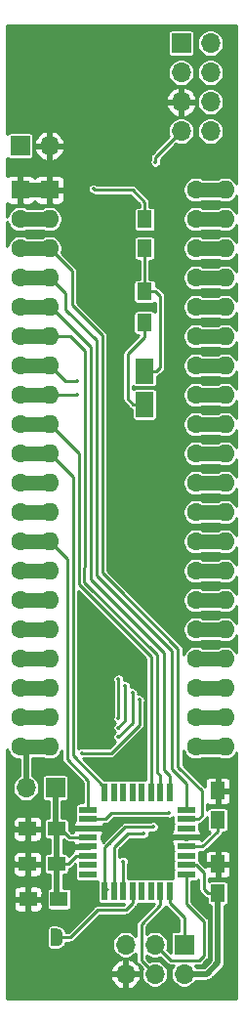
<source format=gtl>
G04 #@! TF.GenerationSoftware,KiCad,Pcbnew,(5.1.5-0-10_14)*
G04 #@! TF.CreationDate,2021-04-25T17:09:50+02:00*
G04 #@! TF.ProjectId,6526KernalSwitcher,36353236-4b65-4726-9e61-6c5377697463,3.0*
G04 #@! TF.SameCoordinates,Original*
G04 #@! TF.FileFunction,Copper,L1,Top*
G04 #@! TF.FilePolarity,Positive*
%FSLAX46Y46*%
G04 Gerber Fmt 4.6, Leading zero omitted, Abs format (unit mm)*
G04 Created by KiCad (PCBNEW (5.1.5-0-10_14)) date 2021-04-25 17:09:50*
%MOMM*%
%LPD*%
G04 APERTURE LIST*
%ADD10R,1.500000X1.300000*%
%ADD11O,1.600000X1.600000*%
%ADD12R,1.600000X1.600000*%
%ADD13R,0.550000X1.600000*%
%ADD14R,1.600000X0.550000*%
%ADD15R,1.250000X1.500000*%
%ADD16C,0.100000*%
%ADD17R,1.500000X1.250000*%
%ADD18R,1.300000X1.500000*%
%ADD19O,1.700000X1.700000*%
%ADD20R,1.700000X1.700000*%
%ADD21R,1.500000X2.200000*%
%ADD22C,1.600000*%
%ADD23C,0.350000*%
%ADD24C,1.500000*%
%ADD25C,1.270000*%
%ADD26C,0.508000*%
%ADD27C,0.254000*%
%ADD28C,0.250000*%
%ADD29C,0.539000*%
G04 APERTURE END LIST*
D10*
X99742000Y-112268000D03*
X102442000Y-112268000D03*
D11*
X116840000Y-50800000D03*
X101600000Y-99060000D03*
X116840000Y-53340000D03*
X101600000Y-96520000D03*
X116840000Y-55880000D03*
X101600000Y-93980000D03*
X116840000Y-58420000D03*
X101600000Y-91440000D03*
X116840000Y-60960000D03*
X101600000Y-88900000D03*
X116840000Y-63500000D03*
X101600000Y-86360000D03*
X116840000Y-66040000D03*
X101600000Y-83820000D03*
X116840000Y-68580000D03*
X101600000Y-81280000D03*
X116840000Y-71120000D03*
X101600000Y-78740000D03*
X116840000Y-73660000D03*
X101600000Y-76200000D03*
X116840000Y-76200000D03*
X101600000Y-73660000D03*
X116840000Y-78740000D03*
X101600000Y-71120000D03*
X116840000Y-81280000D03*
X101600000Y-68580000D03*
X116840000Y-83820000D03*
X101600000Y-66040000D03*
X116840000Y-86360000D03*
X101600000Y-63500000D03*
X116840000Y-88900000D03*
X101600000Y-60960000D03*
X116840000Y-91440000D03*
X101600000Y-58420000D03*
X116840000Y-93980000D03*
X101600000Y-55880000D03*
X116840000Y-96520000D03*
X101600000Y-53340000D03*
X116840000Y-99060000D03*
D12*
X101600000Y-50800000D03*
D13*
X106420000Y-103065000D03*
X107220000Y-103065000D03*
X108020000Y-103065000D03*
X108820000Y-103065000D03*
X109620000Y-103065000D03*
X110420000Y-103065000D03*
X111220000Y-103065000D03*
X112020000Y-103065000D03*
D14*
X113470000Y-104515000D03*
X113470000Y-105315000D03*
X113470000Y-106115000D03*
X113470000Y-106915000D03*
X113470000Y-107715000D03*
X113470000Y-108515000D03*
X113470000Y-109315000D03*
X113470000Y-110115000D03*
D13*
X112020000Y-111565000D03*
X111220000Y-111565000D03*
X110420000Y-111565000D03*
X109620000Y-111565000D03*
X108820000Y-111565000D03*
X108020000Y-111565000D03*
X107220000Y-111565000D03*
X106420000Y-111565000D03*
D14*
X104970000Y-110115000D03*
X104970000Y-109315000D03*
X104970000Y-108515000D03*
X104970000Y-107715000D03*
X104970000Y-106915000D03*
X104970000Y-106115000D03*
X104970000Y-105315000D03*
X104970000Y-104515000D03*
D15*
X109855000Y-55860000D03*
X109855000Y-53360000D03*
X116205000Y-109240000D03*
X116205000Y-111740000D03*
G04 #@! TA.AperFunction,SMDPad,CuDef*
D16*
G36*
X101450000Y-116320000D02*
G01*
X100950000Y-116320000D01*
X100950000Y-116319398D01*
X100925466Y-116319398D01*
X100876635Y-116314588D01*
X100828510Y-116305016D01*
X100781555Y-116290772D01*
X100736222Y-116271995D01*
X100692949Y-116248864D01*
X100652150Y-116221604D01*
X100614221Y-116190476D01*
X100579524Y-116155779D01*
X100548396Y-116117850D01*
X100521136Y-116077051D01*
X100498005Y-116033778D01*
X100479228Y-115988445D01*
X100464984Y-115941490D01*
X100455412Y-115893365D01*
X100450602Y-115844534D01*
X100450602Y-115820000D01*
X100450000Y-115820000D01*
X100450000Y-115320000D01*
X100450602Y-115320000D01*
X100450602Y-115295466D01*
X100455412Y-115246635D01*
X100464984Y-115198510D01*
X100479228Y-115151555D01*
X100498005Y-115106222D01*
X100521136Y-115062949D01*
X100548396Y-115022150D01*
X100579524Y-114984221D01*
X100614221Y-114949524D01*
X100652150Y-114918396D01*
X100692949Y-114891136D01*
X100736222Y-114868005D01*
X100781555Y-114849228D01*
X100828510Y-114834984D01*
X100876635Y-114825412D01*
X100925466Y-114820602D01*
X100950000Y-114820602D01*
X100950000Y-114820000D01*
X101450000Y-114820000D01*
X101450000Y-116320000D01*
G37*
G04 #@! TD.AperFunction*
G04 #@! TA.AperFunction,SMDPad,CuDef*
G36*
X102250000Y-114820602D02*
G01*
X102274534Y-114820602D01*
X102323365Y-114825412D01*
X102371490Y-114834984D01*
X102418445Y-114849228D01*
X102463778Y-114868005D01*
X102507051Y-114891136D01*
X102547850Y-114918396D01*
X102585779Y-114949524D01*
X102620476Y-114984221D01*
X102651604Y-115022150D01*
X102678864Y-115062949D01*
X102701995Y-115106222D01*
X102720772Y-115151555D01*
X102735016Y-115198510D01*
X102744588Y-115246635D01*
X102749398Y-115295466D01*
X102749398Y-115320000D01*
X102750000Y-115320000D01*
X102750000Y-115820000D01*
X102749398Y-115820000D01*
X102749398Y-115844534D01*
X102744588Y-115893365D01*
X102735016Y-115941490D01*
X102720772Y-115988445D01*
X102701995Y-116033778D01*
X102678864Y-116077051D01*
X102651604Y-116117850D01*
X102620476Y-116155779D01*
X102585779Y-116190476D01*
X102547850Y-116221604D01*
X102507051Y-116248864D01*
X102463778Y-116271995D01*
X102418445Y-116290772D01*
X102371490Y-116305016D01*
X102323365Y-116314588D01*
X102274534Y-116319398D01*
X102250000Y-116319398D01*
X102250000Y-116320000D01*
X101750000Y-116320000D01*
X101750000Y-114820000D01*
X102250000Y-114820000D01*
X102250000Y-114820602D01*
G37*
G04 #@! TD.AperFunction*
D15*
X116205000Y-105390000D03*
X116205000Y-102890000D03*
D17*
X99715000Y-106172000D03*
X102215000Y-106172000D03*
X102215000Y-109220000D03*
X99715000Y-109220000D03*
D18*
X109855000Y-62310000D03*
X109855000Y-59610000D03*
D19*
X108204000Y-118745000D03*
X108204000Y-116205000D03*
X110744000Y-118745000D03*
X110744000Y-116205000D03*
X113284000Y-118745000D03*
D20*
X113284000Y-116205000D03*
D19*
X99568000Y-102616000D03*
D20*
X102108000Y-102616000D03*
D21*
X109855000Y-66495000D03*
X109855000Y-69395000D03*
D20*
X99060000Y-46990000D03*
D19*
X101600000Y-46990000D03*
D20*
X113030000Y-38100000D03*
D19*
X115570000Y-38100000D03*
X113030000Y-40640000D03*
X115570000Y-40640000D03*
X113030000Y-43180000D03*
X115570000Y-43180000D03*
X113030000Y-45720000D03*
X115570000Y-45720000D03*
D22*
X114300000Y-50800000D03*
X99060000Y-99060000D03*
X114300000Y-53340000D03*
X99060000Y-96520000D03*
X114300000Y-55880000D03*
X99060000Y-93980000D03*
X114300000Y-58420000D03*
X99060000Y-91440000D03*
X114300000Y-60960000D03*
X99060000Y-88900000D03*
X114300000Y-63500000D03*
X99060000Y-86360000D03*
X114300000Y-66040000D03*
X99060000Y-83820000D03*
X114300000Y-68580000D03*
X99060000Y-81280000D03*
X114300000Y-71120000D03*
X99060000Y-78740000D03*
X114300000Y-73660000D03*
X99060000Y-76200000D03*
X114300000Y-76200000D03*
X99060000Y-73660000D03*
X114300000Y-78740000D03*
X99060000Y-71120000D03*
X114300000Y-81280000D03*
X99060000Y-68580000D03*
X114300000Y-83820000D03*
X99060000Y-66040000D03*
X114300000Y-86360000D03*
X99060000Y-63500000D03*
X114300000Y-88900000D03*
X99060000Y-60960000D03*
X114300000Y-91440000D03*
X99060000Y-58420000D03*
X114300000Y-93980000D03*
X99060000Y-55880000D03*
X114300000Y-96520000D03*
X99060000Y-53340000D03*
X114300000Y-99060000D03*
D12*
X99060000Y-50800000D03*
D23*
X116200000Y-107400000D03*
X111200000Y-107600000D03*
X103200000Y-107800000D03*
X107315000Y-105664000D03*
X114800000Y-101200000D03*
X105400000Y-96600000D03*
X104000000Y-102600000D03*
X104775000Y-111760000D03*
X111760000Y-114300000D03*
X116400000Y-119600000D03*
X99695000Y-118745000D03*
X114600000Y-112600000D03*
X109800000Y-48600000D03*
X105410000Y-58420000D03*
X117000000Y-48000000D03*
X100330000Y-38735000D03*
X102250000Y-115570000D03*
X109600000Y-111600000D03*
X109600000Y-111600000D03*
X107600000Y-96600000D03*
X107600000Y-93200000D03*
X107200000Y-103000000D03*
X104000000Y-68600000D03*
X108000000Y-103000000D03*
X104029000Y-67400000D03*
X108820000Y-103064986D03*
X109855000Y-66495000D03*
X109600000Y-103000000D03*
X110800000Y-48400000D03*
X109800000Y-106600000D03*
X110600000Y-106000002D03*
X112000000Y-104800000D03*
X108000000Y-109000000D03*
X108200000Y-93800000D03*
X107599998Y-97400000D03*
X109605000Y-69395000D03*
X104400000Y-99600000D03*
X109400000Y-94995000D03*
X102387000Y-112213000D03*
X105410000Y-50720000D03*
X110400000Y-111600000D03*
X110400000Y-111600000D03*
X108800000Y-94400000D03*
X107600000Y-98200000D03*
D24*
X101600000Y-50800000D02*
X101650002Y-50800000D01*
D25*
X99060000Y-50800000D02*
X101600000Y-50800000D01*
X99060000Y-99060000D02*
X101600000Y-99060000D01*
D26*
X99568000Y-99568000D02*
X99060000Y-99060000D01*
X99568000Y-102616000D02*
X99568000Y-99568000D01*
D27*
X103430000Y-115570000D02*
X102250000Y-115570000D01*
X105800000Y-113200000D02*
X103430000Y-115570000D01*
X108239000Y-113200000D02*
X105800000Y-113200000D01*
X108820000Y-112619000D02*
X108239000Y-113200000D01*
X108820000Y-111565000D02*
X108820000Y-112619000D01*
D25*
X114300000Y-66040000D02*
X116840000Y-66040000D01*
D28*
X107600000Y-96600000D02*
X107600000Y-93200000D01*
D25*
X99060000Y-81280000D02*
X101600000Y-81280000D01*
D27*
X103124000Y-100124000D02*
X103124000Y-82804000D01*
X104970000Y-101970000D02*
X103124000Y-100124000D01*
X103124000Y-82804000D02*
X101600000Y-81280000D01*
X104970000Y-104515000D02*
X104970000Y-101970000D01*
D25*
X99060000Y-55880000D02*
X101600000Y-55880000D01*
D27*
X106172000Y-82042000D02*
X106172000Y-80772000D01*
X114808000Y-105031000D02*
X114808000Y-102870000D01*
X114524000Y-105315000D02*
X114808000Y-105031000D01*
X113470000Y-105315000D02*
X114524000Y-105315000D01*
X112769000Y-100831000D02*
X112769000Y-90569000D01*
X114808000Y-102870000D02*
X112769000Y-100831000D01*
X106172000Y-83972000D02*
X107400000Y-85200000D01*
X107400000Y-85200000D02*
X106200000Y-84000000D01*
X106172000Y-83372000D02*
X106172000Y-83972000D01*
X112769000Y-90569000D02*
X107400000Y-85200000D01*
X106172000Y-80772000D02*
X106172000Y-83372000D01*
X106172000Y-63372000D02*
X106172000Y-64372000D01*
X106172000Y-64372000D02*
X106172000Y-80772000D01*
X103560000Y-60760000D02*
X106172000Y-63372000D01*
X103560000Y-57840000D02*
X103560000Y-60760000D01*
X101600000Y-55880000D02*
X103560000Y-57840000D01*
D25*
X99060000Y-58420000D02*
X101600000Y-58420000D01*
D27*
X112188000Y-101012000D02*
X113470000Y-102294000D01*
X113470000Y-102294000D02*
X113470000Y-104515000D01*
X112188000Y-90788000D02*
X112188000Y-101012000D01*
X105664000Y-84264000D02*
X112188000Y-90788000D01*
X105664000Y-63864000D02*
X105664000Y-84264000D01*
X103000000Y-61200000D02*
X105664000Y-63864000D01*
X103000000Y-59800000D02*
X103000000Y-61200000D01*
X101620000Y-58420000D02*
X103000000Y-59800000D01*
X101600000Y-58420000D02*
X101620000Y-58420000D01*
D29*
X101860000Y-60700000D02*
X101600000Y-60960000D01*
D25*
X99060000Y-60960000D02*
X101600000Y-60960000D01*
D27*
X111507000Y-90893000D02*
X105200000Y-84586000D01*
X105200000Y-64400000D02*
X101760000Y-60960000D01*
X105200000Y-84586000D02*
X105200000Y-64400000D01*
X111507000Y-101093000D02*
X111507000Y-90893000D01*
X101760000Y-60960000D02*
X101600000Y-60960000D01*
X112020000Y-101606000D02*
X111507000Y-101093000D01*
X112020000Y-103065000D02*
X112020000Y-101606000D01*
D25*
X99060000Y-63500000D02*
X101600000Y-63500000D01*
D27*
X104648000Y-83058000D02*
X104648000Y-82296000D01*
X111220000Y-103065000D02*
X111220000Y-101568000D01*
X103378000Y-63500000D02*
X101600000Y-63500000D01*
X104648000Y-64770000D02*
X103378000Y-63500000D01*
X104648000Y-82296000D02*
X104648000Y-64770000D01*
X110926000Y-91126000D02*
X104600000Y-84800000D01*
X110926000Y-101274000D02*
X110926000Y-91126000D01*
X104600000Y-84800000D02*
X104648000Y-82296000D01*
X111220000Y-101568000D02*
X110926000Y-101274000D01*
D25*
X99060000Y-71120000D02*
X101600000Y-71120000D01*
D27*
X104140000Y-84982066D02*
X104140000Y-73660000D01*
X104140000Y-73660000D02*
X101600000Y-71120000D01*
X110420000Y-91262066D02*
X104140000Y-84982066D01*
X110420000Y-103065000D02*
X110420000Y-91262066D01*
D25*
X99060000Y-73660000D02*
X101600000Y-73660000D01*
D27*
X103632000Y-75692000D02*
X102870000Y-74930000D01*
X102870000Y-74930000D02*
X101600000Y-73660000D01*
X103632000Y-99832000D02*
X103632000Y-75692000D01*
X106420000Y-102620000D02*
X103632000Y-99832000D01*
X106420000Y-103065000D02*
X106420000Y-102620000D01*
D25*
X114300000Y-50800000D02*
X116840000Y-50800000D01*
X114300000Y-53340000D02*
X116840000Y-53340000D01*
X99060000Y-96520000D02*
X101600000Y-96520000D01*
X114300000Y-55880000D02*
X116840000Y-55880000D01*
X99060000Y-93980000D02*
X101600000Y-93980000D01*
X114300000Y-58420000D02*
X116840000Y-58420000D01*
X99060000Y-91440000D02*
X101600000Y-91440000D01*
X114300000Y-60960000D02*
X116840000Y-60960000D01*
X99060000Y-88900000D02*
X101600000Y-88900000D01*
X114300000Y-63500000D02*
X116840000Y-63500000D01*
X99060000Y-86360000D02*
X101600000Y-86360000D01*
X99060000Y-83820000D02*
X101600000Y-83820000D01*
X114300000Y-68580000D02*
X116840000Y-68580000D01*
X114300000Y-71120000D02*
X116840000Y-71120000D01*
X99060000Y-78740000D02*
X101600000Y-78740000D01*
X114300000Y-73660000D02*
X116840000Y-73660000D01*
X99060000Y-76200000D02*
X101600000Y-76200000D01*
X114300000Y-76200000D02*
X116840000Y-76200000D01*
X114300000Y-78740000D02*
X116840000Y-78740000D01*
X114300000Y-81280000D02*
X116840000Y-81280000D01*
X99060000Y-68580000D02*
X101600000Y-68580000D01*
D27*
X101620000Y-68600000D02*
X101600000Y-68580000D01*
X103980000Y-68580000D02*
X104000000Y-68600000D01*
X101600000Y-68580000D02*
X103980000Y-68580000D01*
D25*
X114300000Y-83820000D02*
X116840000Y-83820000D01*
X99060000Y-66040000D02*
X101600000Y-66040000D01*
D27*
X102960000Y-67400000D02*
X103781513Y-67400000D01*
X101600000Y-66040000D02*
X102960000Y-67400000D01*
X103781513Y-67400000D02*
X104029000Y-67400000D01*
D25*
X114300000Y-86360000D02*
X116840000Y-86360000D01*
X114300000Y-88900000D02*
X116840000Y-88900000D01*
X114300000Y-91440000D02*
X116840000Y-91440000D01*
X114300000Y-93980000D02*
X116840000Y-93980000D01*
X114300000Y-96520000D02*
X116840000Y-96520000D01*
X99060000Y-53340000D02*
X101600000Y-53340000D01*
X114300000Y-99060000D02*
X116840000Y-99060000D01*
D27*
X116205000Y-106394000D02*
X116205000Y-105390000D01*
X114884000Y-107715000D02*
X116205000Y-106394000D01*
X113470000Y-107715000D02*
X114884000Y-107715000D01*
X109855000Y-55860000D02*
X109855000Y-59610000D01*
X111200000Y-66154000D02*
X110859000Y-66495000D01*
X111200000Y-60051000D02*
X111200000Y-66154000D01*
X110859000Y-66495000D02*
X109855000Y-66495000D01*
X110759000Y-59610000D02*
X111200000Y-60051000D01*
X109855000Y-59610000D02*
X110759000Y-59610000D01*
X111220000Y-112780000D02*
X109566999Y-114433001D01*
X111220000Y-111565000D02*
X111220000Y-112780000D01*
X109566999Y-117567999D02*
X110744000Y-118745000D01*
X109566999Y-114433001D02*
X109566999Y-117567999D01*
X115000000Y-117200000D02*
X114632001Y-117567999D01*
X114632001Y-117567999D02*
X112106999Y-117567999D01*
X115000000Y-114200000D02*
X115000000Y-117200000D01*
X112106999Y-117567999D02*
X110744000Y-116205000D01*
X113470000Y-112670000D02*
X115000000Y-114200000D01*
X113470000Y-110115000D02*
X113470000Y-112670000D01*
X112020000Y-111565000D02*
X112020000Y-112620000D01*
X112020000Y-112620000D02*
X113284000Y-113884000D01*
X113284000Y-113884000D02*
X113284000Y-116205000D01*
X110800000Y-47950000D02*
X113030000Y-45720000D01*
X110800000Y-48400000D02*
X110800000Y-47950000D01*
D28*
X108400000Y-106600000D02*
X109800000Y-106600000D01*
X107220000Y-107780000D02*
X108400000Y-106600000D01*
X107220000Y-111565000D02*
X107220000Y-107780000D01*
D27*
X110352513Y-106000002D02*
X110600000Y-106000002D01*
X108199998Y-106000002D02*
X110352513Y-106000002D01*
X106420000Y-111565000D02*
X106617999Y-111367001D01*
D28*
X106420000Y-107780000D02*
X107000000Y-107200000D01*
D27*
X107000000Y-107200000D02*
X108199998Y-106000002D01*
D28*
X106420000Y-111565000D02*
X106420000Y-107780000D01*
D27*
X106800000Y-107400000D02*
X107000000Y-107200000D01*
X106485000Y-105315000D02*
X107000000Y-104800000D01*
X104970000Y-105315000D02*
X106485000Y-105315000D01*
X107000000Y-104800000D02*
X112000000Y-104800000D01*
X108000000Y-111600000D02*
X108000000Y-109000000D01*
D28*
X108200000Y-93800000D02*
X108200000Y-96799998D01*
X108200000Y-96799998D02*
X107599998Y-97400000D01*
D27*
X115000000Y-111414000D02*
X115326000Y-111740000D01*
X115000000Y-109981398D02*
X115000000Y-111414000D01*
X114333602Y-109315000D02*
X115000000Y-109981398D01*
X115326000Y-111740000D02*
X116205000Y-111740000D01*
X113470000Y-109315000D02*
X114333602Y-109315000D01*
X103924000Y-108515000D02*
X104970000Y-108515000D01*
X103219000Y-109220000D02*
X103924000Y-108515000D01*
X102215000Y-109220000D02*
X103219000Y-109220000D01*
D26*
X102215000Y-106172000D02*
X102215000Y-109220000D01*
X102108000Y-106065000D02*
X102215000Y-106172000D01*
X102108000Y-102616000D02*
X102108000Y-106065000D01*
X102215000Y-109220000D02*
X102090000Y-109220000D01*
X102215000Y-112041000D02*
X102387000Y-112213000D01*
X102215000Y-109220000D02*
X102215000Y-112041000D01*
D27*
X103338500Y-106915000D02*
X104970000Y-106915000D01*
X102595500Y-106172000D02*
X103338500Y-106915000D01*
X102215000Y-106172000D02*
X102595500Y-106172000D01*
X109605000Y-69395000D02*
X109855000Y-69395000D01*
D26*
X116205000Y-117795000D02*
X115255000Y-118745000D01*
X115255000Y-118745000D02*
X113284000Y-118745000D01*
X116205000Y-111740000D02*
X116205000Y-117795000D01*
D27*
X108851000Y-69395000D02*
X109605000Y-69395000D01*
X108400000Y-68944000D02*
X108851000Y-69395000D01*
X108400000Y-65000000D02*
X108400000Y-68944000D01*
X109855000Y-63545000D02*
X108400000Y-65000000D01*
X109855000Y-62310000D02*
X109855000Y-63545000D01*
X107000000Y-99600000D02*
X109400000Y-97200000D01*
X109400000Y-95242487D02*
X109400000Y-94995000D01*
X109400000Y-97200000D02*
X109400000Y-95242487D01*
X104400000Y-99600000D02*
X107000000Y-99600000D01*
D26*
X102387000Y-112213000D02*
X102442000Y-112268000D01*
D27*
X108800000Y-50800000D02*
X105490000Y-50800000D01*
X105490000Y-50800000D02*
X105410000Y-50720000D01*
X109855000Y-51855000D02*
X108800000Y-50800000D01*
X109855000Y-53360000D02*
X109855000Y-51855000D01*
D28*
X108800000Y-97000000D02*
X107600000Y-98200000D01*
X108800000Y-94400000D02*
X108800000Y-97000000D01*
D27*
G36*
X97976310Y-99388734D02*
G01*
X98061266Y-99593835D01*
X98184602Y-99778421D01*
X98341579Y-99935398D01*
X98526165Y-100058734D01*
X98731266Y-100143690D01*
X98949000Y-100187000D01*
X98987001Y-100187000D01*
X98987000Y-101588645D01*
X98817706Y-101701764D01*
X98653764Y-101865706D01*
X98524956Y-102058481D01*
X98436231Y-102272682D01*
X98391000Y-102500076D01*
X98391000Y-102731924D01*
X98436231Y-102959318D01*
X98524956Y-103173519D01*
X98653764Y-103366294D01*
X98817706Y-103530236D01*
X99010481Y-103659044D01*
X99224682Y-103747769D01*
X99452076Y-103793000D01*
X99683924Y-103793000D01*
X99911318Y-103747769D01*
X100125519Y-103659044D01*
X100318294Y-103530236D01*
X100482236Y-103366294D01*
X100611044Y-103173519D01*
X100699769Y-102959318D01*
X100745000Y-102731924D01*
X100745000Y-102500076D01*
X100699769Y-102272682D01*
X100611044Y-102058481D01*
X100482236Y-101865706D01*
X100318294Y-101701764D01*
X100149000Y-101588645D01*
X100149000Y-100022000D01*
X101011188Y-100022000D01*
X101066165Y-100058734D01*
X101271266Y-100143690D01*
X101489000Y-100187000D01*
X101711000Y-100187000D01*
X101928734Y-100143690D01*
X102133835Y-100058734D01*
X102318421Y-99935398D01*
X102475398Y-99778421D01*
X102598734Y-99593835D01*
X102670000Y-99421784D01*
X102670000Y-100101712D01*
X102667805Y-100124000D01*
X102670000Y-100146288D01*
X102670000Y-100146294D01*
X102676570Y-100212998D01*
X102702530Y-100298578D01*
X102744687Y-100377448D01*
X102801421Y-100446579D01*
X102818742Y-100460794D01*
X104516001Y-102158054D01*
X104516000Y-103911418D01*
X104170000Y-103911418D01*
X104105897Y-103917732D01*
X104044257Y-103936430D01*
X103987450Y-103966794D01*
X103937657Y-104007657D01*
X103896794Y-104057450D01*
X103866430Y-104114257D01*
X103847732Y-104175897D01*
X103841418Y-104240000D01*
X103841418Y-104790000D01*
X103847732Y-104854103D01*
X103866205Y-104915000D01*
X103847732Y-104975897D01*
X103841418Y-105040000D01*
X103841418Y-105448608D01*
X103806920Y-105476920D01*
X103743063Y-105554730D01*
X103695613Y-105643502D01*
X103666393Y-105739826D01*
X103656527Y-105840000D01*
X103659000Y-105860250D01*
X103786750Y-105988000D01*
X104843000Y-105988000D01*
X104843000Y-105968000D01*
X105097000Y-105968000D01*
X105097000Y-105988000D01*
X106153250Y-105988000D01*
X106281000Y-105860250D01*
X106283473Y-105840000D01*
X106276480Y-105769000D01*
X106462712Y-105769000D01*
X106485000Y-105771195D01*
X106507288Y-105769000D01*
X106507295Y-105769000D01*
X106573999Y-105762430D01*
X106659579Y-105736470D01*
X106738449Y-105694313D01*
X106807579Y-105637579D01*
X106821794Y-105620258D01*
X107188053Y-105254000D01*
X111784263Y-105254000D01*
X111853572Y-105282708D01*
X111950557Y-105302000D01*
X112049443Y-105302000D01*
X112146428Y-105282708D01*
X112237786Y-105244867D01*
X112320006Y-105189929D01*
X112341418Y-105168517D01*
X112341418Y-105590000D01*
X112347732Y-105654103D01*
X112366205Y-105715000D01*
X112347732Y-105775897D01*
X112341418Y-105840000D01*
X112341418Y-106248608D01*
X112306920Y-106276920D01*
X112243063Y-106354730D01*
X112195613Y-106443502D01*
X112166393Y-106539826D01*
X112156527Y-106640000D01*
X112159000Y-106660250D01*
X112286750Y-106788000D01*
X113343000Y-106788000D01*
X113343000Y-106768000D01*
X113597000Y-106768000D01*
X113597000Y-106788000D01*
X114653250Y-106788000D01*
X114781000Y-106660250D01*
X114783473Y-106640000D01*
X114773607Y-106539826D01*
X114744387Y-106443502D01*
X114696937Y-106354730D01*
X114633080Y-106276920D01*
X114598582Y-106248608D01*
X114598582Y-105840000D01*
X114592268Y-105775897D01*
X114588903Y-105764803D01*
X114612999Y-105762430D01*
X114698579Y-105736470D01*
X114777449Y-105694313D01*
X114846579Y-105637579D01*
X114860795Y-105620257D01*
X115113259Y-105367793D01*
X115130579Y-105353579D01*
X115187313Y-105284449D01*
X115229470Y-105205579D01*
X115237438Y-105179313D01*
X115251418Y-105133226D01*
X115251418Y-106140000D01*
X115257732Y-106204103D01*
X115276430Y-106265743D01*
X115306794Y-106322550D01*
X115347657Y-106372343D01*
X115397450Y-106413206D01*
X115454257Y-106443570D01*
X115499618Y-106457330D01*
X114781675Y-107175273D01*
X114781000Y-107169750D01*
X114653250Y-107042000D01*
X113597000Y-107042000D01*
X113597000Y-107062000D01*
X113343000Y-107062000D01*
X113343000Y-107042000D01*
X112286750Y-107042000D01*
X112159000Y-107169750D01*
X112156527Y-107190000D01*
X112166393Y-107290174D01*
X112195613Y-107386498D01*
X112243063Y-107475270D01*
X112306920Y-107553080D01*
X112341418Y-107581392D01*
X112341418Y-107990000D01*
X112347732Y-108054103D01*
X112366205Y-108115000D01*
X112347732Y-108175897D01*
X112341418Y-108240000D01*
X112341418Y-108790000D01*
X112347732Y-108854103D01*
X112366205Y-108915000D01*
X112347732Y-108975897D01*
X112341418Y-109040000D01*
X112341418Y-109590000D01*
X112347732Y-109654103D01*
X112366205Y-109715000D01*
X112347732Y-109775897D01*
X112341418Y-109840000D01*
X112341418Y-110390000D01*
X112346490Y-110441490D01*
X112295000Y-110436418D01*
X111745000Y-110436418D01*
X111680897Y-110442732D01*
X111620000Y-110461205D01*
X111559103Y-110442732D01*
X111495000Y-110436418D01*
X110945000Y-110436418D01*
X110880897Y-110442732D01*
X110820000Y-110461205D01*
X110759103Y-110442732D01*
X110695000Y-110436418D01*
X110145000Y-110436418D01*
X110080897Y-110442732D01*
X110020000Y-110461205D01*
X109959103Y-110442732D01*
X109895000Y-110436418D01*
X109345000Y-110436418D01*
X109280897Y-110442732D01*
X109220000Y-110461205D01*
X109159103Y-110442732D01*
X109095000Y-110436418D01*
X108545000Y-110436418D01*
X108480897Y-110442732D01*
X108454000Y-110450891D01*
X108454000Y-109215737D01*
X108482708Y-109146428D01*
X108502000Y-109049443D01*
X108502000Y-108950557D01*
X108482708Y-108853572D01*
X108444867Y-108762214D01*
X108389929Y-108679994D01*
X108320006Y-108610071D01*
X108237786Y-108555133D01*
X108146428Y-108517292D01*
X108049443Y-108498000D01*
X107950557Y-108498000D01*
X107853572Y-108517292D01*
X107762214Y-108555133D01*
X107679994Y-108610071D01*
X107672000Y-108618065D01*
X107672000Y-107967223D01*
X108587224Y-107052000D01*
X109579435Y-107052000D01*
X109653572Y-107082708D01*
X109750557Y-107102000D01*
X109849443Y-107102000D01*
X109946428Y-107082708D01*
X110037786Y-107044867D01*
X110120006Y-106989929D01*
X110189929Y-106920006D01*
X110244867Y-106837786D01*
X110282708Y-106746428D01*
X110302000Y-106649443D01*
X110302000Y-106550557D01*
X110282794Y-106454002D01*
X110384263Y-106454002D01*
X110453572Y-106482710D01*
X110550557Y-106502002D01*
X110649443Y-106502002D01*
X110746428Y-106482710D01*
X110837786Y-106444869D01*
X110920006Y-106389931D01*
X110989929Y-106320008D01*
X111044867Y-106237788D01*
X111082708Y-106146430D01*
X111102000Y-106049445D01*
X111102000Y-105950559D01*
X111082708Y-105853574D01*
X111044867Y-105762216D01*
X110989929Y-105679996D01*
X110920006Y-105610073D01*
X110837786Y-105555135D01*
X110746428Y-105517294D01*
X110649443Y-105498002D01*
X110550557Y-105498002D01*
X110453572Y-105517294D01*
X110384263Y-105546002D01*
X108222282Y-105546002D01*
X108199997Y-105543807D01*
X108177712Y-105546002D01*
X108177703Y-105546002D01*
X108110999Y-105552572D01*
X108025419Y-105578532D01*
X107946549Y-105620689D01*
X107946547Y-105620690D01*
X107946548Y-105620690D01*
X107908173Y-105652184D01*
X107877419Y-105677423D01*
X107863208Y-105694739D01*
X106694739Y-106863209D01*
X106463209Y-107094739D01*
X106450266Y-107110510D01*
X106261351Y-107299425D01*
X106244387Y-107243502D01*
X106196937Y-107154730D01*
X106133080Y-107076920D01*
X106098582Y-107048608D01*
X106098582Y-106781392D01*
X106133080Y-106753080D01*
X106196937Y-106675270D01*
X106244387Y-106586498D01*
X106273607Y-106490174D01*
X106283473Y-106390000D01*
X106281000Y-106369750D01*
X106153250Y-106242000D01*
X105097000Y-106242000D01*
X105097000Y-106262000D01*
X104843000Y-106262000D01*
X104843000Y-106242000D01*
X103786750Y-106242000D01*
X103659000Y-106369750D01*
X103656527Y-106390000D01*
X103663520Y-106461000D01*
X103526553Y-106461000D01*
X103293582Y-106228029D01*
X103293582Y-105547000D01*
X103287268Y-105482897D01*
X103268570Y-105421257D01*
X103238206Y-105364450D01*
X103197343Y-105314657D01*
X103147550Y-105273794D01*
X103090743Y-105243430D01*
X103029103Y-105224732D01*
X102965000Y-105218418D01*
X102689000Y-105218418D01*
X102689000Y-103794582D01*
X102958000Y-103794582D01*
X103022103Y-103788268D01*
X103083743Y-103769570D01*
X103140550Y-103739206D01*
X103190343Y-103698343D01*
X103231206Y-103648550D01*
X103261570Y-103591743D01*
X103280268Y-103530103D01*
X103286582Y-103466000D01*
X103286582Y-101766000D01*
X103280268Y-101701897D01*
X103261570Y-101640257D01*
X103231206Y-101583450D01*
X103190343Y-101533657D01*
X103140550Y-101492794D01*
X103083743Y-101462430D01*
X103022103Y-101443732D01*
X102958000Y-101437418D01*
X101258000Y-101437418D01*
X101193897Y-101443732D01*
X101132257Y-101462430D01*
X101075450Y-101492794D01*
X101025657Y-101533657D01*
X100984794Y-101583450D01*
X100954430Y-101640257D01*
X100935732Y-101701897D01*
X100929418Y-101766000D01*
X100929418Y-103466000D01*
X100935732Y-103530103D01*
X100954430Y-103591743D01*
X100984794Y-103648550D01*
X101025657Y-103698343D01*
X101075450Y-103739206D01*
X101132257Y-103769570D01*
X101193897Y-103788268D01*
X101258000Y-103794582D01*
X101527000Y-103794582D01*
X101527001Y-105218418D01*
X101465000Y-105218418D01*
X101400897Y-105224732D01*
X101339257Y-105243430D01*
X101282450Y-105273794D01*
X101232657Y-105314657D01*
X101191794Y-105364450D01*
X101161430Y-105421257D01*
X101142732Y-105482897D01*
X101136418Y-105547000D01*
X101136418Y-106797000D01*
X101142732Y-106861103D01*
X101161430Y-106922743D01*
X101191794Y-106979550D01*
X101232657Y-107029343D01*
X101282450Y-107070206D01*
X101339257Y-107100570D01*
X101400897Y-107119268D01*
X101465000Y-107125582D01*
X101634000Y-107125582D01*
X101634001Y-108266418D01*
X101465000Y-108266418D01*
X101400897Y-108272732D01*
X101339257Y-108291430D01*
X101282450Y-108321794D01*
X101232657Y-108362657D01*
X101191794Y-108412450D01*
X101161430Y-108469257D01*
X101142732Y-108530897D01*
X101136418Y-108595000D01*
X101136418Y-109845000D01*
X101142732Y-109909103D01*
X101161430Y-109970743D01*
X101191794Y-110027550D01*
X101232657Y-110077343D01*
X101282450Y-110118206D01*
X101339257Y-110148570D01*
X101400897Y-110167268D01*
X101465000Y-110173582D01*
X101634000Y-110173582D01*
X101634001Y-111295131D01*
X101627897Y-111295732D01*
X101566257Y-111314430D01*
X101509450Y-111344794D01*
X101459657Y-111385657D01*
X101418794Y-111435450D01*
X101388430Y-111492257D01*
X101369732Y-111553897D01*
X101363418Y-111618000D01*
X101363418Y-112918000D01*
X101369732Y-112982103D01*
X101388430Y-113043743D01*
X101418794Y-113100550D01*
X101459657Y-113150343D01*
X101509450Y-113191206D01*
X101566257Y-113221570D01*
X101627897Y-113240268D01*
X101692000Y-113246582D01*
X103192000Y-113246582D01*
X103256103Y-113240268D01*
X103317743Y-113221570D01*
X103374550Y-113191206D01*
X103424343Y-113150343D01*
X103465206Y-113100550D01*
X103495570Y-113043743D01*
X103514268Y-112982103D01*
X103520582Y-112918000D01*
X103520582Y-111618000D01*
X103514268Y-111553897D01*
X103495570Y-111492257D01*
X103465206Y-111435450D01*
X103424343Y-111385657D01*
X103374550Y-111344794D01*
X103317743Y-111314430D01*
X103256103Y-111295732D01*
X103192000Y-111289418D01*
X102796000Y-111289418D01*
X102796000Y-110173582D01*
X102965000Y-110173582D01*
X103029103Y-110167268D01*
X103090743Y-110148570D01*
X103147550Y-110118206D01*
X103197343Y-110077343D01*
X103238206Y-110027550D01*
X103268570Y-109970743D01*
X103287268Y-109909103D01*
X103293582Y-109845000D01*
X103293582Y-109668850D01*
X103307999Y-109667430D01*
X103393579Y-109641470D01*
X103472449Y-109599313D01*
X103541579Y-109542579D01*
X103555794Y-109525258D01*
X103841418Y-109239634D01*
X103841418Y-109590000D01*
X103847732Y-109654103D01*
X103866205Y-109715000D01*
X103847732Y-109775897D01*
X103841418Y-109840000D01*
X103841418Y-110390000D01*
X103847732Y-110454103D01*
X103866430Y-110515743D01*
X103896794Y-110572550D01*
X103937657Y-110622343D01*
X103987450Y-110663206D01*
X104044257Y-110693570D01*
X104105897Y-110712268D01*
X104170000Y-110718582D01*
X105770000Y-110718582D01*
X105821490Y-110713510D01*
X105816418Y-110765000D01*
X105816418Y-112365000D01*
X105822732Y-112429103D01*
X105841430Y-112490743D01*
X105871794Y-112547550D01*
X105912657Y-112597343D01*
X105962450Y-112638206D01*
X106019257Y-112668570D01*
X106080897Y-112687268D01*
X106145000Y-112693582D01*
X106695000Y-112693582D01*
X106759103Y-112687268D01*
X106820000Y-112668795D01*
X106880897Y-112687268D01*
X106945000Y-112693582D01*
X107495000Y-112693582D01*
X107559103Y-112687268D01*
X107620000Y-112668795D01*
X107680897Y-112687268D01*
X107745000Y-112693582D01*
X108103366Y-112693582D01*
X108050948Y-112746000D01*
X105822287Y-112746000D01*
X105799999Y-112743805D01*
X105777711Y-112746000D01*
X105777705Y-112746000D01*
X105720301Y-112751654D01*
X105711000Y-112752570D01*
X105675938Y-112763206D01*
X105625421Y-112778530D01*
X105546551Y-112820687D01*
X105477421Y-112877421D01*
X105463210Y-112894737D01*
X103241948Y-115116000D01*
X103051781Y-115116000D01*
X103050738Y-115110755D01*
X103032041Y-115049117D01*
X102994532Y-114958561D01*
X102964167Y-114901751D01*
X102909711Y-114820252D01*
X102868848Y-114770460D01*
X102799540Y-114701152D01*
X102749748Y-114660289D01*
X102668249Y-114605833D01*
X102611439Y-114575468D01*
X102520883Y-114537959D01*
X102459245Y-114519262D01*
X102363112Y-114500140D01*
X102299009Y-114493826D01*
X102274447Y-114493826D01*
X102250000Y-114491418D01*
X101750000Y-114491418D01*
X101685897Y-114497732D01*
X101624257Y-114516430D01*
X101567450Y-114546794D01*
X101517657Y-114587657D01*
X101476794Y-114637450D01*
X101446430Y-114694257D01*
X101427732Y-114755897D01*
X101421418Y-114820000D01*
X101421418Y-116320000D01*
X101427732Y-116384103D01*
X101446430Y-116445743D01*
X101476794Y-116502550D01*
X101517657Y-116552343D01*
X101567450Y-116593206D01*
X101624257Y-116623570D01*
X101685897Y-116642268D01*
X101750000Y-116648582D01*
X102250000Y-116648582D01*
X102274447Y-116646174D01*
X102299009Y-116646174D01*
X102363112Y-116639860D01*
X102459245Y-116620738D01*
X102520883Y-116602041D01*
X102611439Y-116564532D01*
X102668249Y-116534167D01*
X102749748Y-116479711D01*
X102799540Y-116438848D01*
X102868848Y-116369540D01*
X102909711Y-116319748D01*
X102964167Y-116238249D01*
X102994532Y-116181439D01*
X103032041Y-116090883D01*
X103050738Y-116029245D01*
X103051781Y-116024000D01*
X103407712Y-116024000D01*
X103430000Y-116026195D01*
X103452288Y-116024000D01*
X103452295Y-116024000D01*
X103518999Y-116017430D01*
X103604579Y-115991470D01*
X103683449Y-115949313D01*
X103752579Y-115892579D01*
X103766794Y-115875258D01*
X105988053Y-113654000D01*
X108216712Y-113654000D01*
X108239000Y-113656195D01*
X108261288Y-113654000D01*
X108261295Y-113654000D01*
X108327999Y-113647430D01*
X108413579Y-113621470D01*
X108492449Y-113579313D01*
X108561579Y-113522579D01*
X108575794Y-113505258D01*
X109125263Y-112955790D01*
X109142579Y-112941579D01*
X109199313Y-112872449D01*
X109241470Y-112793579D01*
X109241473Y-112793570D01*
X109267430Y-112708000D01*
X109269803Y-112683903D01*
X109280897Y-112687268D01*
X109345000Y-112693582D01*
X109895000Y-112693582D01*
X109959103Y-112687268D01*
X110020000Y-112668795D01*
X110080897Y-112687268D01*
X110145000Y-112693582D01*
X110664365Y-112693582D01*
X109261741Y-114096207D01*
X109244420Y-114110422D01*
X109187686Y-114179553D01*
X109145529Y-114258423D01*
X109119569Y-114344003D01*
X109112999Y-114410707D01*
X109112999Y-114410713D01*
X109110804Y-114433001D01*
X109112999Y-114455289D01*
X109112999Y-115449469D01*
X108954294Y-115290764D01*
X108761519Y-115161956D01*
X108547318Y-115073231D01*
X108319924Y-115028000D01*
X108088076Y-115028000D01*
X107860682Y-115073231D01*
X107646481Y-115161956D01*
X107453706Y-115290764D01*
X107289764Y-115454706D01*
X107160956Y-115647481D01*
X107072231Y-115861682D01*
X107027000Y-116089076D01*
X107027000Y-116320924D01*
X107072231Y-116548318D01*
X107160956Y-116762519D01*
X107289764Y-116955294D01*
X107453706Y-117119236D01*
X107646481Y-117248044D01*
X107860682Y-117336769D01*
X108088076Y-117382000D01*
X108319924Y-117382000D01*
X108547318Y-117336769D01*
X108761519Y-117248044D01*
X108954294Y-117119236D01*
X109113000Y-116960530D01*
X109113000Y-117545701D01*
X109110804Y-117567999D01*
X109119569Y-117656998D01*
X109145529Y-117742577D01*
X109145530Y-117742578D01*
X109177675Y-117802717D01*
X109112848Y-117731919D01*
X108897742Y-117574078D01*
X108655976Y-117461235D01*
X108541415Y-117426488D01*
X108331000Y-117518307D01*
X108331000Y-118618000D01*
X109431317Y-118618000D01*
X109522517Y-118407584D01*
X109431355Y-118156837D01*
X109304402Y-117947455D01*
X109655110Y-118298163D01*
X109612231Y-118401682D01*
X109567000Y-118629076D01*
X109567000Y-118860924D01*
X109612231Y-119088318D01*
X109700956Y-119302519D01*
X109829764Y-119495294D01*
X109993706Y-119659236D01*
X110186481Y-119788044D01*
X110400682Y-119876769D01*
X110628076Y-119922000D01*
X110859924Y-119922000D01*
X111087318Y-119876769D01*
X111301519Y-119788044D01*
X111494294Y-119659236D01*
X111658236Y-119495294D01*
X111787044Y-119302519D01*
X111875769Y-119088318D01*
X111921000Y-118860924D01*
X111921000Y-118629076D01*
X111875769Y-118401682D01*
X111787044Y-118187481D01*
X111658236Y-117994706D01*
X111494294Y-117830764D01*
X111301519Y-117701956D01*
X111087318Y-117613231D01*
X110859924Y-117568000D01*
X110628076Y-117568000D01*
X110400682Y-117613231D01*
X110297163Y-117656110D01*
X110020999Y-117379947D01*
X110020999Y-117137473D01*
X110186481Y-117248044D01*
X110400682Y-117336769D01*
X110628076Y-117382000D01*
X110859924Y-117382000D01*
X111087318Y-117336769D01*
X111190837Y-117293890D01*
X111770207Y-117873260D01*
X111784420Y-117890578D01*
X111853550Y-117947312D01*
X111932420Y-117989469D01*
X112017999Y-118015429D01*
X112026420Y-118016258D01*
X112084704Y-118021999D01*
X112084711Y-118021999D01*
X112106999Y-118024194D01*
X112129287Y-118021999D01*
X112351527Y-118021999D01*
X112240956Y-118187481D01*
X112152231Y-118401682D01*
X112107000Y-118629076D01*
X112107000Y-118860924D01*
X112152231Y-119088318D01*
X112240956Y-119302519D01*
X112369764Y-119495294D01*
X112533706Y-119659236D01*
X112726481Y-119788044D01*
X112940682Y-119876769D01*
X113168076Y-119922000D01*
X113399924Y-119922000D01*
X113627318Y-119876769D01*
X113841519Y-119788044D01*
X114034294Y-119659236D01*
X114198236Y-119495294D01*
X114311355Y-119326000D01*
X115226460Y-119326000D01*
X115255000Y-119328811D01*
X115283540Y-119326000D01*
X115368896Y-119317593D01*
X115478415Y-119284371D01*
X115579348Y-119230421D01*
X115667817Y-119157817D01*
X115686017Y-119135640D01*
X116595645Y-118226013D01*
X116617817Y-118207817D01*
X116690421Y-118119348D01*
X116744371Y-118018415D01*
X116777593Y-117908896D01*
X116786000Y-117823540D01*
X116788811Y-117795000D01*
X116786000Y-117766460D01*
X116786000Y-112818582D01*
X116830000Y-112818582D01*
X116894103Y-112812268D01*
X116955743Y-112793570D01*
X117012550Y-112763206D01*
X117062343Y-112722343D01*
X117103206Y-112672550D01*
X117133570Y-112615743D01*
X117152268Y-112554103D01*
X117158582Y-112490000D01*
X117158582Y-110990000D01*
X117152268Y-110925897D01*
X117133570Y-110864257D01*
X117103206Y-110807450D01*
X117062343Y-110757657D01*
X117012550Y-110716794D01*
X116955743Y-110686430D01*
X116894103Y-110667732D01*
X116830000Y-110661418D01*
X115580000Y-110661418D01*
X115515897Y-110667732D01*
X115454257Y-110686430D01*
X115454000Y-110686567D01*
X115454000Y-110485773D01*
X115479826Y-110493607D01*
X115580000Y-110503473D01*
X115950250Y-110501000D01*
X116078000Y-110373250D01*
X116078000Y-109367000D01*
X116332000Y-109367000D01*
X116332000Y-110373250D01*
X116459750Y-110501000D01*
X116830000Y-110503473D01*
X116930174Y-110493607D01*
X117026498Y-110464387D01*
X117115270Y-110416937D01*
X117193080Y-110353080D01*
X117256937Y-110275270D01*
X117304387Y-110186498D01*
X117333607Y-110090174D01*
X117343473Y-109990000D01*
X117341000Y-109494750D01*
X117213250Y-109367000D01*
X116332000Y-109367000D01*
X116078000Y-109367000D01*
X115196750Y-109367000D01*
X115112202Y-109451548D01*
X114670396Y-109009742D01*
X114656181Y-108992421D01*
X114587051Y-108935687D01*
X114578720Y-108931234D01*
X114573795Y-108915000D01*
X114592268Y-108854103D01*
X114598582Y-108790000D01*
X114598582Y-108490000D01*
X115066527Y-108490000D01*
X115069000Y-108985250D01*
X115196750Y-109113000D01*
X116078000Y-109113000D01*
X116078000Y-108106750D01*
X116332000Y-108106750D01*
X116332000Y-109113000D01*
X117213250Y-109113000D01*
X117341000Y-108985250D01*
X117343473Y-108490000D01*
X117333607Y-108389826D01*
X117304387Y-108293502D01*
X117256937Y-108204730D01*
X117193080Y-108126920D01*
X117115270Y-108063063D01*
X117026498Y-108015613D01*
X116930174Y-107986393D01*
X116830000Y-107976527D01*
X116459750Y-107979000D01*
X116332000Y-108106750D01*
X116078000Y-108106750D01*
X115950250Y-107979000D01*
X115580000Y-107976527D01*
X115479826Y-107986393D01*
X115383502Y-108015613D01*
X115294730Y-108063063D01*
X115216920Y-108126920D01*
X115153063Y-108204730D01*
X115105613Y-108293502D01*
X115076393Y-108389826D01*
X115066527Y-108490000D01*
X114598582Y-108490000D01*
X114598582Y-108240000D01*
X114592268Y-108175897D01*
X114590176Y-108169000D01*
X114861712Y-108169000D01*
X114884000Y-108171195D01*
X114906288Y-108169000D01*
X114906295Y-108169000D01*
X114972999Y-108162430D01*
X115058579Y-108136470D01*
X115137449Y-108094313D01*
X115206579Y-108037579D01*
X115220794Y-108020258D01*
X116510264Y-106730789D01*
X116527579Y-106716579D01*
X116550535Y-106688608D01*
X116576129Y-106657421D01*
X116584313Y-106647449D01*
X116626470Y-106568579D01*
X116636448Y-106535687D01*
X116652430Y-106483000D01*
X116653850Y-106468582D01*
X116830000Y-106468582D01*
X116894103Y-106462268D01*
X116955743Y-106443570D01*
X117012550Y-106413206D01*
X117062343Y-106372343D01*
X117103206Y-106322550D01*
X117133570Y-106265743D01*
X117152268Y-106204103D01*
X117158582Y-106140000D01*
X117158582Y-104640000D01*
X117152268Y-104575897D01*
X117133570Y-104514257D01*
X117103206Y-104457450D01*
X117062343Y-104407657D01*
X117012550Y-104366794D01*
X116955743Y-104336430D01*
X116894103Y-104317732D01*
X116830000Y-104311418D01*
X115580000Y-104311418D01*
X115515897Y-104317732D01*
X115454257Y-104336430D01*
X115397450Y-104366794D01*
X115347657Y-104407657D01*
X115306794Y-104457450D01*
X115276430Y-104514257D01*
X115262000Y-104561827D01*
X115262000Y-104040076D01*
X115294730Y-104066937D01*
X115383502Y-104114387D01*
X115479826Y-104143607D01*
X115580000Y-104153473D01*
X115950250Y-104151000D01*
X116078000Y-104023250D01*
X116078000Y-103017000D01*
X116332000Y-103017000D01*
X116332000Y-104023250D01*
X116459750Y-104151000D01*
X116830000Y-104153473D01*
X116930174Y-104143607D01*
X117026498Y-104114387D01*
X117115270Y-104066937D01*
X117193080Y-104003080D01*
X117256937Y-103925270D01*
X117304387Y-103836498D01*
X117333607Y-103740174D01*
X117343473Y-103640000D01*
X117341000Y-103144750D01*
X117213250Y-103017000D01*
X116332000Y-103017000D01*
X116078000Y-103017000D01*
X116058000Y-103017000D01*
X116058000Y-102763000D01*
X116078000Y-102763000D01*
X116078000Y-101756750D01*
X116332000Y-101756750D01*
X116332000Y-102763000D01*
X117213250Y-102763000D01*
X117341000Y-102635250D01*
X117343473Y-102140000D01*
X117333607Y-102039826D01*
X117304387Y-101943502D01*
X117256937Y-101854730D01*
X117193080Y-101776920D01*
X117115270Y-101713063D01*
X117026498Y-101665613D01*
X116930174Y-101636393D01*
X116830000Y-101626527D01*
X116459750Y-101629000D01*
X116332000Y-101756750D01*
X116078000Y-101756750D01*
X115950250Y-101629000D01*
X115580000Y-101626527D01*
X115479826Y-101636393D01*
X115383502Y-101665613D01*
X115294730Y-101713063D01*
X115216920Y-101776920D01*
X115153063Y-101854730D01*
X115105613Y-101943502D01*
X115076393Y-102039826D01*
X115066527Y-102140000D01*
X115068266Y-102488213D01*
X113223000Y-100642948D01*
X113223000Y-99404885D01*
X113301266Y-99593835D01*
X113424602Y-99778421D01*
X113581579Y-99935398D01*
X113766165Y-100058734D01*
X113971266Y-100143690D01*
X114189000Y-100187000D01*
X114411000Y-100187000D01*
X114628734Y-100143690D01*
X114833835Y-100058734D01*
X114888812Y-100022000D01*
X116251188Y-100022000D01*
X116306165Y-100058734D01*
X116511266Y-100143690D01*
X116729000Y-100187000D01*
X116951000Y-100187000D01*
X117168734Y-100143690D01*
X117373835Y-100058734D01*
X117558421Y-99935398D01*
X117715398Y-99778421D01*
X117838734Y-99593835D01*
X117848001Y-99571463D01*
X117848001Y-120848000D01*
X97952000Y-120848000D01*
X97952000Y-119082416D01*
X106885483Y-119082416D01*
X106976645Y-119333163D01*
X107114973Y-119561307D01*
X107295152Y-119758081D01*
X107510258Y-119915922D01*
X107752024Y-120028765D01*
X107866585Y-120063512D01*
X108077000Y-119971693D01*
X108077000Y-118872000D01*
X108331000Y-118872000D01*
X108331000Y-119971693D01*
X108541415Y-120063512D01*
X108655976Y-120028765D01*
X108897742Y-119915922D01*
X109112848Y-119758081D01*
X109293027Y-119561307D01*
X109431355Y-119333163D01*
X109522517Y-119082416D01*
X109431317Y-118872000D01*
X108331000Y-118872000D01*
X108077000Y-118872000D01*
X106976683Y-118872000D01*
X106885483Y-119082416D01*
X97952000Y-119082416D01*
X97952000Y-118407584D01*
X106885483Y-118407584D01*
X106976683Y-118618000D01*
X108077000Y-118618000D01*
X108077000Y-117518307D01*
X107866585Y-117426488D01*
X107752024Y-117461235D01*
X107510258Y-117574078D01*
X107295152Y-117731919D01*
X107114973Y-117928693D01*
X106976645Y-118156837D01*
X106885483Y-118407584D01*
X97952000Y-118407584D01*
X97952000Y-112918000D01*
X98478527Y-112918000D01*
X98488393Y-113018174D01*
X98517613Y-113114498D01*
X98565063Y-113203270D01*
X98628920Y-113281080D01*
X98706730Y-113344937D01*
X98795502Y-113392387D01*
X98891826Y-113421607D01*
X98992000Y-113431473D01*
X99487250Y-113429000D01*
X99615000Y-113301250D01*
X99615000Y-112395000D01*
X99869000Y-112395000D01*
X99869000Y-113301250D01*
X99996750Y-113429000D01*
X100492000Y-113431473D01*
X100592174Y-113421607D01*
X100688498Y-113392387D01*
X100777270Y-113344937D01*
X100855080Y-113281080D01*
X100918937Y-113203270D01*
X100966387Y-113114498D01*
X100995607Y-113018174D01*
X101005473Y-112918000D01*
X101003000Y-112522750D01*
X100875250Y-112395000D01*
X99869000Y-112395000D01*
X99615000Y-112395000D01*
X98608750Y-112395000D01*
X98481000Y-112522750D01*
X98478527Y-112918000D01*
X97952000Y-112918000D01*
X97952000Y-111618000D01*
X98478527Y-111618000D01*
X98481000Y-112013250D01*
X98608750Y-112141000D01*
X99615000Y-112141000D01*
X99615000Y-111234750D01*
X99869000Y-111234750D01*
X99869000Y-112141000D01*
X100875250Y-112141000D01*
X101003000Y-112013250D01*
X101005473Y-111618000D01*
X100995607Y-111517826D01*
X100966387Y-111421502D01*
X100918937Y-111332730D01*
X100855080Y-111254920D01*
X100777270Y-111191063D01*
X100688498Y-111143613D01*
X100592174Y-111114393D01*
X100492000Y-111104527D01*
X99996750Y-111107000D01*
X99869000Y-111234750D01*
X99615000Y-111234750D01*
X99487250Y-111107000D01*
X98992000Y-111104527D01*
X98891826Y-111114393D01*
X98795502Y-111143613D01*
X98706730Y-111191063D01*
X98628920Y-111254920D01*
X98565063Y-111332730D01*
X98517613Y-111421502D01*
X98488393Y-111517826D01*
X98478527Y-111618000D01*
X97952000Y-111618000D01*
X97952000Y-109845000D01*
X98451527Y-109845000D01*
X98461393Y-109945174D01*
X98490613Y-110041498D01*
X98538063Y-110130270D01*
X98601920Y-110208080D01*
X98679730Y-110271937D01*
X98768502Y-110319387D01*
X98864826Y-110348607D01*
X98965000Y-110358473D01*
X99460250Y-110356000D01*
X99588000Y-110228250D01*
X99588000Y-109347000D01*
X99842000Y-109347000D01*
X99842000Y-110228250D01*
X99969750Y-110356000D01*
X100465000Y-110358473D01*
X100565174Y-110348607D01*
X100661498Y-110319387D01*
X100750270Y-110271937D01*
X100828080Y-110208080D01*
X100891937Y-110130270D01*
X100939387Y-110041498D01*
X100968607Y-109945174D01*
X100978473Y-109845000D01*
X100976000Y-109474750D01*
X100848250Y-109347000D01*
X99842000Y-109347000D01*
X99588000Y-109347000D01*
X98581750Y-109347000D01*
X98454000Y-109474750D01*
X98451527Y-109845000D01*
X97952000Y-109845000D01*
X97952000Y-108595000D01*
X98451527Y-108595000D01*
X98454000Y-108965250D01*
X98581750Y-109093000D01*
X99588000Y-109093000D01*
X99588000Y-108211750D01*
X99842000Y-108211750D01*
X99842000Y-109093000D01*
X100848250Y-109093000D01*
X100976000Y-108965250D01*
X100978473Y-108595000D01*
X100968607Y-108494826D01*
X100939387Y-108398502D01*
X100891937Y-108309730D01*
X100828080Y-108231920D01*
X100750270Y-108168063D01*
X100661498Y-108120613D01*
X100565174Y-108091393D01*
X100465000Y-108081527D01*
X99969750Y-108084000D01*
X99842000Y-108211750D01*
X99588000Y-108211750D01*
X99460250Y-108084000D01*
X98965000Y-108081527D01*
X98864826Y-108091393D01*
X98768502Y-108120613D01*
X98679730Y-108168063D01*
X98601920Y-108231920D01*
X98538063Y-108309730D01*
X98490613Y-108398502D01*
X98461393Y-108494826D01*
X98451527Y-108595000D01*
X97952000Y-108595000D01*
X97952000Y-106797000D01*
X98451527Y-106797000D01*
X98461393Y-106897174D01*
X98490613Y-106993498D01*
X98538063Y-107082270D01*
X98601920Y-107160080D01*
X98679730Y-107223937D01*
X98768502Y-107271387D01*
X98864826Y-107300607D01*
X98965000Y-107310473D01*
X99460250Y-107308000D01*
X99588000Y-107180250D01*
X99588000Y-106299000D01*
X99842000Y-106299000D01*
X99842000Y-107180250D01*
X99969750Y-107308000D01*
X100465000Y-107310473D01*
X100565174Y-107300607D01*
X100661498Y-107271387D01*
X100750270Y-107223937D01*
X100828080Y-107160080D01*
X100891937Y-107082270D01*
X100939387Y-106993498D01*
X100968607Y-106897174D01*
X100978473Y-106797000D01*
X100976000Y-106426750D01*
X100848250Y-106299000D01*
X99842000Y-106299000D01*
X99588000Y-106299000D01*
X98581750Y-106299000D01*
X98454000Y-106426750D01*
X98451527Y-106797000D01*
X97952000Y-106797000D01*
X97952000Y-105547000D01*
X98451527Y-105547000D01*
X98454000Y-105917250D01*
X98581750Y-106045000D01*
X99588000Y-106045000D01*
X99588000Y-105163750D01*
X99842000Y-105163750D01*
X99842000Y-106045000D01*
X100848250Y-106045000D01*
X100976000Y-105917250D01*
X100978473Y-105547000D01*
X100968607Y-105446826D01*
X100939387Y-105350502D01*
X100891937Y-105261730D01*
X100828080Y-105183920D01*
X100750270Y-105120063D01*
X100661498Y-105072613D01*
X100565174Y-105043393D01*
X100465000Y-105033527D01*
X99969750Y-105036000D01*
X99842000Y-105163750D01*
X99588000Y-105163750D01*
X99460250Y-105036000D01*
X98965000Y-105033527D01*
X98864826Y-105043393D01*
X98768502Y-105072613D01*
X98679730Y-105120063D01*
X98601920Y-105183920D01*
X98538063Y-105261730D01*
X98490613Y-105350502D01*
X98461393Y-105446826D01*
X98451527Y-105547000D01*
X97952000Y-105547000D01*
X97952000Y-99266519D01*
X97976310Y-99388734D01*
G37*
X97976310Y-99388734D02*
X98061266Y-99593835D01*
X98184602Y-99778421D01*
X98341579Y-99935398D01*
X98526165Y-100058734D01*
X98731266Y-100143690D01*
X98949000Y-100187000D01*
X98987001Y-100187000D01*
X98987000Y-101588645D01*
X98817706Y-101701764D01*
X98653764Y-101865706D01*
X98524956Y-102058481D01*
X98436231Y-102272682D01*
X98391000Y-102500076D01*
X98391000Y-102731924D01*
X98436231Y-102959318D01*
X98524956Y-103173519D01*
X98653764Y-103366294D01*
X98817706Y-103530236D01*
X99010481Y-103659044D01*
X99224682Y-103747769D01*
X99452076Y-103793000D01*
X99683924Y-103793000D01*
X99911318Y-103747769D01*
X100125519Y-103659044D01*
X100318294Y-103530236D01*
X100482236Y-103366294D01*
X100611044Y-103173519D01*
X100699769Y-102959318D01*
X100745000Y-102731924D01*
X100745000Y-102500076D01*
X100699769Y-102272682D01*
X100611044Y-102058481D01*
X100482236Y-101865706D01*
X100318294Y-101701764D01*
X100149000Y-101588645D01*
X100149000Y-100022000D01*
X101011188Y-100022000D01*
X101066165Y-100058734D01*
X101271266Y-100143690D01*
X101489000Y-100187000D01*
X101711000Y-100187000D01*
X101928734Y-100143690D01*
X102133835Y-100058734D01*
X102318421Y-99935398D01*
X102475398Y-99778421D01*
X102598734Y-99593835D01*
X102670000Y-99421784D01*
X102670000Y-100101712D01*
X102667805Y-100124000D01*
X102670000Y-100146288D01*
X102670000Y-100146294D01*
X102676570Y-100212998D01*
X102702530Y-100298578D01*
X102744687Y-100377448D01*
X102801421Y-100446579D01*
X102818742Y-100460794D01*
X104516001Y-102158054D01*
X104516000Y-103911418D01*
X104170000Y-103911418D01*
X104105897Y-103917732D01*
X104044257Y-103936430D01*
X103987450Y-103966794D01*
X103937657Y-104007657D01*
X103896794Y-104057450D01*
X103866430Y-104114257D01*
X103847732Y-104175897D01*
X103841418Y-104240000D01*
X103841418Y-104790000D01*
X103847732Y-104854103D01*
X103866205Y-104915000D01*
X103847732Y-104975897D01*
X103841418Y-105040000D01*
X103841418Y-105448608D01*
X103806920Y-105476920D01*
X103743063Y-105554730D01*
X103695613Y-105643502D01*
X103666393Y-105739826D01*
X103656527Y-105840000D01*
X103659000Y-105860250D01*
X103786750Y-105988000D01*
X104843000Y-105988000D01*
X104843000Y-105968000D01*
X105097000Y-105968000D01*
X105097000Y-105988000D01*
X106153250Y-105988000D01*
X106281000Y-105860250D01*
X106283473Y-105840000D01*
X106276480Y-105769000D01*
X106462712Y-105769000D01*
X106485000Y-105771195D01*
X106507288Y-105769000D01*
X106507295Y-105769000D01*
X106573999Y-105762430D01*
X106659579Y-105736470D01*
X106738449Y-105694313D01*
X106807579Y-105637579D01*
X106821794Y-105620258D01*
X107188053Y-105254000D01*
X111784263Y-105254000D01*
X111853572Y-105282708D01*
X111950557Y-105302000D01*
X112049443Y-105302000D01*
X112146428Y-105282708D01*
X112237786Y-105244867D01*
X112320006Y-105189929D01*
X112341418Y-105168517D01*
X112341418Y-105590000D01*
X112347732Y-105654103D01*
X112366205Y-105715000D01*
X112347732Y-105775897D01*
X112341418Y-105840000D01*
X112341418Y-106248608D01*
X112306920Y-106276920D01*
X112243063Y-106354730D01*
X112195613Y-106443502D01*
X112166393Y-106539826D01*
X112156527Y-106640000D01*
X112159000Y-106660250D01*
X112286750Y-106788000D01*
X113343000Y-106788000D01*
X113343000Y-106768000D01*
X113597000Y-106768000D01*
X113597000Y-106788000D01*
X114653250Y-106788000D01*
X114781000Y-106660250D01*
X114783473Y-106640000D01*
X114773607Y-106539826D01*
X114744387Y-106443502D01*
X114696937Y-106354730D01*
X114633080Y-106276920D01*
X114598582Y-106248608D01*
X114598582Y-105840000D01*
X114592268Y-105775897D01*
X114588903Y-105764803D01*
X114612999Y-105762430D01*
X114698579Y-105736470D01*
X114777449Y-105694313D01*
X114846579Y-105637579D01*
X114860795Y-105620257D01*
X115113259Y-105367793D01*
X115130579Y-105353579D01*
X115187313Y-105284449D01*
X115229470Y-105205579D01*
X115237438Y-105179313D01*
X115251418Y-105133226D01*
X115251418Y-106140000D01*
X115257732Y-106204103D01*
X115276430Y-106265743D01*
X115306794Y-106322550D01*
X115347657Y-106372343D01*
X115397450Y-106413206D01*
X115454257Y-106443570D01*
X115499618Y-106457330D01*
X114781675Y-107175273D01*
X114781000Y-107169750D01*
X114653250Y-107042000D01*
X113597000Y-107042000D01*
X113597000Y-107062000D01*
X113343000Y-107062000D01*
X113343000Y-107042000D01*
X112286750Y-107042000D01*
X112159000Y-107169750D01*
X112156527Y-107190000D01*
X112166393Y-107290174D01*
X112195613Y-107386498D01*
X112243063Y-107475270D01*
X112306920Y-107553080D01*
X112341418Y-107581392D01*
X112341418Y-107990000D01*
X112347732Y-108054103D01*
X112366205Y-108115000D01*
X112347732Y-108175897D01*
X112341418Y-108240000D01*
X112341418Y-108790000D01*
X112347732Y-108854103D01*
X112366205Y-108915000D01*
X112347732Y-108975897D01*
X112341418Y-109040000D01*
X112341418Y-109590000D01*
X112347732Y-109654103D01*
X112366205Y-109715000D01*
X112347732Y-109775897D01*
X112341418Y-109840000D01*
X112341418Y-110390000D01*
X112346490Y-110441490D01*
X112295000Y-110436418D01*
X111745000Y-110436418D01*
X111680897Y-110442732D01*
X111620000Y-110461205D01*
X111559103Y-110442732D01*
X111495000Y-110436418D01*
X110945000Y-110436418D01*
X110880897Y-110442732D01*
X110820000Y-110461205D01*
X110759103Y-110442732D01*
X110695000Y-110436418D01*
X110145000Y-110436418D01*
X110080897Y-110442732D01*
X110020000Y-110461205D01*
X109959103Y-110442732D01*
X109895000Y-110436418D01*
X109345000Y-110436418D01*
X109280897Y-110442732D01*
X109220000Y-110461205D01*
X109159103Y-110442732D01*
X109095000Y-110436418D01*
X108545000Y-110436418D01*
X108480897Y-110442732D01*
X108454000Y-110450891D01*
X108454000Y-109215737D01*
X108482708Y-109146428D01*
X108502000Y-109049443D01*
X108502000Y-108950557D01*
X108482708Y-108853572D01*
X108444867Y-108762214D01*
X108389929Y-108679994D01*
X108320006Y-108610071D01*
X108237786Y-108555133D01*
X108146428Y-108517292D01*
X108049443Y-108498000D01*
X107950557Y-108498000D01*
X107853572Y-108517292D01*
X107762214Y-108555133D01*
X107679994Y-108610071D01*
X107672000Y-108618065D01*
X107672000Y-107967223D01*
X108587224Y-107052000D01*
X109579435Y-107052000D01*
X109653572Y-107082708D01*
X109750557Y-107102000D01*
X109849443Y-107102000D01*
X109946428Y-107082708D01*
X110037786Y-107044867D01*
X110120006Y-106989929D01*
X110189929Y-106920006D01*
X110244867Y-106837786D01*
X110282708Y-106746428D01*
X110302000Y-106649443D01*
X110302000Y-106550557D01*
X110282794Y-106454002D01*
X110384263Y-106454002D01*
X110453572Y-106482710D01*
X110550557Y-106502002D01*
X110649443Y-106502002D01*
X110746428Y-106482710D01*
X110837786Y-106444869D01*
X110920006Y-106389931D01*
X110989929Y-106320008D01*
X111044867Y-106237788D01*
X111082708Y-106146430D01*
X111102000Y-106049445D01*
X111102000Y-105950559D01*
X111082708Y-105853574D01*
X111044867Y-105762216D01*
X110989929Y-105679996D01*
X110920006Y-105610073D01*
X110837786Y-105555135D01*
X110746428Y-105517294D01*
X110649443Y-105498002D01*
X110550557Y-105498002D01*
X110453572Y-105517294D01*
X110384263Y-105546002D01*
X108222282Y-105546002D01*
X108199997Y-105543807D01*
X108177712Y-105546002D01*
X108177703Y-105546002D01*
X108110999Y-105552572D01*
X108025419Y-105578532D01*
X107946549Y-105620689D01*
X107946547Y-105620690D01*
X107946548Y-105620690D01*
X107908173Y-105652184D01*
X107877419Y-105677423D01*
X107863208Y-105694739D01*
X106694739Y-106863209D01*
X106463209Y-107094739D01*
X106450266Y-107110510D01*
X106261351Y-107299425D01*
X106244387Y-107243502D01*
X106196937Y-107154730D01*
X106133080Y-107076920D01*
X106098582Y-107048608D01*
X106098582Y-106781392D01*
X106133080Y-106753080D01*
X106196937Y-106675270D01*
X106244387Y-106586498D01*
X106273607Y-106490174D01*
X106283473Y-106390000D01*
X106281000Y-106369750D01*
X106153250Y-106242000D01*
X105097000Y-106242000D01*
X105097000Y-106262000D01*
X104843000Y-106262000D01*
X104843000Y-106242000D01*
X103786750Y-106242000D01*
X103659000Y-106369750D01*
X103656527Y-106390000D01*
X103663520Y-106461000D01*
X103526553Y-106461000D01*
X103293582Y-106228029D01*
X103293582Y-105547000D01*
X103287268Y-105482897D01*
X103268570Y-105421257D01*
X103238206Y-105364450D01*
X103197343Y-105314657D01*
X103147550Y-105273794D01*
X103090743Y-105243430D01*
X103029103Y-105224732D01*
X102965000Y-105218418D01*
X102689000Y-105218418D01*
X102689000Y-103794582D01*
X102958000Y-103794582D01*
X103022103Y-103788268D01*
X103083743Y-103769570D01*
X103140550Y-103739206D01*
X103190343Y-103698343D01*
X103231206Y-103648550D01*
X103261570Y-103591743D01*
X103280268Y-103530103D01*
X103286582Y-103466000D01*
X103286582Y-101766000D01*
X103280268Y-101701897D01*
X103261570Y-101640257D01*
X103231206Y-101583450D01*
X103190343Y-101533657D01*
X103140550Y-101492794D01*
X103083743Y-101462430D01*
X103022103Y-101443732D01*
X102958000Y-101437418D01*
X101258000Y-101437418D01*
X101193897Y-101443732D01*
X101132257Y-101462430D01*
X101075450Y-101492794D01*
X101025657Y-101533657D01*
X100984794Y-101583450D01*
X100954430Y-101640257D01*
X100935732Y-101701897D01*
X100929418Y-101766000D01*
X100929418Y-103466000D01*
X100935732Y-103530103D01*
X100954430Y-103591743D01*
X100984794Y-103648550D01*
X101025657Y-103698343D01*
X101075450Y-103739206D01*
X101132257Y-103769570D01*
X101193897Y-103788268D01*
X101258000Y-103794582D01*
X101527000Y-103794582D01*
X101527001Y-105218418D01*
X101465000Y-105218418D01*
X101400897Y-105224732D01*
X101339257Y-105243430D01*
X101282450Y-105273794D01*
X101232657Y-105314657D01*
X101191794Y-105364450D01*
X101161430Y-105421257D01*
X101142732Y-105482897D01*
X101136418Y-105547000D01*
X101136418Y-106797000D01*
X101142732Y-106861103D01*
X101161430Y-106922743D01*
X101191794Y-106979550D01*
X101232657Y-107029343D01*
X101282450Y-107070206D01*
X101339257Y-107100570D01*
X101400897Y-107119268D01*
X101465000Y-107125582D01*
X101634000Y-107125582D01*
X101634001Y-108266418D01*
X101465000Y-108266418D01*
X101400897Y-108272732D01*
X101339257Y-108291430D01*
X101282450Y-108321794D01*
X101232657Y-108362657D01*
X101191794Y-108412450D01*
X101161430Y-108469257D01*
X101142732Y-108530897D01*
X101136418Y-108595000D01*
X101136418Y-109845000D01*
X101142732Y-109909103D01*
X101161430Y-109970743D01*
X101191794Y-110027550D01*
X101232657Y-110077343D01*
X101282450Y-110118206D01*
X101339257Y-110148570D01*
X101400897Y-110167268D01*
X101465000Y-110173582D01*
X101634000Y-110173582D01*
X101634001Y-111295131D01*
X101627897Y-111295732D01*
X101566257Y-111314430D01*
X101509450Y-111344794D01*
X101459657Y-111385657D01*
X101418794Y-111435450D01*
X101388430Y-111492257D01*
X101369732Y-111553897D01*
X101363418Y-111618000D01*
X101363418Y-112918000D01*
X101369732Y-112982103D01*
X101388430Y-113043743D01*
X101418794Y-113100550D01*
X101459657Y-113150343D01*
X101509450Y-113191206D01*
X101566257Y-113221570D01*
X101627897Y-113240268D01*
X101692000Y-113246582D01*
X103192000Y-113246582D01*
X103256103Y-113240268D01*
X103317743Y-113221570D01*
X103374550Y-113191206D01*
X103424343Y-113150343D01*
X103465206Y-113100550D01*
X103495570Y-113043743D01*
X103514268Y-112982103D01*
X103520582Y-112918000D01*
X103520582Y-111618000D01*
X103514268Y-111553897D01*
X103495570Y-111492257D01*
X103465206Y-111435450D01*
X103424343Y-111385657D01*
X103374550Y-111344794D01*
X103317743Y-111314430D01*
X103256103Y-111295732D01*
X103192000Y-111289418D01*
X102796000Y-111289418D01*
X102796000Y-110173582D01*
X102965000Y-110173582D01*
X103029103Y-110167268D01*
X103090743Y-110148570D01*
X103147550Y-110118206D01*
X103197343Y-110077343D01*
X103238206Y-110027550D01*
X103268570Y-109970743D01*
X103287268Y-109909103D01*
X103293582Y-109845000D01*
X103293582Y-109668850D01*
X103307999Y-109667430D01*
X103393579Y-109641470D01*
X103472449Y-109599313D01*
X103541579Y-109542579D01*
X103555794Y-109525258D01*
X103841418Y-109239634D01*
X103841418Y-109590000D01*
X103847732Y-109654103D01*
X103866205Y-109715000D01*
X103847732Y-109775897D01*
X103841418Y-109840000D01*
X103841418Y-110390000D01*
X103847732Y-110454103D01*
X103866430Y-110515743D01*
X103896794Y-110572550D01*
X103937657Y-110622343D01*
X103987450Y-110663206D01*
X104044257Y-110693570D01*
X104105897Y-110712268D01*
X104170000Y-110718582D01*
X105770000Y-110718582D01*
X105821490Y-110713510D01*
X105816418Y-110765000D01*
X105816418Y-112365000D01*
X105822732Y-112429103D01*
X105841430Y-112490743D01*
X105871794Y-112547550D01*
X105912657Y-112597343D01*
X105962450Y-112638206D01*
X106019257Y-112668570D01*
X106080897Y-112687268D01*
X106145000Y-112693582D01*
X106695000Y-112693582D01*
X106759103Y-112687268D01*
X106820000Y-112668795D01*
X106880897Y-112687268D01*
X106945000Y-112693582D01*
X107495000Y-112693582D01*
X107559103Y-112687268D01*
X107620000Y-112668795D01*
X107680897Y-112687268D01*
X107745000Y-112693582D01*
X108103366Y-112693582D01*
X108050948Y-112746000D01*
X105822287Y-112746000D01*
X105799999Y-112743805D01*
X105777711Y-112746000D01*
X105777705Y-112746000D01*
X105720301Y-112751654D01*
X105711000Y-112752570D01*
X105675938Y-112763206D01*
X105625421Y-112778530D01*
X105546551Y-112820687D01*
X105477421Y-112877421D01*
X105463210Y-112894737D01*
X103241948Y-115116000D01*
X103051781Y-115116000D01*
X103050738Y-115110755D01*
X103032041Y-115049117D01*
X102994532Y-114958561D01*
X102964167Y-114901751D01*
X102909711Y-114820252D01*
X102868848Y-114770460D01*
X102799540Y-114701152D01*
X102749748Y-114660289D01*
X102668249Y-114605833D01*
X102611439Y-114575468D01*
X102520883Y-114537959D01*
X102459245Y-114519262D01*
X102363112Y-114500140D01*
X102299009Y-114493826D01*
X102274447Y-114493826D01*
X102250000Y-114491418D01*
X101750000Y-114491418D01*
X101685897Y-114497732D01*
X101624257Y-114516430D01*
X101567450Y-114546794D01*
X101517657Y-114587657D01*
X101476794Y-114637450D01*
X101446430Y-114694257D01*
X101427732Y-114755897D01*
X101421418Y-114820000D01*
X101421418Y-116320000D01*
X101427732Y-116384103D01*
X101446430Y-116445743D01*
X101476794Y-116502550D01*
X101517657Y-116552343D01*
X101567450Y-116593206D01*
X101624257Y-116623570D01*
X101685897Y-116642268D01*
X101750000Y-116648582D01*
X102250000Y-116648582D01*
X102274447Y-116646174D01*
X102299009Y-116646174D01*
X102363112Y-116639860D01*
X102459245Y-116620738D01*
X102520883Y-116602041D01*
X102611439Y-116564532D01*
X102668249Y-116534167D01*
X102749748Y-116479711D01*
X102799540Y-116438848D01*
X102868848Y-116369540D01*
X102909711Y-116319748D01*
X102964167Y-116238249D01*
X102994532Y-116181439D01*
X103032041Y-116090883D01*
X103050738Y-116029245D01*
X103051781Y-116024000D01*
X103407712Y-116024000D01*
X103430000Y-116026195D01*
X103452288Y-116024000D01*
X103452295Y-116024000D01*
X103518999Y-116017430D01*
X103604579Y-115991470D01*
X103683449Y-115949313D01*
X103752579Y-115892579D01*
X103766794Y-115875258D01*
X105988053Y-113654000D01*
X108216712Y-113654000D01*
X108239000Y-113656195D01*
X108261288Y-113654000D01*
X108261295Y-113654000D01*
X108327999Y-113647430D01*
X108413579Y-113621470D01*
X108492449Y-113579313D01*
X108561579Y-113522579D01*
X108575794Y-113505258D01*
X109125263Y-112955790D01*
X109142579Y-112941579D01*
X109199313Y-112872449D01*
X109241470Y-112793579D01*
X109241473Y-112793570D01*
X109267430Y-112708000D01*
X109269803Y-112683903D01*
X109280897Y-112687268D01*
X109345000Y-112693582D01*
X109895000Y-112693582D01*
X109959103Y-112687268D01*
X110020000Y-112668795D01*
X110080897Y-112687268D01*
X110145000Y-112693582D01*
X110664365Y-112693582D01*
X109261741Y-114096207D01*
X109244420Y-114110422D01*
X109187686Y-114179553D01*
X109145529Y-114258423D01*
X109119569Y-114344003D01*
X109112999Y-114410707D01*
X109112999Y-114410713D01*
X109110804Y-114433001D01*
X109112999Y-114455289D01*
X109112999Y-115449469D01*
X108954294Y-115290764D01*
X108761519Y-115161956D01*
X108547318Y-115073231D01*
X108319924Y-115028000D01*
X108088076Y-115028000D01*
X107860682Y-115073231D01*
X107646481Y-115161956D01*
X107453706Y-115290764D01*
X107289764Y-115454706D01*
X107160956Y-115647481D01*
X107072231Y-115861682D01*
X107027000Y-116089076D01*
X107027000Y-116320924D01*
X107072231Y-116548318D01*
X107160956Y-116762519D01*
X107289764Y-116955294D01*
X107453706Y-117119236D01*
X107646481Y-117248044D01*
X107860682Y-117336769D01*
X108088076Y-117382000D01*
X108319924Y-117382000D01*
X108547318Y-117336769D01*
X108761519Y-117248044D01*
X108954294Y-117119236D01*
X109113000Y-116960530D01*
X109113000Y-117545701D01*
X109110804Y-117567999D01*
X109119569Y-117656998D01*
X109145529Y-117742577D01*
X109145530Y-117742578D01*
X109177675Y-117802717D01*
X109112848Y-117731919D01*
X108897742Y-117574078D01*
X108655976Y-117461235D01*
X108541415Y-117426488D01*
X108331000Y-117518307D01*
X108331000Y-118618000D01*
X109431317Y-118618000D01*
X109522517Y-118407584D01*
X109431355Y-118156837D01*
X109304402Y-117947455D01*
X109655110Y-118298163D01*
X109612231Y-118401682D01*
X109567000Y-118629076D01*
X109567000Y-118860924D01*
X109612231Y-119088318D01*
X109700956Y-119302519D01*
X109829764Y-119495294D01*
X109993706Y-119659236D01*
X110186481Y-119788044D01*
X110400682Y-119876769D01*
X110628076Y-119922000D01*
X110859924Y-119922000D01*
X111087318Y-119876769D01*
X111301519Y-119788044D01*
X111494294Y-119659236D01*
X111658236Y-119495294D01*
X111787044Y-119302519D01*
X111875769Y-119088318D01*
X111921000Y-118860924D01*
X111921000Y-118629076D01*
X111875769Y-118401682D01*
X111787044Y-118187481D01*
X111658236Y-117994706D01*
X111494294Y-117830764D01*
X111301519Y-117701956D01*
X111087318Y-117613231D01*
X110859924Y-117568000D01*
X110628076Y-117568000D01*
X110400682Y-117613231D01*
X110297163Y-117656110D01*
X110020999Y-117379947D01*
X110020999Y-117137473D01*
X110186481Y-117248044D01*
X110400682Y-117336769D01*
X110628076Y-117382000D01*
X110859924Y-117382000D01*
X111087318Y-117336769D01*
X111190837Y-117293890D01*
X111770207Y-117873260D01*
X111784420Y-117890578D01*
X111853550Y-117947312D01*
X111932420Y-117989469D01*
X112017999Y-118015429D01*
X112026420Y-118016258D01*
X112084704Y-118021999D01*
X112084711Y-118021999D01*
X112106999Y-118024194D01*
X112129287Y-118021999D01*
X112351527Y-118021999D01*
X112240956Y-118187481D01*
X112152231Y-118401682D01*
X112107000Y-118629076D01*
X112107000Y-118860924D01*
X112152231Y-119088318D01*
X112240956Y-119302519D01*
X112369764Y-119495294D01*
X112533706Y-119659236D01*
X112726481Y-119788044D01*
X112940682Y-119876769D01*
X113168076Y-119922000D01*
X113399924Y-119922000D01*
X113627318Y-119876769D01*
X113841519Y-119788044D01*
X114034294Y-119659236D01*
X114198236Y-119495294D01*
X114311355Y-119326000D01*
X115226460Y-119326000D01*
X115255000Y-119328811D01*
X115283540Y-119326000D01*
X115368896Y-119317593D01*
X115478415Y-119284371D01*
X115579348Y-119230421D01*
X115667817Y-119157817D01*
X115686017Y-119135640D01*
X116595645Y-118226013D01*
X116617817Y-118207817D01*
X116690421Y-118119348D01*
X116744371Y-118018415D01*
X116777593Y-117908896D01*
X116786000Y-117823540D01*
X116788811Y-117795000D01*
X116786000Y-117766460D01*
X116786000Y-112818582D01*
X116830000Y-112818582D01*
X116894103Y-112812268D01*
X116955743Y-112793570D01*
X117012550Y-112763206D01*
X117062343Y-112722343D01*
X117103206Y-112672550D01*
X117133570Y-112615743D01*
X117152268Y-112554103D01*
X117158582Y-112490000D01*
X117158582Y-110990000D01*
X117152268Y-110925897D01*
X117133570Y-110864257D01*
X117103206Y-110807450D01*
X117062343Y-110757657D01*
X117012550Y-110716794D01*
X116955743Y-110686430D01*
X116894103Y-110667732D01*
X116830000Y-110661418D01*
X115580000Y-110661418D01*
X115515897Y-110667732D01*
X115454257Y-110686430D01*
X115454000Y-110686567D01*
X115454000Y-110485773D01*
X115479826Y-110493607D01*
X115580000Y-110503473D01*
X115950250Y-110501000D01*
X116078000Y-110373250D01*
X116078000Y-109367000D01*
X116332000Y-109367000D01*
X116332000Y-110373250D01*
X116459750Y-110501000D01*
X116830000Y-110503473D01*
X116930174Y-110493607D01*
X117026498Y-110464387D01*
X117115270Y-110416937D01*
X117193080Y-110353080D01*
X117256937Y-110275270D01*
X117304387Y-110186498D01*
X117333607Y-110090174D01*
X117343473Y-109990000D01*
X117341000Y-109494750D01*
X117213250Y-109367000D01*
X116332000Y-109367000D01*
X116078000Y-109367000D01*
X115196750Y-109367000D01*
X115112202Y-109451548D01*
X114670396Y-109009742D01*
X114656181Y-108992421D01*
X114587051Y-108935687D01*
X114578720Y-108931234D01*
X114573795Y-108915000D01*
X114592268Y-108854103D01*
X114598582Y-108790000D01*
X114598582Y-108490000D01*
X115066527Y-108490000D01*
X115069000Y-108985250D01*
X115196750Y-109113000D01*
X116078000Y-109113000D01*
X116078000Y-108106750D01*
X116332000Y-108106750D01*
X116332000Y-109113000D01*
X117213250Y-109113000D01*
X117341000Y-108985250D01*
X117343473Y-108490000D01*
X117333607Y-108389826D01*
X117304387Y-108293502D01*
X117256937Y-108204730D01*
X117193080Y-108126920D01*
X117115270Y-108063063D01*
X117026498Y-108015613D01*
X116930174Y-107986393D01*
X116830000Y-107976527D01*
X116459750Y-107979000D01*
X116332000Y-108106750D01*
X116078000Y-108106750D01*
X115950250Y-107979000D01*
X115580000Y-107976527D01*
X115479826Y-107986393D01*
X115383502Y-108015613D01*
X115294730Y-108063063D01*
X115216920Y-108126920D01*
X115153063Y-108204730D01*
X115105613Y-108293502D01*
X115076393Y-108389826D01*
X115066527Y-108490000D01*
X114598582Y-108490000D01*
X114598582Y-108240000D01*
X114592268Y-108175897D01*
X114590176Y-108169000D01*
X114861712Y-108169000D01*
X114884000Y-108171195D01*
X114906288Y-108169000D01*
X114906295Y-108169000D01*
X114972999Y-108162430D01*
X115058579Y-108136470D01*
X115137449Y-108094313D01*
X115206579Y-108037579D01*
X115220794Y-108020258D01*
X116510264Y-106730789D01*
X116527579Y-106716579D01*
X116550535Y-106688608D01*
X116576129Y-106657421D01*
X116584313Y-106647449D01*
X116626470Y-106568579D01*
X116636448Y-106535687D01*
X116652430Y-106483000D01*
X116653850Y-106468582D01*
X116830000Y-106468582D01*
X116894103Y-106462268D01*
X116955743Y-106443570D01*
X117012550Y-106413206D01*
X117062343Y-106372343D01*
X117103206Y-106322550D01*
X117133570Y-106265743D01*
X117152268Y-106204103D01*
X117158582Y-106140000D01*
X117158582Y-104640000D01*
X117152268Y-104575897D01*
X117133570Y-104514257D01*
X117103206Y-104457450D01*
X117062343Y-104407657D01*
X117012550Y-104366794D01*
X116955743Y-104336430D01*
X116894103Y-104317732D01*
X116830000Y-104311418D01*
X115580000Y-104311418D01*
X115515897Y-104317732D01*
X115454257Y-104336430D01*
X115397450Y-104366794D01*
X115347657Y-104407657D01*
X115306794Y-104457450D01*
X115276430Y-104514257D01*
X115262000Y-104561827D01*
X115262000Y-104040076D01*
X115294730Y-104066937D01*
X115383502Y-104114387D01*
X115479826Y-104143607D01*
X115580000Y-104153473D01*
X115950250Y-104151000D01*
X116078000Y-104023250D01*
X116078000Y-103017000D01*
X116332000Y-103017000D01*
X116332000Y-104023250D01*
X116459750Y-104151000D01*
X116830000Y-104153473D01*
X116930174Y-104143607D01*
X117026498Y-104114387D01*
X117115270Y-104066937D01*
X117193080Y-104003080D01*
X117256937Y-103925270D01*
X117304387Y-103836498D01*
X117333607Y-103740174D01*
X117343473Y-103640000D01*
X117341000Y-103144750D01*
X117213250Y-103017000D01*
X116332000Y-103017000D01*
X116078000Y-103017000D01*
X116058000Y-103017000D01*
X116058000Y-102763000D01*
X116078000Y-102763000D01*
X116078000Y-101756750D01*
X116332000Y-101756750D01*
X116332000Y-102763000D01*
X117213250Y-102763000D01*
X117341000Y-102635250D01*
X117343473Y-102140000D01*
X117333607Y-102039826D01*
X117304387Y-101943502D01*
X117256937Y-101854730D01*
X117193080Y-101776920D01*
X117115270Y-101713063D01*
X117026498Y-101665613D01*
X116930174Y-101636393D01*
X116830000Y-101626527D01*
X116459750Y-101629000D01*
X116332000Y-101756750D01*
X116078000Y-101756750D01*
X115950250Y-101629000D01*
X115580000Y-101626527D01*
X115479826Y-101636393D01*
X115383502Y-101665613D01*
X115294730Y-101713063D01*
X115216920Y-101776920D01*
X115153063Y-101854730D01*
X115105613Y-101943502D01*
X115076393Y-102039826D01*
X115066527Y-102140000D01*
X115068266Y-102488213D01*
X113223000Y-100642948D01*
X113223000Y-99404885D01*
X113301266Y-99593835D01*
X113424602Y-99778421D01*
X113581579Y-99935398D01*
X113766165Y-100058734D01*
X113971266Y-100143690D01*
X114189000Y-100187000D01*
X114411000Y-100187000D01*
X114628734Y-100143690D01*
X114833835Y-100058734D01*
X114888812Y-100022000D01*
X116251188Y-100022000D01*
X116306165Y-100058734D01*
X116511266Y-100143690D01*
X116729000Y-100187000D01*
X116951000Y-100187000D01*
X117168734Y-100143690D01*
X117373835Y-100058734D01*
X117558421Y-99935398D01*
X117715398Y-99778421D01*
X117838734Y-99593835D01*
X117848001Y-99571463D01*
X117848001Y-120848000D01*
X97952000Y-120848000D01*
X97952000Y-119082416D01*
X106885483Y-119082416D01*
X106976645Y-119333163D01*
X107114973Y-119561307D01*
X107295152Y-119758081D01*
X107510258Y-119915922D01*
X107752024Y-120028765D01*
X107866585Y-120063512D01*
X108077000Y-119971693D01*
X108077000Y-118872000D01*
X108331000Y-118872000D01*
X108331000Y-119971693D01*
X108541415Y-120063512D01*
X108655976Y-120028765D01*
X108897742Y-119915922D01*
X109112848Y-119758081D01*
X109293027Y-119561307D01*
X109431355Y-119333163D01*
X109522517Y-119082416D01*
X109431317Y-118872000D01*
X108331000Y-118872000D01*
X108077000Y-118872000D01*
X106976683Y-118872000D01*
X106885483Y-119082416D01*
X97952000Y-119082416D01*
X97952000Y-118407584D01*
X106885483Y-118407584D01*
X106976683Y-118618000D01*
X108077000Y-118618000D01*
X108077000Y-117518307D01*
X107866585Y-117426488D01*
X107752024Y-117461235D01*
X107510258Y-117574078D01*
X107295152Y-117731919D01*
X107114973Y-117928693D01*
X106976645Y-118156837D01*
X106885483Y-118407584D01*
X97952000Y-118407584D01*
X97952000Y-112918000D01*
X98478527Y-112918000D01*
X98488393Y-113018174D01*
X98517613Y-113114498D01*
X98565063Y-113203270D01*
X98628920Y-113281080D01*
X98706730Y-113344937D01*
X98795502Y-113392387D01*
X98891826Y-113421607D01*
X98992000Y-113431473D01*
X99487250Y-113429000D01*
X99615000Y-113301250D01*
X99615000Y-112395000D01*
X99869000Y-112395000D01*
X99869000Y-113301250D01*
X99996750Y-113429000D01*
X100492000Y-113431473D01*
X100592174Y-113421607D01*
X100688498Y-113392387D01*
X100777270Y-113344937D01*
X100855080Y-113281080D01*
X100918937Y-113203270D01*
X100966387Y-113114498D01*
X100995607Y-113018174D01*
X101005473Y-112918000D01*
X101003000Y-112522750D01*
X100875250Y-112395000D01*
X99869000Y-112395000D01*
X99615000Y-112395000D01*
X98608750Y-112395000D01*
X98481000Y-112522750D01*
X98478527Y-112918000D01*
X97952000Y-112918000D01*
X97952000Y-111618000D01*
X98478527Y-111618000D01*
X98481000Y-112013250D01*
X98608750Y-112141000D01*
X99615000Y-112141000D01*
X99615000Y-111234750D01*
X99869000Y-111234750D01*
X99869000Y-112141000D01*
X100875250Y-112141000D01*
X101003000Y-112013250D01*
X101005473Y-111618000D01*
X100995607Y-111517826D01*
X100966387Y-111421502D01*
X100918937Y-111332730D01*
X100855080Y-111254920D01*
X100777270Y-111191063D01*
X100688498Y-111143613D01*
X100592174Y-111114393D01*
X100492000Y-111104527D01*
X99996750Y-111107000D01*
X99869000Y-111234750D01*
X99615000Y-111234750D01*
X99487250Y-111107000D01*
X98992000Y-111104527D01*
X98891826Y-111114393D01*
X98795502Y-111143613D01*
X98706730Y-111191063D01*
X98628920Y-111254920D01*
X98565063Y-111332730D01*
X98517613Y-111421502D01*
X98488393Y-111517826D01*
X98478527Y-111618000D01*
X97952000Y-111618000D01*
X97952000Y-109845000D01*
X98451527Y-109845000D01*
X98461393Y-109945174D01*
X98490613Y-110041498D01*
X98538063Y-110130270D01*
X98601920Y-110208080D01*
X98679730Y-110271937D01*
X98768502Y-110319387D01*
X98864826Y-110348607D01*
X98965000Y-110358473D01*
X99460250Y-110356000D01*
X99588000Y-110228250D01*
X99588000Y-109347000D01*
X99842000Y-109347000D01*
X99842000Y-110228250D01*
X99969750Y-110356000D01*
X100465000Y-110358473D01*
X100565174Y-110348607D01*
X100661498Y-110319387D01*
X100750270Y-110271937D01*
X100828080Y-110208080D01*
X100891937Y-110130270D01*
X100939387Y-110041498D01*
X100968607Y-109945174D01*
X100978473Y-109845000D01*
X100976000Y-109474750D01*
X100848250Y-109347000D01*
X99842000Y-109347000D01*
X99588000Y-109347000D01*
X98581750Y-109347000D01*
X98454000Y-109474750D01*
X98451527Y-109845000D01*
X97952000Y-109845000D01*
X97952000Y-108595000D01*
X98451527Y-108595000D01*
X98454000Y-108965250D01*
X98581750Y-109093000D01*
X99588000Y-109093000D01*
X99588000Y-108211750D01*
X99842000Y-108211750D01*
X99842000Y-109093000D01*
X100848250Y-109093000D01*
X100976000Y-108965250D01*
X100978473Y-108595000D01*
X100968607Y-108494826D01*
X100939387Y-108398502D01*
X100891937Y-108309730D01*
X100828080Y-108231920D01*
X100750270Y-108168063D01*
X100661498Y-108120613D01*
X100565174Y-108091393D01*
X100465000Y-108081527D01*
X99969750Y-108084000D01*
X99842000Y-108211750D01*
X99588000Y-108211750D01*
X99460250Y-108084000D01*
X98965000Y-108081527D01*
X98864826Y-108091393D01*
X98768502Y-108120613D01*
X98679730Y-108168063D01*
X98601920Y-108231920D01*
X98538063Y-108309730D01*
X98490613Y-108398502D01*
X98461393Y-108494826D01*
X98451527Y-108595000D01*
X97952000Y-108595000D01*
X97952000Y-106797000D01*
X98451527Y-106797000D01*
X98461393Y-106897174D01*
X98490613Y-106993498D01*
X98538063Y-107082270D01*
X98601920Y-107160080D01*
X98679730Y-107223937D01*
X98768502Y-107271387D01*
X98864826Y-107300607D01*
X98965000Y-107310473D01*
X99460250Y-107308000D01*
X99588000Y-107180250D01*
X99588000Y-106299000D01*
X99842000Y-106299000D01*
X99842000Y-107180250D01*
X99969750Y-107308000D01*
X100465000Y-107310473D01*
X100565174Y-107300607D01*
X100661498Y-107271387D01*
X100750270Y-107223937D01*
X100828080Y-107160080D01*
X100891937Y-107082270D01*
X100939387Y-106993498D01*
X100968607Y-106897174D01*
X100978473Y-106797000D01*
X100976000Y-106426750D01*
X100848250Y-106299000D01*
X99842000Y-106299000D01*
X99588000Y-106299000D01*
X98581750Y-106299000D01*
X98454000Y-106426750D01*
X98451527Y-106797000D01*
X97952000Y-106797000D01*
X97952000Y-105547000D01*
X98451527Y-105547000D01*
X98454000Y-105917250D01*
X98581750Y-106045000D01*
X99588000Y-106045000D01*
X99588000Y-105163750D01*
X99842000Y-105163750D01*
X99842000Y-106045000D01*
X100848250Y-106045000D01*
X100976000Y-105917250D01*
X100978473Y-105547000D01*
X100968607Y-105446826D01*
X100939387Y-105350502D01*
X100891937Y-105261730D01*
X100828080Y-105183920D01*
X100750270Y-105120063D01*
X100661498Y-105072613D01*
X100565174Y-105043393D01*
X100465000Y-105033527D01*
X99969750Y-105036000D01*
X99842000Y-105163750D01*
X99588000Y-105163750D01*
X99460250Y-105036000D01*
X98965000Y-105033527D01*
X98864826Y-105043393D01*
X98768502Y-105072613D01*
X98679730Y-105120063D01*
X98601920Y-105183920D01*
X98538063Y-105261730D01*
X98490613Y-105350502D01*
X98461393Y-105446826D01*
X98451527Y-105547000D01*
X97952000Y-105547000D01*
X97952000Y-99266519D01*
X97976310Y-99388734D01*
G36*
X114546001Y-111391702D02*
G01*
X114543805Y-111414000D01*
X114552570Y-111502999D01*
X114578530Y-111588578D01*
X114578531Y-111588579D01*
X114620688Y-111667449D01*
X114677422Y-111736579D01*
X114694737Y-111750790D01*
X114989210Y-112045263D01*
X115003421Y-112062579D01*
X115072551Y-112119313D01*
X115137642Y-112154105D01*
X115151421Y-112161470D01*
X115237000Y-112187430D01*
X115245421Y-112188259D01*
X115251418Y-112188850D01*
X115251418Y-112490000D01*
X115257732Y-112554103D01*
X115276430Y-112615743D01*
X115306794Y-112672550D01*
X115347657Y-112722343D01*
X115397450Y-112763206D01*
X115454257Y-112793570D01*
X115515897Y-112812268D01*
X115580000Y-112818582D01*
X115624000Y-112818582D01*
X115624001Y-117554341D01*
X115014343Y-118164000D01*
X114311355Y-118164000D01*
X114216473Y-118021999D01*
X114609713Y-118021999D01*
X114632001Y-118024194D01*
X114654289Y-118021999D01*
X114654296Y-118021999D01*
X114721000Y-118015429D01*
X114806580Y-117989469D01*
X114885450Y-117947312D01*
X114954580Y-117890578D01*
X114968795Y-117873257D01*
X115305263Y-117536790D01*
X115322579Y-117522579D01*
X115379313Y-117453449D01*
X115421470Y-117374579D01*
X115439679Y-117314551D01*
X115447430Y-117289000D01*
X115448346Y-117279699D01*
X115454000Y-117222295D01*
X115454000Y-117222289D01*
X115456195Y-117200001D01*
X115454000Y-117177713D01*
X115454000Y-114222288D01*
X115456195Y-114200000D01*
X115454000Y-114177712D01*
X115454000Y-114177705D01*
X115447430Y-114111001D01*
X115447255Y-114110422D01*
X115421470Y-114025421D01*
X115379313Y-113946551D01*
X115322579Y-113877421D01*
X115305264Y-113863211D01*
X113924000Y-112481948D01*
X113924000Y-110718582D01*
X114270000Y-110718582D01*
X114334103Y-110712268D01*
X114395743Y-110693570D01*
X114452550Y-110663206D01*
X114502343Y-110622343D01*
X114543206Y-110572550D01*
X114546000Y-110567322D01*
X114546001Y-111391702D01*
G37*
X114546001Y-111391702D02*
X114543805Y-111414000D01*
X114552570Y-111502999D01*
X114578530Y-111588578D01*
X114578531Y-111588579D01*
X114620688Y-111667449D01*
X114677422Y-111736579D01*
X114694737Y-111750790D01*
X114989210Y-112045263D01*
X115003421Y-112062579D01*
X115072551Y-112119313D01*
X115137642Y-112154105D01*
X115151421Y-112161470D01*
X115237000Y-112187430D01*
X115245421Y-112188259D01*
X115251418Y-112188850D01*
X115251418Y-112490000D01*
X115257732Y-112554103D01*
X115276430Y-112615743D01*
X115306794Y-112672550D01*
X115347657Y-112722343D01*
X115397450Y-112763206D01*
X115454257Y-112793570D01*
X115515897Y-112812268D01*
X115580000Y-112818582D01*
X115624000Y-112818582D01*
X115624001Y-117554341D01*
X115014343Y-118164000D01*
X114311355Y-118164000D01*
X114216473Y-118021999D01*
X114609713Y-118021999D01*
X114632001Y-118024194D01*
X114654289Y-118021999D01*
X114654296Y-118021999D01*
X114721000Y-118015429D01*
X114806580Y-117989469D01*
X114885450Y-117947312D01*
X114954580Y-117890578D01*
X114968795Y-117873257D01*
X115305263Y-117536790D01*
X115322579Y-117522579D01*
X115379313Y-117453449D01*
X115421470Y-117374579D01*
X115439679Y-117314551D01*
X115447430Y-117289000D01*
X115448346Y-117279699D01*
X115454000Y-117222295D01*
X115454000Y-117222289D01*
X115456195Y-117200001D01*
X115454000Y-117177713D01*
X115454000Y-114222288D01*
X115456195Y-114200000D01*
X115454000Y-114177712D01*
X115454000Y-114177705D01*
X115447430Y-114111001D01*
X115447255Y-114110422D01*
X115421470Y-114025421D01*
X115379313Y-113946551D01*
X115322579Y-113877421D01*
X115305264Y-113863211D01*
X113924000Y-112481948D01*
X113924000Y-110718582D01*
X114270000Y-110718582D01*
X114334103Y-110712268D01*
X114395743Y-110693570D01*
X114452550Y-110663206D01*
X114502343Y-110622343D01*
X114543206Y-110572550D01*
X114546000Y-110567322D01*
X114546001Y-111391702D01*
G36*
X111670103Y-112909291D02*
G01*
X111682390Y-112924262D01*
X111697422Y-112942579D01*
X111714738Y-112956790D01*
X112830000Y-114072053D01*
X112830000Y-115026418D01*
X112434000Y-115026418D01*
X112369897Y-115032732D01*
X112308257Y-115051430D01*
X112251450Y-115081794D01*
X112201657Y-115122657D01*
X112160794Y-115172450D01*
X112130430Y-115229257D01*
X112111732Y-115290897D01*
X112105418Y-115355000D01*
X112105418Y-116924365D01*
X111832890Y-116651837D01*
X111875769Y-116548318D01*
X111921000Y-116320924D01*
X111921000Y-116089076D01*
X111875769Y-115861682D01*
X111787044Y-115647481D01*
X111658236Y-115454706D01*
X111494294Y-115290764D01*
X111301519Y-115161956D01*
X111087318Y-115073231D01*
X110859924Y-115028000D01*
X110628076Y-115028000D01*
X110400682Y-115073231D01*
X110186481Y-115161956D01*
X110020999Y-115272527D01*
X110020999Y-114621053D01*
X111525263Y-113116790D01*
X111542579Y-113102579D01*
X111599313Y-113033449D01*
X111641470Y-112954579D01*
X111659228Y-112896039D01*
X111670103Y-112909291D01*
G37*
X111670103Y-112909291D02*
X111682390Y-112924262D01*
X111697422Y-112942579D01*
X111714738Y-112956790D01*
X112830000Y-114072053D01*
X112830000Y-115026418D01*
X112434000Y-115026418D01*
X112369897Y-115032732D01*
X112308257Y-115051430D01*
X112251450Y-115081794D01*
X112201657Y-115122657D01*
X112160794Y-115172450D01*
X112130430Y-115229257D01*
X112111732Y-115290897D01*
X112105418Y-115355000D01*
X112105418Y-116924365D01*
X111832890Y-116651837D01*
X111875769Y-116548318D01*
X111921000Y-116320924D01*
X111921000Y-116089076D01*
X111875769Y-115861682D01*
X111787044Y-115647481D01*
X111658236Y-115454706D01*
X111494294Y-115290764D01*
X111301519Y-115161956D01*
X111087318Y-115073231D01*
X110859924Y-115028000D01*
X110628076Y-115028000D01*
X110400682Y-115073231D01*
X110186481Y-115161956D01*
X110020999Y-115272527D01*
X110020999Y-114621053D01*
X111525263Y-113116790D01*
X111542579Y-113102579D01*
X111599313Y-113033449D01*
X111641470Y-112954579D01*
X111659228Y-112896039D01*
X111670103Y-112909291D01*
G36*
X103001710Y-107220263D02*
G01*
X103015921Y-107237579D01*
X103085051Y-107294313D01*
X103160310Y-107334540D01*
X103163921Y-107336470D01*
X103249500Y-107362430D01*
X103257921Y-107363259D01*
X103316205Y-107369000D01*
X103316212Y-107369000D01*
X103338500Y-107371195D01*
X103360788Y-107369000D01*
X103663520Y-107369000D01*
X103656527Y-107440000D01*
X103659000Y-107460250D01*
X103786750Y-107588000D01*
X104843000Y-107588000D01*
X104843000Y-107568000D01*
X105097000Y-107568000D01*
X105097000Y-107588000D01*
X105117000Y-107588000D01*
X105117000Y-107842000D01*
X105097000Y-107842000D01*
X105097000Y-107862000D01*
X104843000Y-107862000D01*
X104843000Y-107842000D01*
X103786750Y-107842000D01*
X103659000Y-107969750D01*
X103656527Y-107990000D01*
X103666393Y-108090174D01*
X103678853Y-108131249D01*
X103670551Y-108135687D01*
X103601421Y-108192421D01*
X103587210Y-108209737D01*
X103282330Y-108514618D01*
X103268570Y-108469257D01*
X103238206Y-108412450D01*
X103197343Y-108362657D01*
X103147550Y-108321794D01*
X103090743Y-108291430D01*
X103029103Y-108272732D01*
X102965000Y-108266418D01*
X102796000Y-108266418D01*
X102796000Y-107125582D01*
X102907029Y-107125582D01*
X103001710Y-107220263D01*
G37*
X103001710Y-107220263D02*
X103015921Y-107237579D01*
X103085051Y-107294313D01*
X103160310Y-107334540D01*
X103163921Y-107336470D01*
X103249500Y-107362430D01*
X103257921Y-107363259D01*
X103316205Y-107369000D01*
X103316212Y-107369000D01*
X103338500Y-107371195D01*
X103360788Y-107369000D01*
X103663520Y-107369000D01*
X103656527Y-107440000D01*
X103659000Y-107460250D01*
X103786750Y-107588000D01*
X104843000Y-107588000D01*
X104843000Y-107568000D01*
X105097000Y-107568000D01*
X105097000Y-107588000D01*
X105117000Y-107588000D01*
X105117000Y-107842000D01*
X105097000Y-107842000D01*
X105097000Y-107862000D01*
X104843000Y-107862000D01*
X104843000Y-107842000D01*
X103786750Y-107842000D01*
X103659000Y-107969750D01*
X103656527Y-107990000D01*
X103666393Y-108090174D01*
X103678853Y-108131249D01*
X103670551Y-108135687D01*
X103601421Y-108192421D01*
X103587210Y-108209737D01*
X103282330Y-108514618D01*
X103268570Y-108469257D01*
X103238206Y-108412450D01*
X103197343Y-108362657D01*
X103147550Y-108321794D01*
X103090743Y-108291430D01*
X103029103Y-108272732D01*
X102965000Y-108266418D01*
X102796000Y-108266418D01*
X102796000Y-107125582D01*
X102907029Y-107125582D01*
X103001710Y-107220263D01*
G36*
X109966001Y-91450120D02*
G01*
X109966000Y-101944824D01*
X109959103Y-101942732D01*
X109895000Y-101936418D01*
X109345000Y-101936418D01*
X109280897Y-101942732D01*
X109220000Y-101961205D01*
X109159103Y-101942732D01*
X109095000Y-101936418D01*
X108545000Y-101936418D01*
X108480897Y-101942732D01*
X108420000Y-101961205D01*
X108359103Y-101942732D01*
X108295000Y-101936418D01*
X107745000Y-101936418D01*
X107680897Y-101942732D01*
X107620000Y-101961205D01*
X107559103Y-101942732D01*
X107495000Y-101936418D01*
X106945000Y-101936418D01*
X106880897Y-101942732D01*
X106820000Y-101961205D01*
X106759103Y-101942732D01*
X106695000Y-101936418D01*
X106378471Y-101936418D01*
X104528355Y-100086303D01*
X104546428Y-100082708D01*
X104615737Y-100054000D01*
X106977712Y-100054000D01*
X107000000Y-100056195D01*
X107022288Y-100054000D01*
X107022295Y-100054000D01*
X107088999Y-100047430D01*
X107174579Y-100021470D01*
X107253449Y-99979313D01*
X107322579Y-99922579D01*
X107336794Y-99905258D01*
X109705264Y-97536789D01*
X109722579Y-97522579D01*
X109779313Y-97453449D01*
X109821470Y-97374579D01*
X109847430Y-97288999D01*
X109854000Y-97222295D01*
X109854000Y-97222288D01*
X109856195Y-97200000D01*
X109854000Y-97177712D01*
X109854000Y-95210737D01*
X109882708Y-95141428D01*
X109902000Y-95044443D01*
X109902000Y-94945557D01*
X109882708Y-94848572D01*
X109844867Y-94757214D01*
X109789929Y-94674994D01*
X109720006Y-94605071D01*
X109637786Y-94550133D01*
X109546428Y-94512292D01*
X109449443Y-94493000D01*
X109350557Y-94493000D01*
X109290978Y-94504851D01*
X109302000Y-94449443D01*
X109302000Y-94350557D01*
X109282708Y-94253572D01*
X109244867Y-94162214D01*
X109189929Y-94079994D01*
X109120006Y-94010071D01*
X109037786Y-93955133D01*
X108946428Y-93917292D01*
X108849443Y-93898000D01*
X108750557Y-93898000D01*
X108689943Y-93910057D01*
X108702000Y-93849443D01*
X108702000Y-93750557D01*
X108682708Y-93653572D01*
X108644867Y-93562214D01*
X108589929Y-93479994D01*
X108520006Y-93410071D01*
X108437786Y-93355133D01*
X108346428Y-93317292D01*
X108249443Y-93298000D01*
X108150557Y-93298000D01*
X108089943Y-93310057D01*
X108102000Y-93249443D01*
X108102000Y-93150557D01*
X108082708Y-93053572D01*
X108044867Y-92962214D01*
X107989929Y-92879994D01*
X107920006Y-92810071D01*
X107837786Y-92755133D01*
X107746428Y-92717292D01*
X107649443Y-92698000D01*
X107550557Y-92698000D01*
X107453572Y-92717292D01*
X107362214Y-92755133D01*
X107279994Y-92810071D01*
X107210071Y-92879994D01*
X107155133Y-92962214D01*
X107117292Y-93053572D01*
X107098000Y-93150557D01*
X107098000Y-93249443D01*
X107117292Y-93346428D01*
X107148001Y-93420567D01*
X107148000Y-96379435D01*
X107117292Y-96453572D01*
X107098000Y-96550557D01*
X107098000Y-96649443D01*
X107117292Y-96746428D01*
X107155133Y-96837786D01*
X107210071Y-96920006D01*
X107279994Y-96989929D01*
X107295065Y-96999999D01*
X107279992Y-97010071D01*
X107210069Y-97079994D01*
X107155131Y-97162214D01*
X107117290Y-97253572D01*
X107097998Y-97350557D01*
X107097998Y-97449443D01*
X107117290Y-97546428D01*
X107155131Y-97637786D01*
X107210069Y-97720006D01*
X107279992Y-97789929D01*
X107295065Y-97800001D01*
X107279994Y-97810071D01*
X107210071Y-97879994D01*
X107155133Y-97962214D01*
X107117292Y-98053572D01*
X107098000Y-98150557D01*
X107098000Y-98249443D01*
X107117292Y-98346428D01*
X107155133Y-98437786D01*
X107210071Y-98520006D01*
X107279994Y-98589929D01*
X107332761Y-98625187D01*
X106811948Y-99146000D01*
X104615737Y-99146000D01*
X104546428Y-99117292D01*
X104449443Y-99098000D01*
X104350557Y-99098000D01*
X104253572Y-99117292D01*
X104162214Y-99155133D01*
X104086000Y-99206058D01*
X104086000Y-85570118D01*
X109966001Y-91450120D01*
G37*
X109966001Y-91450120D02*
X109966000Y-101944824D01*
X109959103Y-101942732D01*
X109895000Y-101936418D01*
X109345000Y-101936418D01*
X109280897Y-101942732D01*
X109220000Y-101961205D01*
X109159103Y-101942732D01*
X109095000Y-101936418D01*
X108545000Y-101936418D01*
X108480897Y-101942732D01*
X108420000Y-101961205D01*
X108359103Y-101942732D01*
X108295000Y-101936418D01*
X107745000Y-101936418D01*
X107680897Y-101942732D01*
X107620000Y-101961205D01*
X107559103Y-101942732D01*
X107495000Y-101936418D01*
X106945000Y-101936418D01*
X106880897Y-101942732D01*
X106820000Y-101961205D01*
X106759103Y-101942732D01*
X106695000Y-101936418D01*
X106378471Y-101936418D01*
X104528355Y-100086303D01*
X104546428Y-100082708D01*
X104615737Y-100054000D01*
X106977712Y-100054000D01*
X107000000Y-100056195D01*
X107022288Y-100054000D01*
X107022295Y-100054000D01*
X107088999Y-100047430D01*
X107174579Y-100021470D01*
X107253449Y-99979313D01*
X107322579Y-99922579D01*
X107336794Y-99905258D01*
X109705264Y-97536789D01*
X109722579Y-97522579D01*
X109779313Y-97453449D01*
X109821470Y-97374579D01*
X109847430Y-97288999D01*
X109854000Y-97222295D01*
X109854000Y-97222288D01*
X109856195Y-97200000D01*
X109854000Y-97177712D01*
X109854000Y-95210737D01*
X109882708Y-95141428D01*
X109902000Y-95044443D01*
X109902000Y-94945557D01*
X109882708Y-94848572D01*
X109844867Y-94757214D01*
X109789929Y-94674994D01*
X109720006Y-94605071D01*
X109637786Y-94550133D01*
X109546428Y-94512292D01*
X109449443Y-94493000D01*
X109350557Y-94493000D01*
X109290978Y-94504851D01*
X109302000Y-94449443D01*
X109302000Y-94350557D01*
X109282708Y-94253572D01*
X109244867Y-94162214D01*
X109189929Y-94079994D01*
X109120006Y-94010071D01*
X109037786Y-93955133D01*
X108946428Y-93917292D01*
X108849443Y-93898000D01*
X108750557Y-93898000D01*
X108689943Y-93910057D01*
X108702000Y-93849443D01*
X108702000Y-93750557D01*
X108682708Y-93653572D01*
X108644867Y-93562214D01*
X108589929Y-93479994D01*
X108520006Y-93410071D01*
X108437786Y-93355133D01*
X108346428Y-93317292D01*
X108249443Y-93298000D01*
X108150557Y-93298000D01*
X108089943Y-93310057D01*
X108102000Y-93249443D01*
X108102000Y-93150557D01*
X108082708Y-93053572D01*
X108044867Y-92962214D01*
X107989929Y-92879994D01*
X107920006Y-92810071D01*
X107837786Y-92755133D01*
X107746428Y-92717292D01*
X107649443Y-92698000D01*
X107550557Y-92698000D01*
X107453572Y-92717292D01*
X107362214Y-92755133D01*
X107279994Y-92810071D01*
X107210071Y-92879994D01*
X107155133Y-92962214D01*
X107117292Y-93053572D01*
X107098000Y-93150557D01*
X107098000Y-93249443D01*
X107117292Y-93346428D01*
X107148001Y-93420567D01*
X107148000Y-96379435D01*
X107117292Y-96453572D01*
X107098000Y-96550557D01*
X107098000Y-96649443D01*
X107117292Y-96746428D01*
X107155133Y-96837786D01*
X107210071Y-96920006D01*
X107279994Y-96989929D01*
X107295065Y-96999999D01*
X107279992Y-97010071D01*
X107210069Y-97079994D01*
X107155131Y-97162214D01*
X107117290Y-97253572D01*
X107097998Y-97350557D01*
X107097998Y-97449443D01*
X107117290Y-97546428D01*
X107155131Y-97637786D01*
X107210069Y-97720006D01*
X107279992Y-97789929D01*
X107295065Y-97800001D01*
X107279994Y-97810071D01*
X107210071Y-97879994D01*
X107155133Y-97962214D01*
X107117292Y-98053572D01*
X107098000Y-98150557D01*
X107098000Y-98249443D01*
X107117292Y-98346428D01*
X107155133Y-98437786D01*
X107210071Y-98520006D01*
X107279994Y-98589929D01*
X107332761Y-98625187D01*
X106811948Y-99146000D01*
X104615737Y-99146000D01*
X104546428Y-99117292D01*
X104449443Y-99098000D01*
X104350557Y-99098000D01*
X104253572Y-99117292D01*
X104162214Y-99155133D01*
X104086000Y-99206058D01*
X104086000Y-85570118D01*
X109966001Y-91450120D01*
G36*
X117848000Y-50288535D02*
G01*
X117838734Y-50266165D01*
X117715398Y-50081579D01*
X117558421Y-49924602D01*
X117373835Y-49801266D01*
X117168734Y-49716310D01*
X116951000Y-49673000D01*
X116729000Y-49673000D01*
X116511266Y-49716310D01*
X116306165Y-49801266D01*
X116251188Y-49838000D01*
X114888812Y-49838000D01*
X114833835Y-49801266D01*
X114628734Y-49716310D01*
X114411000Y-49673000D01*
X114189000Y-49673000D01*
X113971266Y-49716310D01*
X113766165Y-49801266D01*
X113581579Y-49924602D01*
X113424602Y-50081579D01*
X113301266Y-50266165D01*
X113216310Y-50471266D01*
X113173000Y-50689000D01*
X113173000Y-50911000D01*
X113216310Y-51128734D01*
X113301266Y-51333835D01*
X113424602Y-51518421D01*
X113581579Y-51675398D01*
X113766165Y-51798734D01*
X113971266Y-51883690D01*
X114189000Y-51927000D01*
X114411000Y-51927000D01*
X114628734Y-51883690D01*
X114833835Y-51798734D01*
X114888812Y-51762000D01*
X116251188Y-51762000D01*
X116306165Y-51798734D01*
X116511266Y-51883690D01*
X116729000Y-51927000D01*
X116951000Y-51927000D01*
X117168734Y-51883690D01*
X117373835Y-51798734D01*
X117558421Y-51675398D01*
X117715398Y-51518421D01*
X117838734Y-51333835D01*
X117848000Y-51311465D01*
X117848000Y-52828535D01*
X117838734Y-52806165D01*
X117715398Y-52621579D01*
X117558421Y-52464602D01*
X117373835Y-52341266D01*
X117168734Y-52256310D01*
X116951000Y-52213000D01*
X116729000Y-52213000D01*
X116511266Y-52256310D01*
X116306165Y-52341266D01*
X116251188Y-52378000D01*
X114888812Y-52378000D01*
X114833835Y-52341266D01*
X114628734Y-52256310D01*
X114411000Y-52213000D01*
X114189000Y-52213000D01*
X113971266Y-52256310D01*
X113766165Y-52341266D01*
X113581579Y-52464602D01*
X113424602Y-52621579D01*
X113301266Y-52806165D01*
X113216310Y-53011266D01*
X113173000Y-53229000D01*
X113173000Y-53451000D01*
X113216310Y-53668734D01*
X113301266Y-53873835D01*
X113424602Y-54058421D01*
X113581579Y-54215398D01*
X113766165Y-54338734D01*
X113971266Y-54423690D01*
X114189000Y-54467000D01*
X114411000Y-54467000D01*
X114628734Y-54423690D01*
X114833835Y-54338734D01*
X114888812Y-54302000D01*
X116251188Y-54302000D01*
X116306165Y-54338734D01*
X116511266Y-54423690D01*
X116729000Y-54467000D01*
X116951000Y-54467000D01*
X117168734Y-54423690D01*
X117373835Y-54338734D01*
X117558421Y-54215398D01*
X117715398Y-54058421D01*
X117838734Y-53873835D01*
X117848000Y-53851464D01*
X117848000Y-55368536D01*
X117838734Y-55346165D01*
X117715398Y-55161579D01*
X117558421Y-55004602D01*
X117373835Y-54881266D01*
X117168734Y-54796310D01*
X116951000Y-54753000D01*
X116729000Y-54753000D01*
X116511266Y-54796310D01*
X116306165Y-54881266D01*
X116251188Y-54918000D01*
X114888812Y-54918000D01*
X114833835Y-54881266D01*
X114628734Y-54796310D01*
X114411000Y-54753000D01*
X114189000Y-54753000D01*
X113971266Y-54796310D01*
X113766165Y-54881266D01*
X113581579Y-55004602D01*
X113424602Y-55161579D01*
X113301266Y-55346165D01*
X113216310Y-55551266D01*
X113173000Y-55769000D01*
X113173000Y-55991000D01*
X113216310Y-56208734D01*
X113301266Y-56413835D01*
X113424602Y-56598421D01*
X113581579Y-56755398D01*
X113766165Y-56878734D01*
X113971266Y-56963690D01*
X114189000Y-57007000D01*
X114411000Y-57007000D01*
X114628734Y-56963690D01*
X114833835Y-56878734D01*
X114888812Y-56842000D01*
X116251188Y-56842000D01*
X116306165Y-56878734D01*
X116511266Y-56963690D01*
X116729000Y-57007000D01*
X116951000Y-57007000D01*
X117168734Y-56963690D01*
X117373835Y-56878734D01*
X117558421Y-56755398D01*
X117715398Y-56598421D01*
X117838734Y-56413835D01*
X117848000Y-56391464D01*
X117848000Y-57908536D01*
X117838734Y-57886165D01*
X117715398Y-57701579D01*
X117558421Y-57544602D01*
X117373835Y-57421266D01*
X117168734Y-57336310D01*
X116951000Y-57293000D01*
X116729000Y-57293000D01*
X116511266Y-57336310D01*
X116306165Y-57421266D01*
X116251188Y-57458000D01*
X114888812Y-57458000D01*
X114833835Y-57421266D01*
X114628734Y-57336310D01*
X114411000Y-57293000D01*
X114189000Y-57293000D01*
X113971266Y-57336310D01*
X113766165Y-57421266D01*
X113581579Y-57544602D01*
X113424602Y-57701579D01*
X113301266Y-57886165D01*
X113216310Y-58091266D01*
X113173000Y-58309000D01*
X113173000Y-58531000D01*
X113216310Y-58748734D01*
X113301266Y-58953835D01*
X113424602Y-59138421D01*
X113581579Y-59295398D01*
X113766165Y-59418734D01*
X113971266Y-59503690D01*
X114189000Y-59547000D01*
X114411000Y-59547000D01*
X114628734Y-59503690D01*
X114833835Y-59418734D01*
X114888812Y-59382000D01*
X116251188Y-59382000D01*
X116306165Y-59418734D01*
X116511266Y-59503690D01*
X116729000Y-59547000D01*
X116951000Y-59547000D01*
X117168734Y-59503690D01*
X117373835Y-59418734D01*
X117558421Y-59295398D01*
X117715398Y-59138421D01*
X117838734Y-58953835D01*
X117848000Y-58931464D01*
X117848000Y-60448536D01*
X117838734Y-60426165D01*
X117715398Y-60241579D01*
X117558421Y-60084602D01*
X117373835Y-59961266D01*
X117168734Y-59876310D01*
X116951000Y-59833000D01*
X116729000Y-59833000D01*
X116511266Y-59876310D01*
X116306165Y-59961266D01*
X116251188Y-59998000D01*
X114888812Y-59998000D01*
X114833835Y-59961266D01*
X114628734Y-59876310D01*
X114411000Y-59833000D01*
X114189000Y-59833000D01*
X113971266Y-59876310D01*
X113766165Y-59961266D01*
X113581579Y-60084602D01*
X113424602Y-60241579D01*
X113301266Y-60426165D01*
X113216310Y-60631266D01*
X113173000Y-60849000D01*
X113173000Y-61071000D01*
X113216310Y-61288734D01*
X113301266Y-61493835D01*
X113424602Y-61678421D01*
X113581579Y-61835398D01*
X113766165Y-61958734D01*
X113971266Y-62043690D01*
X114189000Y-62087000D01*
X114411000Y-62087000D01*
X114628734Y-62043690D01*
X114833835Y-61958734D01*
X114888812Y-61922000D01*
X116251188Y-61922000D01*
X116306165Y-61958734D01*
X116511266Y-62043690D01*
X116729000Y-62087000D01*
X116951000Y-62087000D01*
X117168734Y-62043690D01*
X117373835Y-61958734D01*
X117558421Y-61835398D01*
X117715398Y-61678421D01*
X117838734Y-61493835D01*
X117848000Y-61471464D01*
X117848000Y-62988536D01*
X117838734Y-62966165D01*
X117715398Y-62781579D01*
X117558421Y-62624602D01*
X117373835Y-62501266D01*
X117168734Y-62416310D01*
X116951000Y-62373000D01*
X116729000Y-62373000D01*
X116511266Y-62416310D01*
X116306165Y-62501266D01*
X116251188Y-62538000D01*
X114888812Y-62538000D01*
X114833835Y-62501266D01*
X114628734Y-62416310D01*
X114411000Y-62373000D01*
X114189000Y-62373000D01*
X113971266Y-62416310D01*
X113766165Y-62501266D01*
X113581579Y-62624602D01*
X113424602Y-62781579D01*
X113301266Y-62966165D01*
X113216310Y-63171266D01*
X113173000Y-63389000D01*
X113173000Y-63611000D01*
X113216310Y-63828734D01*
X113301266Y-64033835D01*
X113424602Y-64218421D01*
X113581579Y-64375398D01*
X113766165Y-64498734D01*
X113971266Y-64583690D01*
X114189000Y-64627000D01*
X114411000Y-64627000D01*
X114628734Y-64583690D01*
X114833835Y-64498734D01*
X114888812Y-64462000D01*
X116251188Y-64462000D01*
X116306165Y-64498734D01*
X116511266Y-64583690D01*
X116729000Y-64627000D01*
X116951000Y-64627000D01*
X117168734Y-64583690D01*
X117373835Y-64498734D01*
X117558421Y-64375398D01*
X117715398Y-64218421D01*
X117838734Y-64033835D01*
X117848000Y-64011464D01*
X117848000Y-65528536D01*
X117838734Y-65506165D01*
X117715398Y-65321579D01*
X117558421Y-65164602D01*
X117373835Y-65041266D01*
X117168734Y-64956310D01*
X116951000Y-64913000D01*
X116729000Y-64913000D01*
X116511266Y-64956310D01*
X116306165Y-65041266D01*
X116251188Y-65078000D01*
X114888812Y-65078000D01*
X114833835Y-65041266D01*
X114628734Y-64956310D01*
X114411000Y-64913000D01*
X114189000Y-64913000D01*
X113971266Y-64956310D01*
X113766165Y-65041266D01*
X113581579Y-65164602D01*
X113424602Y-65321579D01*
X113301266Y-65506165D01*
X113216310Y-65711266D01*
X113173000Y-65929000D01*
X113173000Y-66151000D01*
X113216310Y-66368734D01*
X113301266Y-66573835D01*
X113424602Y-66758421D01*
X113581579Y-66915398D01*
X113766165Y-67038734D01*
X113971266Y-67123690D01*
X114189000Y-67167000D01*
X114411000Y-67167000D01*
X114628734Y-67123690D01*
X114833835Y-67038734D01*
X114888812Y-67002000D01*
X116251188Y-67002000D01*
X116306165Y-67038734D01*
X116511266Y-67123690D01*
X116729000Y-67167000D01*
X116951000Y-67167000D01*
X117168734Y-67123690D01*
X117373835Y-67038734D01*
X117558421Y-66915398D01*
X117715398Y-66758421D01*
X117838734Y-66573835D01*
X117848000Y-66551464D01*
X117848000Y-68068536D01*
X117838734Y-68046165D01*
X117715398Y-67861579D01*
X117558421Y-67704602D01*
X117373835Y-67581266D01*
X117168734Y-67496310D01*
X116951000Y-67453000D01*
X116729000Y-67453000D01*
X116511266Y-67496310D01*
X116306165Y-67581266D01*
X116251188Y-67618000D01*
X114888812Y-67618000D01*
X114833835Y-67581266D01*
X114628734Y-67496310D01*
X114411000Y-67453000D01*
X114189000Y-67453000D01*
X113971266Y-67496310D01*
X113766165Y-67581266D01*
X113581579Y-67704602D01*
X113424602Y-67861579D01*
X113301266Y-68046165D01*
X113216310Y-68251266D01*
X113173000Y-68469000D01*
X113173000Y-68691000D01*
X113216310Y-68908734D01*
X113301266Y-69113835D01*
X113424602Y-69298421D01*
X113581579Y-69455398D01*
X113766165Y-69578734D01*
X113971266Y-69663690D01*
X114189000Y-69707000D01*
X114411000Y-69707000D01*
X114628734Y-69663690D01*
X114833835Y-69578734D01*
X114888812Y-69542000D01*
X116251188Y-69542000D01*
X116306165Y-69578734D01*
X116511266Y-69663690D01*
X116729000Y-69707000D01*
X116951000Y-69707000D01*
X117168734Y-69663690D01*
X117373835Y-69578734D01*
X117558421Y-69455398D01*
X117715398Y-69298421D01*
X117838734Y-69113835D01*
X117848000Y-69091464D01*
X117848000Y-70608536D01*
X117838734Y-70586165D01*
X117715398Y-70401579D01*
X117558421Y-70244602D01*
X117373835Y-70121266D01*
X117168734Y-70036310D01*
X116951000Y-69993000D01*
X116729000Y-69993000D01*
X116511266Y-70036310D01*
X116306165Y-70121266D01*
X116251188Y-70158000D01*
X114888812Y-70158000D01*
X114833835Y-70121266D01*
X114628734Y-70036310D01*
X114411000Y-69993000D01*
X114189000Y-69993000D01*
X113971266Y-70036310D01*
X113766165Y-70121266D01*
X113581579Y-70244602D01*
X113424602Y-70401579D01*
X113301266Y-70586165D01*
X113216310Y-70791266D01*
X113173000Y-71009000D01*
X113173000Y-71231000D01*
X113216310Y-71448734D01*
X113301266Y-71653835D01*
X113424602Y-71838421D01*
X113581579Y-71995398D01*
X113766165Y-72118734D01*
X113971266Y-72203690D01*
X114189000Y-72247000D01*
X114411000Y-72247000D01*
X114628734Y-72203690D01*
X114833835Y-72118734D01*
X114888812Y-72082000D01*
X116251188Y-72082000D01*
X116306165Y-72118734D01*
X116511266Y-72203690D01*
X116729000Y-72247000D01*
X116951000Y-72247000D01*
X117168734Y-72203690D01*
X117373835Y-72118734D01*
X117558421Y-71995398D01*
X117715398Y-71838421D01*
X117838734Y-71653835D01*
X117848000Y-71631464D01*
X117848000Y-73148536D01*
X117838734Y-73126165D01*
X117715398Y-72941579D01*
X117558421Y-72784602D01*
X117373835Y-72661266D01*
X117168734Y-72576310D01*
X116951000Y-72533000D01*
X116729000Y-72533000D01*
X116511266Y-72576310D01*
X116306165Y-72661266D01*
X116251188Y-72698000D01*
X114888812Y-72698000D01*
X114833835Y-72661266D01*
X114628734Y-72576310D01*
X114411000Y-72533000D01*
X114189000Y-72533000D01*
X113971266Y-72576310D01*
X113766165Y-72661266D01*
X113581579Y-72784602D01*
X113424602Y-72941579D01*
X113301266Y-73126165D01*
X113216310Y-73331266D01*
X113173000Y-73549000D01*
X113173000Y-73771000D01*
X113216310Y-73988734D01*
X113301266Y-74193835D01*
X113424602Y-74378421D01*
X113581579Y-74535398D01*
X113766165Y-74658734D01*
X113971266Y-74743690D01*
X114189000Y-74787000D01*
X114411000Y-74787000D01*
X114628734Y-74743690D01*
X114833835Y-74658734D01*
X114888812Y-74622000D01*
X116251188Y-74622000D01*
X116306165Y-74658734D01*
X116511266Y-74743690D01*
X116729000Y-74787000D01*
X116951000Y-74787000D01*
X117168734Y-74743690D01*
X117373835Y-74658734D01*
X117558421Y-74535398D01*
X117715398Y-74378421D01*
X117838734Y-74193835D01*
X117848000Y-74171464D01*
X117848000Y-75688536D01*
X117838734Y-75666165D01*
X117715398Y-75481579D01*
X117558421Y-75324602D01*
X117373835Y-75201266D01*
X117168734Y-75116310D01*
X116951000Y-75073000D01*
X116729000Y-75073000D01*
X116511266Y-75116310D01*
X116306165Y-75201266D01*
X116251188Y-75238000D01*
X114888812Y-75238000D01*
X114833835Y-75201266D01*
X114628734Y-75116310D01*
X114411000Y-75073000D01*
X114189000Y-75073000D01*
X113971266Y-75116310D01*
X113766165Y-75201266D01*
X113581579Y-75324602D01*
X113424602Y-75481579D01*
X113301266Y-75666165D01*
X113216310Y-75871266D01*
X113173000Y-76089000D01*
X113173000Y-76311000D01*
X113216310Y-76528734D01*
X113301266Y-76733835D01*
X113424602Y-76918421D01*
X113581579Y-77075398D01*
X113766165Y-77198734D01*
X113971266Y-77283690D01*
X114189000Y-77327000D01*
X114411000Y-77327000D01*
X114628734Y-77283690D01*
X114833835Y-77198734D01*
X114888812Y-77162000D01*
X116251188Y-77162000D01*
X116306165Y-77198734D01*
X116511266Y-77283690D01*
X116729000Y-77327000D01*
X116951000Y-77327000D01*
X117168734Y-77283690D01*
X117373835Y-77198734D01*
X117558421Y-77075398D01*
X117715398Y-76918421D01*
X117838734Y-76733835D01*
X117848000Y-76711464D01*
X117848000Y-78228536D01*
X117838734Y-78206165D01*
X117715398Y-78021579D01*
X117558421Y-77864602D01*
X117373835Y-77741266D01*
X117168734Y-77656310D01*
X116951000Y-77613000D01*
X116729000Y-77613000D01*
X116511266Y-77656310D01*
X116306165Y-77741266D01*
X116251188Y-77778000D01*
X114888812Y-77778000D01*
X114833835Y-77741266D01*
X114628734Y-77656310D01*
X114411000Y-77613000D01*
X114189000Y-77613000D01*
X113971266Y-77656310D01*
X113766165Y-77741266D01*
X113581579Y-77864602D01*
X113424602Y-78021579D01*
X113301266Y-78206165D01*
X113216310Y-78411266D01*
X113173000Y-78629000D01*
X113173000Y-78851000D01*
X113216310Y-79068734D01*
X113301266Y-79273835D01*
X113424602Y-79458421D01*
X113581579Y-79615398D01*
X113766165Y-79738734D01*
X113971266Y-79823690D01*
X114189000Y-79867000D01*
X114411000Y-79867000D01*
X114628734Y-79823690D01*
X114833835Y-79738734D01*
X114888812Y-79702000D01*
X116251188Y-79702000D01*
X116306165Y-79738734D01*
X116511266Y-79823690D01*
X116729000Y-79867000D01*
X116951000Y-79867000D01*
X117168734Y-79823690D01*
X117373835Y-79738734D01*
X117558421Y-79615398D01*
X117715398Y-79458421D01*
X117838734Y-79273835D01*
X117848001Y-79251464D01*
X117848001Y-80768536D01*
X117838734Y-80746165D01*
X117715398Y-80561579D01*
X117558421Y-80404602D01*
X117373835Y-80281266D01*
X117168734Y-80196310D01*
X116951000Y-80153000D01*
X116729000Y-80153000D01*
X116511266Y-80196310D01*
X116306165Y-80281266D01*
X116251188Y-80318000D01*
X114888812Y-80318000D01*
X114833835Y-80281266D01*
X114628734Y-80196310D01*
X114411000Y-80153000D01*
X114189000Y-80153000D01*
X113971266Y-80196310D01*
X113766165Y-80281266D01*
X113581579Y-80404602D01*
X113424602Y-80561579D01*
X113301266Y-80746165D01*
X113216310Y-80951266D01*
X113173000Y-81169000D01*
X113173000Y-81391000D01*
X113216310Y-81608734D01*
X113301266Y-81813835D01*
X113424602Y-81998421D01*
X113581579Y-82155398D01*
X113766165Y-82278734D01*
X113971266Y-82363690D01*
X114189000Y-82407000D01*
X114411000Y-82407000D01*
X114628734Y-82363690D01*
X114833835Y-82278734D01*
X114888812Y-82242000D01*
X116251188Y-82242000D01*
X116306165Y-82278734D01*
X116511266Y-82363690D01*
X116729000Y-82407000D01*
X116951000Y-82407000D01*
X117168734Y-82363690D01*
X117373835Y-82278734D01*
X117558421Y-82155398D01*
X117715398Y-81998421D01*
X117838734Y-81813835D01*
X117848001Y-81791464D01*
X117848001Y-83308536D01*
X117838734Y-83286165D01*
X117715398Y-83101579D01*
X117558421Y-82944602D01*
X117373835Y-82821266D01*
X117168734Y-82736310D01*
X116951000Y-82693000D01*
X116729000Y-82693000D01*
X116511266Y-82736310D01*
X116306165Y-82821266D01*
X116251188Y-82858000D01*
X114888812Y-82858000D01*
X114833835Y-82821266D01*
X114628734Y-82736310D01*
X114411000Y-82693000D01*
X114189000Y-82693000D01*
X113971266Y-82736310D01*
X113766165Y-82821266D01*
X113581579Y-82944602D01*
X113424602Y-83101579D01*
X113301266Y-83286165D01*
X113216310Y-83491266D01*
X113173000Y-83709000D01*
X113173000Y-83931000D01*
X113216310Y-84148734D01*
X113301266Y-84353835D01*
X113424602Y-84538421D01*
X113581579Y-84695398D01*
X113766165Y-84818734D01*
X113971266Y-84903690D01*
X114189000Y-84947000D01*
X114411000Y-84947000D01*
X114628734Y-84903690D01*
X114833835Y-84818734D01*
X114888812Y-84782000D01*
X116251188Y-84782000D01*
X116306165Y-84818734D01*
X116511266Y-84903690D01*
X116729000Y-84947000D01*
X116951000Y-84947000D01*
X117168734Y-84903690D01*
X117373835Y-84818734D01*
X117558421Y-84695398D01*
X117715398Y-84538421D01*
X117838734Y-84353835D01*
X117848001Y-84331464D01*
X117848001Y-85848536D01*
X117838734Y-85826165D01*
X117715398Y-85641579D01*
X117558421Y-85484602D01*
X117373835Y-85361266D01*
X117168734Y-85276310D01*
X116951000Y-85233000D01*
X116729000Y-85233000D01*
X116511266Y-85276310D01*
X116306165Y-85361266D01*
X116251188Y-85398000D01*
X114888812Y-85398000D01*
X114833835Y-85361266D01*
X114628734Y-85276310D01*
X114411000Y-85233000D01*
X114189000Y-85233000D01*
X113971266Y-85276310D01*
X113766165Y-85361266D01*
X113581579Y-85484602D01*
X113424602Y-85641579D01*
X113301266Y-85826165D01*
X113216310Y-86031266D01*
X113173000Y-86249000D01*
X113173000Y-86471000D01*
X113216310Y-86688734D01*
X113301266Y-86893835D01*
X113424602Y-87078421D01*
X113581579Y-87235398D01*
X113766165Y-87358734D01*
X113971266Y-87443690D01*
X114189000Y-87487000D01*
X114411000Y-87487000D01*
X114628734Y-87443690D01*
X114833835Y-87358734D01*
X114888812Y-87322000D01*
X116251188Y-87322000D01*
X116306165Y-87358734D01*
X116511266Y-87443690D01*
X116729000Y-87487000D01*
X116951000Y-87487000D01*
X117168734Y-87443690D01*
X117373835Y-87358734D01*
X117558421Y-87235398D01*
X117715398Y-87078421D01*
X117838734Y-86893835D01*
X117848001Y-86871464D01*
X117848001Y-88388536D01*
X117838734Y-88366165D01*
X117715398Y-88181579D01*
X117558421Y-88024602D01*
X117373835Y-87901266D01*
X117168734Y-87816310D01*
X116951000Y-87773000D01*
X116729000Y-87773000D01*
X116511266Y-87816310D01*
X116306165Y-87901266D01*
X116251188Y-87938000D01*
X114888812Y-87938000D01*
X114833835Y-87901266D01*
X114628734Y-87816310D01*
X114411000Y-87773000D01*
X114189000Y-87773000D01*
X113971266Y-87816310D01*
X113766165Y-87901266D01*
X113581579Y-88024602D01*
X113424602Y-88181579D01*
X113301266Y-88366165D01*
X113216310Y-88571266D01*
X113173000Y-88789000D01*
X113173000Y-89011000D01*
X113216310Y-89228734D01*
X113301266Y-89433835D01*
X113424602Y-89618421D01*
X113581579Y-89775398D01*
X113766165Y-89898734D01*
X113971266Y-89983690D01*
X114189000Y-90027000D01*
X114411000Y-90027000D01*
X114628734Y-89983690D01*
X114833835Y-89898734D01*
X114888812Y-89862000D01*
X116251188Y-89862000D01*
X116306165Y-89898734D01*
X116511266Y-89983690D01*
X116729000Y-90027000D01*
X116951000Y-90027000D01*
X117168734Y-89983690D01*
X117373835Y-89898734D01*
X117558421Y-89775398D01*
X117715398Y-89618421D01*
X117838734Y-89433835D01*
X117848001Y-89411463D01*
X117848001Y-90928537D01*
X117838734Y-90906165D01*
X117715398Y-90721579D01*
X117558421Y-90564602D01*
X117373835Y-90441266D01*
X117168734Y-90356310D01*
X116951000Y-90313000D01*
X116729000Y-90313000D01*
X116511266Y-90356310D01*
X116306165Y-90441266D01*
X116251188Y-90478000D01*
X114888812Y-90478000D01*
X114833835Y-90441266D01*
X114628734Y-90356310D01*
X114411000Y-90313000D01*
X114189000Y-90313000D01*
X113971266Y-90356310D01*
X113766165Y-90441266D01*
X113581579Y-90564602D01*
X113424602Y-90721579D01*
X113301266Y-90906165D01*
X113223000Y-91095115D01*
X113223000Y-90591288D01*
X113225195Y-90569000D01*
X113223000Y-90546712D01*
X113223000Y-90546705D01*
X113216430Y-90480001D01*
X113213861Y-90471530D01*
X113190470Y-90394421D01*
X113170099Y-90356310D01*
X113148313Y-90315551D01*
X113091579Y-90246421D01*
X113074263Y-90232210D01*
X107736796Y-84894744D01*
X107736791Y-84894738D01*
X106626000Y-83783948D01*
X106626000Y-65000000D01*
X107943805Y-65000000D01*
X107946000Y-65022288D01*
X107946001Y-68921702D01*
X107943805Y-68944000D01*
X107952570Y-69032999D01*
X107978530Y-69118578D01*
X107978531Y-69118579D01*
X108020688Y-69197449D01*
X108077422Y-69266579D01*
X108094738Y-69280790D01*
X108514210Y-69700263D01*
X108528421Y-69717579D01*
X108597551Y-69774313D01*
X108676421Y-69816470D01*
X108762000Y-69842430D01*
X108771301Y-69843346D01*
X108776418Y-69843850D01*
X108776418Y-70495000D01*
X108782732Y-70559103D01*
X108801430Y-70620743D01*
X108831794Y-70677550D01*
X108872657Y-70727343D01*
X108922450Y-70768206D01*
X108979257Y-70798570D01*
X109040897Y-70817268D01*
X109105000Y-70823582D01*
X110605000Y-70823582D01*
X110669103Y-70817268D01*
X110730743Y-70798570D01*
X110787550Y-70768206D01*
X110837343Y-70727343D01*
X110878206Y-70677550D01*
X110908570Y-70620743D01*
X110927268Y-70559103D01*
X110933582Y-70495000D01*
X110933582Y-68295000D01*
X110927268Y-68230897D01*
X110908570Y-68169257D01*
X110878206Y-68112450D01*
X110837343Y-68062657D01*
X110787550Y-68021794D01*
X110730743Y-67991430D01*
X110669103Y-67972732D01*
X110605000Y-67966418D01*
X109105000Y-67966418D01*
X109040897Y-67972732D01*
X108979257Y-67991430D01*
X108922450Y-68021794D01*
X108872657Y-68062657D01*
X108854000Y-68085391D01*
X108854000Y-67804609D01*
X108872657Y-67827343D01*
X108922450Y-67868206D01*
X108979257Y-67898570D01*
X109040897Y-67917268D01*
X109105000Y-67923582D01*
X110605000Y-67923582D01*
X110669103Y-67917268D01*
X110730743Y-67898570D01*
X110787550Y-67868206D01*
X110837343Y-67827343D01*
X110878206Y-67777550D01*
X110908570Y-67720743D01*
X110927268Y-67659103D01*
X110933582Y-67595000D01*
X110933582Y-66943850D01*
X110947999Y-66942430D01*
X111033579Y-66916470D01*
X111112449Y-66874313D01*
X111181579Y-66817579D01*
X111195794Y-66800258D01*
X111505263Y-66490790D01*
X111522579Y-66476579D01*
X111579313Y-66407449D01*
X111621470Y-66328579D01*
X111647430Y-66242999D01*
X111654000Y-66176295D01*
X111654000Y-66176288D01*
X111656195Y-66154000D01*
X111654000Y-66131712D01*
X111654000Y-60073287D01*
X111656195Y-60050999D01*
X111654000Y-60028711D01*
X111654000Y-60028705D01*
X111647430Y-59962001D01*
X111621470Y-59876421D01*
X111579313Y-59797551D01*
X111522579Y-59728421D01*
X111505264Y-59714211D01*
X111095794Y-59304742D01*
X111081579Y-59287421D01*
X111012449Y-59230687D01*
X110933579Y-59188530D01*
X110847999Y-59162570D01*
X110833582Y-59161150D01*
X110833582Y-58860000D01*
X110827268Y-58795897D01*
X110808570Y-58734257D01*
X110778206Y-58677450D01*
X110737343Y-58627657D01*
X110687550Y-58586794D01*
X110630743Y-58556430D01*
X110569103Y-58537732D01*
X110505000Y-58531418D01*
X110309000Y-58531418D01*
X110309000Y-56938582D01*
X110480000Y-56938582D01*
X110544103Y-56932268D01*
X110605743Y-56913570D01*
X110662550Y-56883206D01*
X110712343Y-56842343D01*
X110753206Y-56792550D01*
X110783570Y-56735743D01*
X110802268Y-56674103D01*
X110808582Y-56610000D01*
X110808582Y-55110000D01*
X110802268Y-55045897D01*
X110783570Y-54984257D01*
X110753206Y-54927450D01*
X110712343Y-54877657D01*
X110662550Y-54836794D01*
X110605743Y-54806430D01*
X110544103Y-54787732D01*
X110480000Y-54781418D01*
X109230000Y-54781418D01*
X109165897Y-54787732D01*
X109104257Y-54806430D01*
X109047450Y-54836794D01*
X108997657Y-54877657D01*
X108956794Y-54927450D01*
X108926430Y-54984257D01*
X108907732Y-55045897D01*
X108901418Y-55110000D01*
X108901418Y-56610000D01*
X108907732Y-56674103D01*
X108926430Y-56735743D01*
X108956794Y-56792550D01*
X108997657Y-56842343D01*
X109047450Y-56883206D01*
X109104257Y-56913570D01*
X109165897Y-56932268D01*
X109230000Y-56938582D01*
X109401000Y-56938582D01*
X109401001Y-58531418D01*
X109205000Y-58531418D01*
X109140897Y-58537732D01*
X109079257Y-58556430D01*
X109022450Y-58586794D01*
X108972657Y-58627657D01*
X108931794Y-58677450D01*
X108901430Y-58734257D01*
X108882732Y-58795897D01*
X108876418Y-58860000D01*
X108876418Y-60360000D01*
X108882732Y-60424103D01*
X108901430Y-60485743D01*
X108931794Y-60542550D01*
X108972657Y-60592343D01*
X109022450Y-60633206D01*
X109079257Y-60663570D01*
X109140897Y-60682268D01*
X109205000Y-60688582D01*
X110505000Y-60688582D01*
X110569103Y-60682268D01*
X110630743Y-60663570D01*
X110687550Y-60633206D01*
X110737343Y-60592343D01*
X110746000Y-60581794D01*
X110746000Y-61338206D01*
X110737343Y-61327657D01*
X110687550Y-61286794D01*
X110630743Y-61256430D01*
X110569103Y-61237732D01*
X110505000Y-61231418D01*
X109205000Y-61231418D01*
X109140897Y-61237732D01*
X109079257Y-61256430D01*
X109022450Y-61286794D01*
X108972657Y-61327657D01*
X108931794Y-61377450D01*
X108901430Y-61434257D01*
X108882732Y-61495897D01*
X108876418Y-61560000D01*
X108876418Y-63060000D01*
X108882732Y-63124103D01*
X108901430Y-63185743D01*
X108931794Y-63242550D01*
X108972657Y-63292343D01*
X109022450Y-63333206D01*
X109079257Y-63363570D01*
X109140897Y-63382268D01*
X109205000Y-63388582D01*
X109369365Y-63388582D01*
X108094742Y-64663206D01*
X108077421Y-64677421D01*
X108020687Y-64746552D01*
X107978530Y-64825422D01*
X107952570Y-64911002D01*
X107946000Y-64977706D01*
X107946000Y-64977712D01*
X107943805Y-65000000D01*
X106626000Y-65000000D01*
X106626000Y-63394288D01*
X106628195Y-63372000D01*
X106626000Y-63349712D01*
X106626000Y-63349705D01*
X106619430Y-63283001D01*
X106608374Y-63246552D01*
X106593470Y-63197421D01*
X106587228Y-63185743D01*
X106551313Y-63118551D01*
X106494579Y-63049421D01*
X106477264Y-63035211D01*
X104014000Y-60571948D01*
X104014000Y-57862288D01*
X104016195Y-57840000D01*
X104014000Y-57817712D01*
X104014000Y-57817705D01*
X104007430Y-57751001D01*
X103981470Y-57665421D01*
X103939313Y-57586551D01*
X103882579Y-57517421D01*
X103865264Y-57503211D01*
X102650621Y-56288569D01*
X102683690Y-56208734D01*
X102727000Y-55991000D01*
X102727000Y-55769000D01*
X102683690Y-55551266D01*
X102598734Y-55346165D01*
X102475398Y-55161579D01*
X102318421Y-55004602D01*
X102133835Y-54881266D01*
X101928734Y-54796310D01*
X101711000Y-54753000D01*
X101489000Y-54753000D01*
X101271266Y-54796310D01*
X101066165Y-54881266D01*
X101011188Y-54918000D01*
X99648812Y-54918000D01*
X99593835Y-54881266D01*
X99388734Y-54796310D01*
X99171000Y-54753000D01*
X98949000Y-54753000D01*
X98731266Y-54796310D01*
X98526165Y-54881266D01*
X98341579Y-55004602D01*
X98184602Y-55161579D01*
X98061266Y-55346165D01*
X97976310Y-55551266D01*
X97952000Y-55673481D01*
X97952000Y-53546519D01*
X97976310Y-53668734D01*
X98061266Y-53873835D01*
X98184602Y-54058421D01*
X98341579Y-54215398D01*
X98526165Y-54338734D01*
X98731266Y-54423690D01*
X98949000Y-54467000D01*
X99171000Y-54467000D01*
X99388734Y-54423690D01*
X99593835Y-54338734D01*
X99648812Y-54302000D01*
X101011188Y-54302000D01*
X101066165Y-54338734D01*
X101271266Y-54423690D01*
X101489000Y-54467000D01*
X101711000Y-54467000D01*
X101928734Y-54423690D01*
X102133835Y-54338734D01*
X102318421Y-54215398D01*
X102475398Y-54058421D01*
X102598734Y-53873835D01*
X102683690Y-53668734D01*
X102727000Y-53451000D01*
X102727000Y-53229000D01*
X102683690Y-53011266D01*
X102598734Y-52806165D01*
X102475398Y-52621579D01*
X102318421Y-52464602D01*
X102133835Y-52341266D01*
X101928734Y-52256310D01*
X101711000Y-52213000D01*
X101489000Y-52213000D01*
X101271266Y-52256310D01*
X101066165Y-52341266D01*
X101011188Y-52378000D01*
X99648812Y-52378000D01*
X99593835Y-52341266D01*
X99388734Y-52256310D01*
X99171000Y-52213000D01*
X98949000Y-52213000D01*
X98731266Y-52256310D01*
X98526165Y-52341266D01*
X98341579Y-52464602D01*
X98184602Y-52621579D01*
X98061266Y-52806165D01*
X97976310Y-53011266D01*
X97952000Y-53133481D01*
X97952000Y-52008283D01*
X97974730Y-52026937D01*
X98063502Y-52074387D01*
X98159826Y-52103607D01*
X98260000Y-52113473D01*
X98805250Y-52111000D01*
X98933000Y-51983250D01*
X98933000Y-50927000D01*
X99187000Y-50927000D01*
X99187000Y-51983250D01*
X99314750Y-52111000D01*
X99860000Y-52113473D01*
X99960174Y-52103607D01*
X100056498Y-52074387D01*
X100145270Y-52026937D01*
X100223080Y-51963080D01*
X100286937Y-51885270D01*
X100330000Y-51804705D01*
X100373063Y-51885270D01*
X100436920Y-51963080D01*
X100514730Y-52026937D01*
X100603502Y-52074387D01*
X100699826Y-52103607D01*
X100800000Y-52113473D01*
X101345250Y-52111000D01*
X101473000Y-51983250D01*
X101473000Y-50927000D01*
X101727000Y-50927000D01*
X101727000Y-51983250D01*
X101854750Y-52111000D01*
X102400000Y-52113473D01*
X102500174Y-52103607D01*
X102596498Y-52074387D01*
X102685270Y-52026937D01*
X102763080Y-51963080D01*
X102826937Y-51885270D01*
X102874387Y-51796498D01*
X102903607Y-51700174D01*
X102913473Y-51600000D01*
X102911000Y-51054750D01*
X102783250Y-50927000D01*
X101727000Y-50927000D01*
X101473000Y-50927000D01*
X100416750Y-50927000D01*
X100330000Y-51013750D01*
X100243250Y-50927000D01*
X99187000Y-50927000D01*
X98933000Y-50927000D01*
X98913000Y-50927000D01*
X98913000Y-50673000D01*
X98933000Y-50673000D01*
X98933000Y-49616750D01*
X99187000Y-49616750D01*
X99187000Y-50673000D01*
X100243250Y-50673000D01*
X100330000Y-50586250D01*
X100416750Y-50673000D01*
X101473000Y-50673000D01*
X101473000Y-49616750D01*
X101727000Y-49616750D01*
X101727000Y-50673000D01*
X102783250Y-50673000D01*
X102785693Y-50670557D01*
X104908000Y-50670557D01*
X104908000Y-50769443D01*
X104927292Y-50866428D01*
X104965133Y-50957786D01*
X105020071Y-51040006D01*
X105089994Y-51109929D01*
X105172214Y-51164867D01*
X105263572Y-51202708D01*
X105290247Y-51208014D01*
X105315421Y-51221470D01*
X105401001Y-51247430D01*
X105467705Y-51254000D01*
X105467711Y-51254000D01*
X105489999Y-51256195D01*
X105512287Y-51254000D01*
X108611948Y-51254000D01*
X109401001Y-52043054D01*
X109401001Y-52281418D01*
X109230000Y-52281418D01*
X109165897Y-52287732D01*
X109104257Y-52306430D01*
X109047450Y-52336794D01*
X108997657Y-52377657D01*
X108956794Y-52427450D01*
X108926430Y-52484257D01*
X108907732Y-52545897D01*
X108901418Y-52610000D01*
X108901418Y-54110000D01*
X108907732Y-54174103D01*
X108926430Y-54235743D01*
X108956794Y-54292550D01*
X108997657Y-54342343D01*
X109047450Y-54383206D01*
X109104257Y-54413570D01*
X109165897Y-54432268D01*
X109230000Y-54438582D01*
X110480000Y-54438582D01*
X110544103Y-54432268D01*
X110605743Y-54413570D01*
X110662550Y-54383206D01*
X110712343Y-54342343D01*
X110753206Y-54292550D01*
X110783570Y-54235743D01*
X110802268Y-54174103D01*
X110808582Y-54110000D01*
X110808582Y-52610000D01*
X110802268Y-52545897D01*
X110783570Y-52484257D01*
X110753206Y-52427450D01*
X110712343Y-52377657D01*
X110662550Y-52336794D01*
X110605743Y-52306430D01*
X110544103Y-52287732D01*
X110480000Y-52281418D01*
X110309000Y-52281418D01*
X110309000Y-51877287D01*
X110311195Y-51854999D01*
X110309000Y-51832711D01*
X110309000Y-51832705D01*
X110302430Y-51766001D01*
X110301217Y-51762000D01*
X110276470Y-51680421D01*
X110273785Y-51675398D01*
X110234313Y-51601551D01*
X110177579Y-51532421D01*
X110160263Y-51518210D01*
X109136794Y-50494742D01*
X109122579Y-50477421D01*
X109053449Y-50420687D01*
X108974579Y-50378530D01*
X108888999Y-50352570D01*
X108822295Y-50346000D01*
X108822288Y-50346000D01*
X108800000Y-50343805D01*
X108777712Y-50346000D01*
X105745935Y-50346000D01*
X105730006Y-50330071D01*
X105647786Y-50275133D01*
X105556428Y-50237292D01*
X105459443Y-50218000D01*
X105360557Y-50218000D01*
X105263572Y-50237292D01*
X105172214Y-50275133D01*
X105089994Y-50330071D01*
X105020071Y-50399994D01*
X104965133Y-50482214D01*
X104927292Y-50573572D01*
X104908000Y-50670557D01*
X102785693Y-50670557D01*
X102911000Y-50545250D01*
X102913473Y-50000000D01*
X102903607Y-49899826D01*
X102874387Y-49803502D01*
X102826937Y-49714730D01*
X102763080Y-49636920D01*
X102685270Y-49573063D01*
X102596498Y-49525613D01*
X102500174Y-49496393D01*
X102400000Y-49486527D01*
X101854750Y-49489000D01*
X101727000Y-49616750D01*
X101473000Y-49616750D01*
X101345250Y-49489000D01*
X100800000Y-49486527D01*
X100699826Y-49496393D01*
X100603502Y-49525613D01*
X100514730Y-49573063D01*
X100436920Y-49636920D01*
X100373063Y-49714730D01*
X100330000Y-49795295D01*
X100286937Y-49714730D01*
X100223080Y-49636920D01*
X100145270Y-49573063D01*
X100056498Y-49525613D01*
X99960174Y-49496393D01*
X99860000Y-49486527D01*
X99314750Y-49489000D01*
X99187000Y-49616750D01*
X98933000Y-49616750D01*
X98805250Y-49489000D01*
X98260000Y-49486527D01*
X98159826Y-49496393D01*
X98063502Y-49525613D01*
X97974730Y-49573063D01*
X97952000Y-49591717D01*
X97952000Y-48350557D01*
X110298000Y-48350557D01*
X110298000Y-48449443D01*
X110317292Y-48546428D01*
X110355133Y-48637786D01*
X110410071Y-48720006D01*
X110479994Y-48789929D01*
X110562214Y-48844867D01*
X110653572Y-48882708D01*
X110750557Y-48902000D01*
X110849443Y-48902000D01*
X110946428Y-48882708D01*
X111037786Y-48844867D01*
X111120006Y-48789929D01*
X111189929Y-48720006D01*
X111244867Y-48637786D01*
X111282708Y-48546428D01*
X111302000Y-48449443D01*
X111302000Y-48350557D01*
X111282708Y-48253572D01*
X111254000Y-48184263D01*
X111254000Y-48138052D01*
X112583163Y-46808890D01*
X112686682Y-46851769D01*
X112914076Y-46897000D01*
X113145924Y-46897000D01*
X113373318Y-46851769D01*
X113587519Y-46763044D01*
X113780294Y-46634236D01*
X113944236Y-46470294D01*
X114073044Y-46277519D01*
X114161769Y-46063318D01*
X114207000Y-45835924D01*
X114207000Y-45604076D01*
X114393000Y-45604076D01*
X114393000Y-45835924D01*
X114438231Y-46063318D01*
X114526956Y-46277519D01*
X114655764Y-46470294D01*
X114819706Y-46634236D01*
X115012481Y-46763044D01*
X115226682Y-46851769D01*
X115454076Y-46897000D01*
X115685924Y-46897000D01*
X115913318Y-46851769D01*
X116127519Y-46763044D01*
X116320294Y-46634236D01*
X116484236Y-46470294D01*
X116613044Y-46277519D01*
X116701769Y-46063318D01*
X116747000Y-45835924D01*
X116747000Y-45604076D01*
X116701769Y-45376682D01*
X116613044Y-45162481D01*
X116484236Y-44969706D01*
X116320294Y-44805764D01*
X116127519Y-44676956D01*
X115913318Y-44588231D01*
X115685924Y-44543000D01*
X115454076Y-44543000D01*
X115226682Y-44588231D01*
X115012481Y-44676956D01*
X114819706Y-44805764D01*
X114655764Y-44969706D01*
X114526956Y-45162481D01*
X114438231Y-45376682D01*
X114393000Y-45604076D01*
X114207000Y-45604076D01*
X114161769Y-45376682D01*
X114073044Y-45162481D01*
X113944236Y-44969706D01*
X113780294Y-44805764D01*
X113587519Y-44676956D01*
X113373318Y-44588231D01*
X113145924Y-44543000D01*
X112914076Y-44543000D01*
X112686682Y-44588231D01*
X112472481Y-44676956D01*
X112279706Y-44805764D01*
X112115764Y-44969706D01*
X111986956Y-45162481D01*
X111898231Y-45376682D01*
X111853000Y-45604076D01*
X111853000Y-45835924D01*
X111898231Y-46063318D01*
X111941110Y-46166837D01*
X110494738Y-47613210D01*
X110477422Y-47627421D01*
X110420688Y-47696551D01*
X110398154Y-47738709D01*
X110378530Y-47775422D01*
X110352570Y-47861001D01*
X110348926Y-47898000D01*
X110346000Y-47927705D01*
X110346000Y-47927712D01*
X110343805Y-47950000D01*
X110346000Y-47972288D01*
X110346000Y-48184263D01*
X110317292Y-48253572D01*
X110298000Y-48350557D01*
X97952000Y-48350557D01*
X97952000Y-48041079D01*
X97977657Y-48072343D01*
X98027450Y-48113206D01*
X98084257Y-48143570D01*
X98145897Y-48162268D01*
X98210000Y-48168582D01*
X99910000Y-48168582D01*
X99974103Y-48162268D01*
X100035743Y-48143570D01*
X100092550Y-48113206D01*
X100142343Y-48072343D01*
X100183206Y-48022550D01*
X100213570Y-47965743D01*
X100232268Y-47904103D01*
X100238582Y-47840000D01*
X100238582Y-47327416D01*
X100281483Y-47327416D01*
X100372645Y-47578163D01*
X100510973Y-47806307D01*
X100691152Y-48003081D01*
X100906258Y-48160922D01*
X101148024Y-48273765D01*
X101262585Y-48308512D01*
X101473000Y-48216693D01*
X101473000Y-47117000D01*
X101727000Y-47117000D01*
X101727000Y-48216693D01*
X101937415Y-48308512D01*
X102051976Y-48273765D01*
X102293742Y-48160922D01*
X102508848Y-48003081D01*
X102689027Y-47806307D01*
X102827355Y-47578163D01*
X102918517Y-47327416D01*
X102827317Y-47117000D01*
X101727000Y-47117000D01*
X101473000Y-47117000D01*
X100372683Y-47117000D01*
X100281483Y-47327416D01*
X100238582Y-47327416D01*
X100238582Y-46652584D01*
X100281483Y-46652584D01*
X100372683Y-46863000D01*
X101473000Y-46863000D01*
X101473000Y-45763307D01*
X101727000Y-45763307D01*
X101727000Y-46863000D01*
X102827317Y-46863000D01*
X102918517Y-46652584D01*
X102827355Y-46401837D01*
X102689027Y-46173693D01*
X102508848Y-45976919D01*
X102293742Y-45819078D01*
X102051976Y-45706235D01*
X101937415Y-45671488D01*
X101727000Y-45763307D01*
X101473000Y-45763307D01*
X101262585Y-45671488D01*
X101148024Y-45706235D01*
X100906258Y-45819078D01*
X100691152Y-45976919D01*
X100510973Y-46173693D01*
X100372645Y-46401837D01*
X100281483Y-46652584D01*
X100238582Y-46652584D01*
X100238582Y-46140000D01*
X100232268Y-46075897D01*
X100213570Y-46014257D01*
X100183206Y-45957450D01*
X100142343Y-45907657D01*
X100092550Y-45866794D01*
X100035743Y-45836430D01*
X99974103Y-45817732D01*
X99910000Y-45811418D01*
X98210000Y-45811418D01*
X98145897Y-45817732D01*
X98084257Y-45836430D01*
X98027450Y-45866794D01*
X97977657Y-45907657D01*
X97952000Y-45938921D01*
X97952000Y-43517415D01*
X111711488Y-43517415D01*
X111746235Y-43631976D01*
X111859078Y-43873742D01*
X112016919Y-44088848D01*
X112213693Y-44269027D01*
X112441837Y-44407355D01*
X112692584Y-44498517D01*
X112903000Y-44407317D01*
X112903000Y-43307000D01*
X113157000Y-43307000D01*
X113157000Y-44407317D01*
X113367416Y-44498517D01*
X113618163Y-44407355D01*
X113846307Y-44269027D01*
X114043081Y-44088848D01*
X114200922Y-43873742D01*
X114313765Y-43631976D01*
X114348512Y-43517415D01*
X114256693Y-43307000D01*
X113157000Y-43307000D01*
X112903000Y-43307000D01*
X111803307Y-43307000D01*
X111711488Y-43517415D01*
X97952000Y-43517415D01*
X97952000Y-43064076D01*
X114393000Y-43064076D01*
X114393000Y-43295924D01*
X114438231Y-43523318D01*
X114526956Y-43737519D01*
X114655764Y-43930294D01*
X114819706Y-44094236D01*
X115012481Y-44223044D01*
X115226682Y-44311769D01*
X115454076Y-44357000D01*
X115685924Y-44357000D01*
X115913318Y-44311769D01*
X116127519Y-44223044D01*
X116320294Y-44094236D01*
X116484236Y-43930294D01*
X116613044Y-43737519D01*
X116701769Y-43523318D01*
X116747000Y-43295924D01*
X116747000Y-43064076D01*
X116701769Y-42836682D01*
X116613044Y-42622481D01*
X116484236Y-42429706D01*
X116320294Y-42265764D01*
X116127519Y-42136956D01*
X115913318Y-42048231D01*
X115685924Y-42003000D01*
X115454076Y-42003000D01*
X115226682Y-42048231D01*
X115012481Y-42136956D01*
X114819706Y-42265764D01*
X114655764Y-42429706D01*
X114526956Y-42622481D01*
X114438231Y-42836682D01*
X114393000Y-43064076D01*
X97952000Y-43064076D01*
X97952000Y-42842585D01*
X111711488Y-42842585D01*
X111803307Y-43053000D01*
X112903000Y-43053000D01*
X112903000Y-41952683D01*
X113157000Y-41952683D01*
X113157000Y-43053000D01*
X114256693Y-43053000D01*
X114348512Y-42842585D01*
X114313765Y-42728024D01*
X114200922Y-42486258D01*
X114043081Y-42271152D01*
X113846307Y-42090973D01*
X113618163Y-41952645D01*
X113367416Y-41861483D01*
X113157000Y-41952683D01*
X112903000Y-41952683D01*
X112692584Y-41861483D01*
X112441837Y-41952645D01*
X112213693Y-42090973D01*
X112016919Y-42271152D01*
X111859078Y-42486258D01*
X111746235Y-42728024D01*
X111711488Y-42842585D01*
X97952000Y-42842585D01*
X97952000Y-40524076D01*
X111853000Y-40524076D01*
X111853000Y-40755924D01*
X111898231Y-40983318D01*
X111986956Y-41197519D01*
X112115764Y-41390294D01*
X112279706Y-41554236D01*
X112472481Y-41683044D01*
X112686682Y-41771769D01*
X112914076Y-41817000D01*
X113145924Y-41817000D01*
X113373318Y-41771769D01*
X113587519Y-41683044D01*
X113780294Y-41554236D01*
X113944236Y-41390294D01*
X114073044Y-41197519D01*
X114161769Y-40983318D01*
X114207000Y-40755924D01*
X114207000Y-40524076D01*
X114393000Y-40524076D01*
X114393000Y-40755924D01*
X114438231Y-40983318D01*
X114526956Y-41197519D01*
X114655764Y-41390294D01*
X114819706Y-41554236D01*
X115012481Y-41683044D01*
X115226682Y-41771769D01*
X115454076Y-41817000D01*
X115685924Y-41817000D01*
X115913318Y-41771769D01*
X116127519Y-41683044D01*
X116320294Y-41554236D01*
X116484236Y-41390294D01*
X116613044Y-41197519D01*
X116701769Y-40983318D01*
X116747000Y-40755924D01*
X116747000Y-40524076D01*
X116701769Y-40296682D01*
X116613044Y-40082481D01*
X116484236Y-39889706D01*
X116320294Y-39725764D01*
X116127519Y-39596956D01*
X115913318Y-39508231D01*
X115685924Y-39463000D01*
X115454076Y-39463000D01*
X115226682Y-39508231D01*
X115012481Y-39596956D01*
X114819706Y-39725764D01*
X114655764Y-39889706D01*
X114526956Y-40082481D01*
X114438231Y-40296682D01*
X114393000Y-40524076D01*
X114207000Y-40524076D01*
X114161769Y-40296682D01*
X114073044Y-40082481D01*
X113944236Y-39889706D01*
X113780294Y-39725764D01*
X113587519Y-39596956D01*
X113373318Y-39508231D01*
X113145924Y-39463000D01*
X112914076Y-39463000D01*
X112686682Y-39508231D01*
X112472481Y-39596956D01*
X112279706Y-39725764D01*
X112115764Y-39889706D01*
X111986956Y-40082481D01*
X111898231Y-40296682D01*
X111853000Y-40524076D01*
X97952000Y-40524076D01*
X97952000Y-37250000D01*
X111851418Y-37250000D01*
X111851418Y-38950000D01*
X111857732Y-39014103D01*
X111876430Y-39075743D01*
X111906794Y-39132550D01*
X111947657Y-39182343D01*
X111997450Y-39223206D01*
X112054257Y-39253570D01*
X112115897Y-39272268D01*
X112180000Y-39278582D01*
X113880000Y-39278582D01*
X113944103Y-39272268D01*
X114005743Y-39253570D01*
X114062550Y-39223206D01*
X114112343Y-39182343D01*
X114153206Y-39132550D01*
X114183570Y-39075743D01*
X114202268Y-39014103D01*
X114208582Y-38950000D01*
X114208582Y-37984076D01*
X114393000Y-37984076D01*
X114393000Y-38215924D01*
X114438231Y-38443318D01*
X114526956Y-38657519D01*
X114655764Y-38850294D01*
X114819706Y-39014236D01*
X115012481Y-39143044D01*
X115226682Y-39231769D01*
X115454076Y-39277000D01*
X115685924Y-39277000D01*
X115913318Y-39231769D01*
X116127519Y-39143044D01*
X116320294Y-39014236D01*
X116484236Y-38850294D01*
X116613044Y-38657519D01*
X116701769Y-38443318D01*
X116747000Y-38215924D01*
X116747000Y-37984076D01*
X116701769Y-37756682D01*
X116613044Y-37542481D01*
X116484236Y-37349706D01*
X116320294Y-37185764D01*
X116127519Y-37056956D01*
X115913318Y-36968231D01*
X115685924Y-36923000D01*
X115454076Y-36923000D01*
X115226682Y-36968231D01*
X115012481Y-37056956D01*
X114819706Y-37185764D01*
X114655764Y-37349706D01*
X114526956Y-37542481D01*
X114438231Y-37756682D01*
X114393000Y-37984076D01*
X114208582Y-37984076D01*
X114208582Y-37250000D01*
X114202268Y-37185897D01*
X114183570Y-37124257D01*
X114153206Y-37067450D01*
X114112343Y-37017657D01*
X114062550Y-36976794D01*
X114005743Y-36946430D01*
X113944103Y-36927732D01*
X113880000Y-36921418D01*
X112180000Y-36921418D01*
X112115897Y-36927732D01*
X112054257Y-36946430D01*
X111997450Y-36976794D01*
X111947657Y-37017657D01*
X111906794Y-37067450D01*
X111876430Y-37124257D01*
X111857732Y-37185897D01*
X111851418Y-37250000D01*
X97952000Y-37250000D01*
X97952000Y-36552000D01*
X117848000Y-36552000D01*
X117848000Y-50288535D01*
G37*
X117848000Y-50288535D02*
X117838734Y-50266165D01*
X117715398Y-50081579D01*
X117558421Y-49924602D01*
X117373835Y-49801266D01*
X117168734Y-49716310D01*
X116951000Y-49673000D01*
X116729000Y-49673000D01*
X116511266Y-49716310D01*
X116306165Y-49801266D01*
X116251188Y-49838000D01*
X114888812Y-49838000D01*
X114833835Y-49801266D01*
X114628734Y-49716310D01*
X114411000Y-49673000D01*
X114189000Y-49673000D01*
X113971266Y-49716310D01*
X113766165Y-49801266D01*
X113581579Y-49924602D01*
X113424602Y-50081579D01*
X113301266Y-50266165D01*
X113216310Y-50471266D01*
X113173000Y-50689000D01*
X113173000Y-50911000D01*
X113216310Y-51128734D01*
X113301266Y-51333835D01*
X113424602Y-51518421D01*
X113581579Y-51675398D01*
X113766165Y-51798734D01*
X113971266Y-51883690D01*
X114189000Y-51927000D01*
X114411000Y-51927000D01*
X114628734Y-51883690D01*
X114833835Y-51798734D01*
X114888812Y-51762000D01*
X116251188Y-51762000D01*
X116306165Y-51798734D01*
X116511266Y-51883690D01*
X116729000Y-51927000D01*
X116951000Y-51927000D01*
X117168734Y-51883690D01*
X117373835Y-51798734D01*
X117558421Y-51675398D01*
X117715398Y-51518421D01*
X117838734Y-51333835D01*
X117848000Y-51311465D01*
X117848000Y-52828535D01*
X117838734Y-52806165D01*
X117715398Y-52621579D01*
X117558421Y-52464602D01*
X117373835Y-52341266D01*
X117168734Y-52256310D01*
X116951000Y-52213000D01*
X116729000Y-52213000D01*
X116511266Y-52256310D01*
X116306165Y-52341266D01*
X116251188Y-52378000D01*
X114888812Y-52378000D01*
X114833835Y-52341266D01*
X114628734Y-52256310D01*
X114411000Y-52213000D01*
X114189000Y-52213000D01*
X113971266Y-52256310D01*
X113766165Y-52341266D01*
X113581579Y-52464602D01*
X113424602Y-52621579D01*
X113301266Y-52806165D01*
X113216310Y-53011266D01*
X113173000Y-53229000D01*
X113173000Y-53451000D01*
X113216310Y-53668734D01*
X113301266Y-53873835D01*
X113424602Y-54058421D01*
X113581579Y-54215398D01*
X113766165Y-54338734D01*
X113971266Y-54423690D01*
X114189000Y-54467000D01*
X114411000Y-54467000D01*
X114628734Y-54423690D01*
X114833835Y-54338734D01*
X114888812Y-54302000D01*
X116251188Y-54302000D01*
X116306165Y-54338734D01*
X116511266Y-54423690D01*
X116729000Y-54467000D01*
X116951000Y-54467000D01*
X117168734Y-54423690D01*
X117373835Y-54338734D01*
X117558421Y-54215398D01*
X117715398Y-54058421D01*
X117838734Y-53873835D01*
X117848000Y-53851464D01*
X117848000Y-55368536D01*
X117838734Y-55346165D01*
X117715398Y-55161579D01*
X117558421Y-55004602D01*
X117373835Y-54881266D01*
X117168734Y-54796310D01*
X116951000Y-54753000D01*
X116729000Y-54753000D01*
X116511266Y-54796310D01*
X116306165Y-54881266D01*
X116251188Y-54918000D01*
X114888812Y-54918000D01*
X114833835Y-54881266D01*
X114628734Y-54796310D01*
X114411000Y-54753000D01*
X114189000Y-54753000D01*
X113971266Y-54796310D01*
X113766165Y-54881266D01*
X113581579Y-55004602D01*
X113424602Y-55161579D01*
X113301266Y-55346165D01*
X113216310Y-55551266D01*
X113173000Y-55769000D01*
X113173000Y-55991000D01*
X113216310Y-56208734D01*
X113301266Y-56413835D01*
X113424602Y-56598421D01*
X113581579Y-56755398D01*
X113766165Y-56878734D01*
X113971266Y-56963690D01*
X114189000Y-57007000D01*
X114411000Y-57007000D01*
X114628734Y-56963690D01*
X114833835Y-56878734D01*
X114888812Y-56842000D01*
X116251188Y-56842000D01*
X116306165Y-56878734D01*
X116511266Y-56963690D01*
X116729000Y-57007000D01*
X116951000Y-57007000D01*
X117168734Y-56963690D01*
X117373835Y-56878734D01*
X117558421Y-56755398D01*
X117715398Y-56598421D01*
X117838734Y-56413835D01*
X117848000Y-56391464D01*
X117848000Y-57908536D01*
X117838734Y-57886165D01*
X117715398Y-57701579D01*
X117558421Y-57544602D01*
X117373835Y-57421266D01*
X117168734Y-57336310D01*
X116951000Y-57293000D01*
X116729000Y-57293000D01*
X116511266Y-57336310D01*
X116306165Y-57421266D01*
X116251188Y-57458000D01*
X114888812Y-57458000D01*
X114833835Y-57421266D01*
X114628734Y-57336310D01*
X114411000Y-57293000D01*
X114189000Y-57293000D01*
X113971266Y-57336310D01*
X113766165Y-57421266D01*
X113581579Y-57544602D01*
X113424602Y-57701579D01*
X113301266Y-57886165D01*
X113216310Y-58091266D01*
X113173000Y-58309000D01*
X113173000Y-58531000D01*
X113216310Y-58748734D01*
X113301266Y-58953835D01*
X113424602Y-59138421D01*
X113581579Y-59295398D01*
X113766165Y-59418734D01*
X113971266Y-59503690D01*
X114189000Y-59547000D01*
X114411000Y-59547000D01*
X114628734Y-59503690D01*
X114833835Y-59418734D01*
X114888812Y-59382000D01*
X116251188Y-59382000D01*
X116306165Y-59418734D01*
X116511266Y-59503690D01*
X116729000Y-59547000D01*
X116951000Y-59547000D01*
X117168734Y-59503690D01*
X117373835Y-59418734D01*
X117558421Y-59295398D01*
X117715398Y-59138421D01*
X117838734Y-58953835D01*
X117848000Y-58931464D01*
X117848000Y-60448536D01*
X117838734Y-60426165D01*
X117715398Y-60241579D01*
X117558421Y-60084602D01*
X117373835Y-59961266D01*
X117168734Y-59876310D01*
X116951000Y-59833000D01*
X116729000Y-59833000D01*
X116511266Y-59876310D01*
X116306165Y-59961266D01*
X116251188Y-59998000D01*
X114888812Y-59998000D01*
X114833835Y-59961266D01*
X114628734Y-59876310D01*
X114411000Y-59833000D01*
X114189000Y-59833000D01*
X113971266Y-59876310D01*
X113766165Y-59961266D01*
X113581579Y-60084602D01*
X113424602Y-60241579D01*
X113301266Y-60426165D01*
X113216310Y-60631266D01*
X113173000Y-60849000D01*
X113173000Y-61071000D01*
X113216310Y-61288734D01*
X113301266Y-61493835D01*
X113424602Y-61678421D01*
X113581579Y-61835398D01*
X113766165Y-61958734D01*
X113971266Y-62043690D01*
X114189000Y-62087000D01*
X114411000Y-62087000D01*
X114628734Y-62043690D01*
X114833835Y-61958734D01*
X114888812Y-61922000D01*
X116251188Y-61922000D01*
X116306165Y-61958734D01*
X116511266Y-62043690D01*
X116729000Y-62087000D01*
X116951000Y-62087000D01*
X117168734Y-62043690D01*
X117373835Y-61958734D01*
X117558421Y-61835398D01*
X117715398Y-61678421D01*
X117838734Y-61493835D01*
X117848000Y-61471464D01*
X117848000Y-62988536D01*
X117838734Y-62966165D01*
X117715398Y-62781579D01*
X117558421Y-62624602D01*
X117373835Y-62501266D01*
X117168734Y-62416310D01*
X116951000Y-62373000D01*
X116729000Y-62373000D01*
X116511266Y-62416310D01*
X116306165Y-62501266D01*
X116251188Y-62538000D01*
X114888812Y-62538000D01*
X114833835Y-62501266D01*
X114628734Y-62416310D01*
X114411000Y-62373000D01*
X114189000Y-62373000D01*
X113971266Y-62416310D01*
X113766165Y-62501266D01*
X113581579Y-62624602D01*
X113424602Y-62781579D01*
X113301266Y-62966165D01*
X113216310Y-63171266D01*
X113173000Y-63389000D01*
X113173000Y-63611000D01*
X113216310Y-63828734D01*
X113301266Y-64033835D01*
X113424602Y-64218421D01*
X113581579Y-64375398D01*
X113766165Y-64498734D01*
X113971266Y-64583690D01*
X114189000Y-64627000D01*
X114411000Y-64627000D01*
X114628734Y-64583690D01*
X114833835Y-64498734D01*
X114888812Y-64462000D01*
X116251188Y-64462000D01*
X116306165Y-64498734D01*
X116511266Y-64583690D01*
X116729000Y-64627000D01*
X116951000Y-64627000D01*
X117168734Y-64583690D01*
X117373835Y-64498734D01*
X117558421Y-64375398D01*
X117715398Y-64218421D01*
X117838734Y-64033835D01*
X117848000Y-64011464D01*
X117848000Y-65528536D01*
X117838734Y-65506165D01*
X117715398Y-65321579D01*
X117558421Y-65164602D01*
X117373835Y-65041266D01*
X117168734Y-64956310D01*
X116951000Y-64913000D01*
X116729000Y-64913000D01*
X116511266Y-64956310D01*
X116306165Y-65041266D01*
X116251188Y-65078000D01*
X114888812Y-65078000D01*
X114833835Y-65041266D01*
X114628734Y-64956310D01*
X114411000Y-64913000D01*
X114189000Y-64913000D01*
X113971266Y-64956310D01*
X113766165Y-65041266D01*
X113581579Y-65164602D01*
X113424602Y-65321579D01*
X113301266Y-65506165D01*
X113216310Y-65711266D01*
X113173000Y-65929000D01*
X113173000Y-66151000D01*
X113216310Y-66368734D01*
X113301266Y-66573835D01*
X113424602Y-66758421D01*
X113581579Y-66915398D01*
X113766165Y-67038734D01*
X113971266Y-67123690D01*
X114189000Y-67167000D01*
X114411000Y-67167000D01*
X114628734Y-67123690D01*
X114833835Y-67038734D01*
X114888812Y-67002000D01*
X116251188Y-67002000D01*
X116306165Y-67038734D01*
X116511266Y-67123690D01*
X116729000Y-67167000D01*
X116951000Y-67167000D01*
X117168734Y-67123690D01*
X117373835Y-67038734D01*
X117558421Y-66915398D01*
X117715398Y-66758421D01*
X117838734Y-66573835D01*
X117848000Y-66551464D01*
X117848000Y-68068536D01*
X117838734Y-68046165D01*
X117715398Y-67861579D01*
X117558421Y-67704602D01*
X117373835Y-67581266D01*
X117168734Y-67496310D01*
X116951000Y-67453000D01*
X116729000Y-67453000D01*
X116511266Y-67496310D01*
X116306165Y-67581266D01*
X116251188Y-67618000D01*
X114888812Y-67618000D01*
X114833835Y-67581266D01*
X114628734Y-67496310D01*
X114411000Y-67453000D01*
X114189000Y-67453000D01*
X113971266Y-67496310D01*
X113766165Y-67581266D01*
X113581579Y-67704602D01*
X113424602Y-67861579D01*
X113301266Y-68046165D01*
X113216310Y-68251266D01*
X113173000Y-68469000D01*
X113173000Y-68691000D01*
X113216310Y-68908734D01*
X113301266Y-69113835D01*
X113424602Y-69298421D01*
X113581579Y-69455398D01*
X113766165Y-69578734D01*
X113971266Y-69663690D01*
X114189000Y-69707000D01*
X114411000Y-69707000D01*
X114628734Y-69663690D01*
X114833835Y-69578734D01*
X114888812Y-69542000D01*
X116251188Y-69542000D01*
X116306165Y-69578734D01*
X116511266Y-69663690D01*
X116729000Y-69707000D01*
X116951000Y-69707000D01*
X117168734Y-69663690D01*
X117373835Y-69578734D01*
X117558421Y-69455398D01*
X117715398Y-69298421D01*
X117838734Y-69113835D01*
X117848000Y-69091464D01*
X117848000Y-70608536D01*
X117838734Y-70586165D01*
X117715398Y-70401579D01*
X117558421Y-70244602D01*
X117373835Y-70121266D01*
X117168734Y-70036310D01*
X116951000Y-69993000D01*
X116729000Y-69993000D01*
X116511266Y-70036310D01*
X116306165Y-70121266D01*
X116251188Y-70158000D01*
X114888812Y-70158000D01*
X114833835Y-70121266D01*
X114628734Y-70036310D01*
X114411000Y-69993000D01*
X114189000Y-69993000D01*
X113971266Y-70036310D01*
X113766165Y-70121266D01*
X113581579Y-70244602D01*
X113424602Y-70401579D01*
X113301266Y-70586165D01*
X113216310Y-70791266D01*
X113173000Y-71009000D01*
X113173000Y-71231000D01*
X113216310Y-71448734D01*
X113301266Y-71653835D01*
X113424602Y-71838421D01*
X113581579Y-71995398D01*
X113766165Y-72118734D01*
X113971266Y-72203690D01*
X114189000Y-72247000D01*
X114411000Y-72247000D01*
X114628734Y-72203690D01*
X114833835Y-72118734D01*
X114888812Y-72082000D01*
X116251188Y-72082000D01*
X116306165Y-72118734D01*
X116511266Y-72203690D01*
X116729000Y-72247000D01*
X116951000Y-72247000D01*
X117168734Y-72203690D01*
X117373835Y-72118734D01*
X117558421Y-71995398D01*
X117715398Y-71838421D01*
X117838734Y-71653835D01*
X117848000Y-71631464D01*
X117848000Y-73148536D01*
X117838734Y-73126165D01*
X117715398Y-72941579D01*
X117558421Y-72784602D01*
X117373835Y-72661266D01*
X117168734Y-72576310D01*
X116951000Y-72533000D01*
X116729000Y-72533000D01*
X116511266Y-72576310D01*
X116306165Y-72661266D01*
X116251188Y-72698000D01*
X114888812Y-72698000D01*
X114833835Y-72661266D01*
X114628734Y-72576310D01*
X114411000Y-72533000D01*
X114189000Y-72533000D01*
X113971266Y-72576310D01*
X113766165Y-72661266D01*
X113581579Y-72784602D01*
X113424602Y-72941579D01*
X113301266Y-73126165D01*
X113216310Y-73331266D01*
X113173000Y-73549000D01*
X113173000Y-73771000D01*
X113216310Y-73988734D01*
X113301266Y-74193835D01*
X113424602Y-74378421D01*
X113581579Y-74535398D01*
X113766165Y-74658734D01*
X113971266Y-74743690D01*
X114189000Y-74787000D01*
X114411000Y-74787000D01*
X114628734Y-74743690D01*
X114833835Y-74658734D01*
X114888812Y-74622000D01*
X116251188Y-74622000D01*
X116306165Y-74658734D01*
X116511266Y-74743690D01*
X116729000Y-74787000D01*
X116951000Y-74787000D01*
X117168734Y-74743690D01*
X117373835Y-74658734D01*
X117558421Y-74535398D01*
X117715398Y-74378421D01*
X117838734Y-74193835D01*
X117848000Y-74171464D01*
X117848000Y-75688536D01*
X117838734Y-75666165D01*
X117715398Y-75481579D01*
X117558421Y-75324602D01*
X117373835Y-75201266D01*
X117168734Y-75116310D01*
X116951000Y-75073000D01*
X116729000Y-75073000D01*
X116511266Y-75116310D01*
X116306165Y-75201266D01*
X116251188Y-75238000D01*
X114888812Y-75238000D01*
X114833835Y-75201266D01*
X114628734Y-75116310D01*
X114411000Y-75073000D01*
X114189000Y-75073000D01*
X113971266Y-75116310D01*
X113766165Y-75201266D01*
X113581579Y-75324602D01*
X113424602Y-75481579D01*
X113301266Y-75666165D01*
X113216310Y-75871266D01*
X113173000Y-76089000D01*
X113173000Y-76311000D01*
X113216310Y-76528734D01*
X113301266Y-76733835D01*
X113424602Y-76918421D01*
X113581579Y-77075398D01*
X113766165Y-77198734D01*
X113971266Y-77283690D01*
X114189000Y-77327000D01*
X114411000Y-77327000D01*
X114628734Y-77283690D01*
X114833835Y-77198734D01*
X114888812Y-77162000D01*
X116251188Y-77162000D01*
X116306165Y-77198734D01*
X116511266Y-77283690D01*
X116729000Y-77327000D01*
X116951000Y-77327000D01*
X117168734Y-77283690D01*
X117373835Y-77198734D01*
X117558421Y-77075398D01*
X117715398Y-76918421D01*
X117838734Y-76733835D01*
X117848000Y-76711464D01*
X117848000Y-78228536D01*
X117838734Y-78206165D01*
X117715398Y-78021579D01*
X117558421Y-77864602D01*
X117373835Y-77741266D01*
X117168734Y-77656310D01*
X116951000Y-77613000D01*
X116729000Y-77613000D01*
X116511266Y-77656310D01*
X116306165Y-77741266D01*
X116251188Y-77778000D01*
X114888812Y-77778000D01*
X114833835Y-77741266D01*
X114628734Y-77656310D01*
X114411000Y-77613000D01*
X114189000Y-77613000D01*
X113971266Y-77656310D01*
X113766165Y-77741266D01*
X113581579Y-77864602D01*
X113424602Y-78021579D01*
X113301266Y-78206165D01*
X113216310Y-78411266D01*
X113173000Y-78629000D01*
X113173000Y-78851000D01*
X113216310Y-79068734D01*
X113301266Y-79273835D01*
X113424602Y-79458421D01*
X113581579Y-79615398D01*
X113766165Y-79738734D01*
X113971266Y-79823690D01*
X114189000Y-79867000D01*
X114411000Y-79867000D01*
X114628734Y-79823690D01*
X114833835Y-79738734D01*
X114888812Y-79702000D01*
X116251188Y-79702000D01*
X116306165Y-79738734D01*
X116511266Y-79823690D01*
X116729000Y-79867000D01*
X116951000Y-79867000D01*
X117168734Y-79823690D01*
X117373835Y-79738734D01*
X117558421Y-79615398D01*
X117715398Y-79458421D01*
X117838734Y-79273835D01*
X117848001Y-79251464D01*
X117848001Y-80768536D01*
X117838734Y-80746165D01*
X117715398Y-80561579D01*
X117558421Y-80404602D01*
X117373835Y-80281266D01*
X117168734Y-80196310D01*
X116951000Y-80153000D01*
X116729000Y-80153000D01*
X116511266Y-80196310D01*
X116306165Y-80281266D01*
X116251188Y-80318000D01*
X114888812Y-80318000D01*
X114833835Y-80281266D01*
X114628734Y-80196310D01*
X114411000Y-80153000D01*
X114189000Y-80153000D01*
X113971266Y-80196310D01*
X113766165Y-80281266D01*
X113581579Y-80404602D01*
X113424602Y-80561579D01*
X113301266Y-80746165D01*
X113216310Y-80951266D01*
X113173000Y-81169000D01*
X113173000Y-81391000D01*
X113216310Y-81608734D01*
X113301266Y-81813835D01*
X113424602Y-81998421D01*
X113581579Y-82155398D01*
X113766165Y-82278734D01*
X113971266Y-82363690D01*
X114189000Y-82407000D01*
X114411000Y-82407000D01*
X114628734Y-82363690D01*
X114833835Y-82278734D01*
X114888812Y-82242000D01*
X116251188Y-82242000D01*
X116306165Y-82278734D01*
X116511266Y-82363690D01*
X116729000Y-82407000D01*
X116951000Y-82407000D01*
X117168734Y-82363690D01*
X117373835Y-82278734D01*
X117558421Y-82155398D01*
X117715398Y-81998421D01*
X117838734Y-81813835D01*
X117848001Y-81791464D01*
X117848001Y-83308536D01*
X117838734Y-83286165D01*
X117715398Y-83101579D01*
X117558421Y-82944602D01*
X117373835Y-82821266D01*
X117168734Y-82736310D01*
X116951000Y-82693000D01*
X116729000Y-82693000D01*
X116511266Y-82736310D01*
X116306165Y-82821266D01*
X116251188Y-82858000D01*
X114888812Y-82858000D01*
X114833835Y-82821266D01*
X114628734Y-82736310D01*
X114411000Y-82693000D01*
X114189000Y-82693000D01*
X113971266Y-82736310D01*
X113766165Y-82821266D01*
X113581579Y-82944602D01*
X113424602Y-83101579D01*
X113301266Y-83286165D01*
X113216310Y-83491266D01*
X113173000Y-83709000D01*
X113173000Y-83931000D01*
X113216310Y-84148734D01*
X113301266Y-84353835D01*
X113424602Y-84538421D01*
X113581579Y-84695398D01*
X113766165Y-84818734D01*
X113971266Y-84903690D01*
X114189000Y-84947000D01*
X114411000Y-84947000D01*
X114628734Y-84903690D01*
X114833835Y-84818734D01*
X114888812Y-84782000D01*
X116251188Y-84782000D01*
X116306165Y-84818734D01*
X116511266Y-84903690D01*
X116729000Y-84947000D01*
X116951000Y-84947000D01*
X117168734Y-84903690D01*
X117373835Y-84818734D01*
X117558421Y-84695398D01*
X117715398Y-84538421D01*
X117838734Y-84353835D01*
X117848001Y-84331464D01*
X117848001Y-85848536D01*
X117838734Y-85826165D01*
X117715398Y-85641579D01*
X117558421Y-85484602D01*
X117373835Y-85361266D01*
X117168734Y-85276310D01*
X116951000Y-85233000D01*
X116729000Y-85233000D01*
X116511266Y-85276310D01*
X116306165Y-85361266D01*
X116251188Y-85398000D01*
X114888812Y-85398000D01*
X114833835Y-85361266D01*
X114628734Y-85276310D01*
X114411000Y-85233000D01*
X114189000Y-85233000D01*
X113971266Y-85276310D01*
X113766165Y-85361266D01*
X113581579Y-85484602D01*
X113424602Y-85641579D01*
X113301266Y-85826165D01*
X113216310Y-86031266D01*
X113173000Y-86249000D01*
X113173000Y-86471000D01*
X113216310Y-86688734D01*
X113301266Y-86893835D01*
X113424602Y-87078421D01*
X113581579Y-87235398D01*
X113766165Y-87358734D01*
X113971266Y-87443690D01*
X114189000Y-87487000D01*
X114411000Y-87487000D01*
X114628734Y-87443690D01*
X114833835Y-87358734D01*
X114888812Y-87322000D01*
X116251188Y-87322000D01*
X116306165Y-87358734D01*
X116511266Y-87443690D01*
X116729000Y-87487000D01*
X116951000Y-87487000D01*
X117168734Y-87443690D01*
X117373835Y-87358734D01*
X117558421Y-87235398D01*
X117715398Y-87078421D01*
X117838734Y-86893835D01*
X117848001Y-86871464D01*
X117848001Y-88388536D01*
X117838734Y-88366165D01*
X117715398Y-88181579D01*
X117558421Y-88024602D01*
X117373835Y-87901266D01*
X117168734Y-87816310D01*
X116951000Y-87773000D01*
X116729000Y-87773000D01*
X116511266Y-87816310D01*
X116306165Y-87901266D01*
X116251188Y-87938000D01*
X114888812Y-87938000D01*
X114833835Y-87901266D01*
X114628734Y-87816310D01*
X114411000Y-87773000D01*
X114189000Y-87773000D01*
X113971266Y-87816310D01*
X113766165Y-87901266D01*
X113581579Y-88024602D01*
X113424602Y-88181579D01*
X113301266Y-88366165D01*
X113216310Y-88571266D01*
X113173000Y-88789000D01*
X113173000Y-89011000D01*
X113216310Y-89228734D01*
X113301266Y-89433835D01*
X113424602Y-89618421D01*
X113581579Y-89775398D01*
X113766165Y-89898734D01*
X113971266Y-89983690D01*
X114189000Y-90027000D01*
X114411000Y-90027000D01*
X114628734Y-89983690D01*
X114833835Y-89898734D01*
X114888812Y-89862000D01*
X116251188Y-89862000D01*
X116306165Y-89898734D01*
X116511266Y-89983690D01*
X116729000Y-90027000D01*
X116951000Y-90027000D01*
X117168734Y-89983690D01*
X117373835Y-89898734D01*
X117558421Y-89775398D01*
X117715398Y-89618421D01*
X117838734Y-89433835D01*
X117848001Y-89411463D01*
X117848001Y-90928537D01*
X117838734Y-90906165D01*
X117715398Y-90721579D01*
X117558421Y-90564602D01*
X117373835Y-90441266D01*
X117168734Y-90356310D01*
X116951000Y-90313000D01*
X116729000Y-90313000D01*
X116511266Y-90356310D01*
X116306165Y-90441266D01*
X116251188Y-90478000D01*
X114888812Y-90478000D01*
X114833835Y-90441266D01*
X114628734Y-90356310D01*
X114411000Y-90313000D01*
X114189000Y-90313000D01*
X113971266Y-90356310D01*
X113766165Y-90441266D01*
X113581579Y-90564602D01*
X113424602Y-90721579D01*
X113301266Y-90906165D01*
X113223000Y-91095115D01*
X113223000Y-90591288D01*
X113225195Y-90569000D01*
X113223000Y-90546712D01*
X113223000Y-90546705D01*
X113216430Y-90480001D01*
X113213861Y-90471530D01*
X113190470Y-90394421D01*
X113170099Y-90356310D01*
X113148313Y-90315551D01*
X113091579Y-90246421D01*
X113074263Y-90232210D01*
X107736796Y-84894744D01*
X107736791Y-84894738D01*
X106626000Y-83783948D01*
X106626000Y-65000000D01*
X107943805Y-65000000D01*
X107946000Y-65022288D01*
X107946001Y-68921702D01*
X107943805Y-68944000D01*
X107952570Y-69032999D01*
X107978530Y-69118578D01*
X107978531Y-69118579D01*
X108020688Y-69197449D01*
X108077422Y-69266579D01*
X108094738Y-69280790D01*
X108514210Y-69700263D01*
X108528421Y-69717579D01*
X108597551Y-69774313D01*
X108676421Y-69816470D01*
X108762000Y-69842430D01*
X108771301Y-69843346D01*
X108776418Y-69843850D01*
X108776418Y-70495000D01*
X108782732Y-70559103D01*
X108801430Y-70620743D01*
X108831794Y-70677550D01*
X108872657Y-70727343D01*
X108922450Y-70768206D01*
X108979257Y-70798570D01*
X109040897Y-70817268D01*
X109105000Y-70823582D01*
X110605000Y-70823582D01*
X110669103Y-70817268D01*
X110730743Y-70798570D01*
X110787550Y-70768206D01*
X110837343Y-70727343D01*
X110878206Y-70677550D01*
X110908570Y-70620743D01*
X110927268Y-70559103D01*
X110933582Y-70495000D01*
X110933582Y-68295000D01*
X110927268Y-68230897D01*
X110908570Y-68169257D01*
X110878206Y-68112450D01*
X110837343Y-68062657D01*
X110787550Y-68021794D01*
X110730743Y-67991430D01*
X110669103Y-67972732D01*
X110605000Y-67966418D01*
X109105000Y-67966418D01*
X109040897Y-67972732D01*
X108979257Y-67991430D01*
X108922450Y-68021794D01*
X108872657Y-68062657D01*
X108854000Y-68085391D01*
X108854000Y-67804609D01*
X108872657Y-67827343D01*
X108922450Y-67868206D01*
X108979257Y-67898570D01*
X109040897Y-67917268D01*
X109105000Y-67923582D01*
X110605000Y-67923582D01*
X110669103Y-67917268D01*
X110730743Y-67898570D01*
X110787550Y-67868206D01*
X110837343Y-67827343D01*
X110878206Y-67777550D01*
X110908570Y-67720743D01*
X110927268Y-67659103D01*
X110933582Y-67595000D01*
X110933582Y-66943850D01*
X110947999Y-66942430D01*
X111033579Y-66916470D01*
X111112449Y-66874313D01*
X111181579Y-66817579D01*
X111195794Y-66800258D01*
X111505263Y-66490790D01*
X111522579Y-66476579D01*
X111579313Y-66407449D01*
X111621470Y-66328579D01*
X111647430Y-66242999D01*
X111654000Y-66176295D01*
X111654000Y-66176288D01*
X111656195Y-66154000D01*
X111654000Y-66131712D01*
X111654000Y-60073287D01*
X111656195Y-60050999D01*
X111654000Y-60028711D01*
X111654000Y-60028705D01*
X111647430Y-59962001D01*
X111621470Y-59876421D01*
X111579313Y-59797551D01*
X111522579Y-59728421D01*
X111505264Y-59714211D01*
X111095794Y-59304742D01*
X111081579Y-59287421D01*
X111012449Y-59230687D01*
X110933579Y-59188530D01*
X110847999Y-59162570D01*
X110833582Y-59161150D01*
X110833582Y-58860000D01*
X110827268Y-58795897D01*
X110808570Y-58734257D01*
X110778206Y-58677450D01*
X110737343Y-58627657D01*
X110687550Y-58586794D01*
X110630743Y-58556430D01*
X110569103Y-58537732D01*
X110505000Y-58531418D01*
X110309000Y-58531418D01*
X110309000Y-56938582D01*
X110480000Y-56938582D01*
X110544103Y-56932268D01*
X110605743Y-56913570D01*
X110662550Y-56883206D01*
X110712343Y-56842343D01*
X110753206Y-56792550D01*
X110783570Y-56735743D01*
X110802268Y-56674103D01*
X110808582Y-56610000D01*
X110808582Y-55110000D01*
X110802268Y-55045897D01*
X110783570Y-54984257D01*
X110753206Y-54927450D01*
X110712343Y-54877657D01*
X110662550Y-54836794D01*
X110605743Y-54806430D01*
X110544103Y-54787732D01*
X110480000Y-54781418D01*
X109230000Y-54781418D01*
X109165897Y-54787732D01*
X109104257Y-54806430D01*
X109047450Y-54836794D01*
X108997657Y-54877657D01*
X108956794Y-54927450D01*
X108926430Y-54984257D01*
X108907732Y-55045897D01*
X108901418Y-55110000D01*
X108901418Y-56610000D01*
X108907732Y-56674103D01*
X108926430Y-56735743D01*
X108956794Y-56792550D01*
X108997657Y-56842343D01*
X109047450Y-56883206D01*
X109104257Y-56913570D01*
X109165897Y-56932268D01*
X109230000Y-56938582D01*
X109401000Y-56938582D01*
X109401001Y-58531418D01*
X109205000Y-58531418D01*
X109140897Y-58537732D01*
X109079257Y-58556430D01*
X109022450Y-58586794D01*
X108972657Y-58627657D01*
X108931794Y-58677450D01*
X108901430Y-58734257D01*
X108882732Y-58795897D01*
X108876418Y-58860000D01*
X108876418Y-60360000D01*
X108882732Y-60424103D01*
X108901430Y-60485743D01*
X108931794Y-60542550D01*
X108972657Y-60592343D01*
X109022450Y-60633206D01*
X109079257Y-60663570D01*
X109140897Y-60682268D01*
X109205000Y-60688582D01*
X110505000Y-60688582D01*
X110569103Y-60682268D01*
X110630743Y-60663570D01*
X110687550Y-60633206D01*
X110737343Y-60592343D01*
X110746000Y-60581794D01*
X110746000Y-61338206D01*
X110737343Y-61327657D01*
X110687550Y-61286794D01*
X110630743Y-61256430D01*
X110569103Y-61237732D01*
X110505000Y-61231418D01*
X109205000Y-61231418D01*
X109140897Y-61237732D01*
X109079257Y-61256430D01*
X109022450Y-61286794D01*
X108972657Y-61327657D01*
X108931794Y-61377450D01*
X108901430Y-61434257D01*
X108882732Y-61495897D01*
X108876418Y-61560000D01*
X108876418Y-63060000D01*
X108882732Y-63124103D01*
X108901430Y-63185743D01*
X108931794Y-63242550D01*
X108972657Y-63292343D01*
X109022450Y-63333206D01*
X109079257Y-63363570D01*
X109140897Y-63382268D01*
X109205000Y-63388582D01*
X109369365Y-63388582D01*
X108094742Y-64663206D01*
X108077421Y-64677421D01*
X108020687Y-64746552D01*
X107978530Y-64825422D01*
X107952570Y-64911002D01*
X107946000Y-64977706D01*
X107946000Y-64977712D01*
X107943805Y-65000000D01*
X106626000Y-65000000D01*
X106626000Y-63394288D01*
X106628195Y-63372000D01*
X106626000Y-63349712D01*
X106626000Y-63349705D01*
X106619430Y-63283001D01*
X106608374Y-63246552D01*
X106593470Y-63197421D01*
X106587228Y-63185743D01*
X106551313Y-63118551D01*
X106494579Y-63049421D01*
X106477264Y-63035211D01*
X104014000Y-60571948D01*
X104014000Y-57862288D01*
X104016195Y-57840000D01*
X104014000Y-57817712D01*
X104014000Y-57817705D01*
X104007430Y-57751001D01*
X103981470Y-57665421D01*
X103939313Y-57586551D01*
X103882579Y-57517421D01*
X103865264Y-57503211D01*
X102650621Y-56288569D01*
X102683690Y-56208734D01*
X102727000Y-55991000D01*
X102727000Y-55769000D01*
X102683690Y-55551266D01*
X102598734Y-55346165D01*
X102475398Y-55161579D01*
X102318421Y-55004602D01*
X102133835Y-54881266D01*
X101928734Y-54796310D01*
X101711000Y-54753000D01*
X101489000Y-54753000D01*
X101271266Y-54796310D01*
X101066165Y-54881266D01*
X101011188Y-54918000D01*
X99648812Y-54918000D01*
X99593835Y-54881266D01*
X99388734Y-54796310D01*
X99171000Y-54753000D01*
X98949000Y-54753000D01*
X98731266Y-54796310D01*
X98526165Y-54881266D01*
X98341579Y-55004602D01*
X98184602Y-55161579D01*
X98061266Y-55346165D01*
X97976310Y-55551266D01*
X97952000Y-55673481D01*
X97952000Y-53546519D01*
X97976310Y-53668734D01*
X98061266Y-53873835D01*
X98184602Y-54058421D01*
X98341579Y-54215398D01*
X98526165Y-54338734D01*
X98731266Y-54423690D01*
X98949000Y-54467000D01*
X99171000Y-54467000D01*
X99388734Y-54423690D01*
X99593835Y-54338734D01*
X99648812Y-54302000D01*
X101011188Y-54302000D01*
X101066165Y-54338734D01*
X101271266Y-54423690D01*
X101489000Y-54467000D01*
X101711000Y-54467000D01*
X101928734Y-54423690D01*
X102133835Y-54338734D01*
X102318421Y-54215398D01*
X102475398Y-54058421D01*
X102598734Y-53873835D01*
X102683690Y-53668734D01*
X102727000Y-53451000D01*
X102727000Y-53229000D01*
X102683690Y-53011266D01*
X102598734Y-52806165D01*
X102475398Y-52621579D01*
X102318421Y-52464602D01*
X102133835Y-52341266D01*
X101928734Y-52256310D01*
X101711000Y-52213000D01*
X101489000Y-52213000D01*
X101271266Y-52256310D01*
X101066165Y-52341266D01*
X101011188Y-52378000D01*
X99648812Y-52378000D01*
X99593835Y-52341266D01*
X99388734Y-52256310D01*
X99171000Y-52213000D01*
X98949000Y-52213000D01*
X98731266Y-52256310D01*
X98526165Y-52341266D01*
X98341579Y-52464602D01*
X98184602Y-52621579D01*
X98061266Y-52806165D01*
X97976310Y-53011266D01*
X97952000Y-53133481D01*
X97952000Y-52008283D01*
X97974730Y-52026937D01*
X98063502Y-52074387D01*
X98159826Y-52103607D01*
X98260000Y-52113473D01*
X98805250Y-52111000D01*
X98933000Y-51983250D01*
X98933000Y-50927000D01*
X99187000Y-50927000D01*
X99187000Y-51983250D01*
X99314750Y-52111000D01*
X99860000Y-52113473D01*
X99960174Y-52103607D01*
X100056498Y-52074387D01*
X100145270Y-52026937D01*
X100223080Y-51963080D01*
X100286937Y-51885270D01*
X100330000Y-51804705D01*
X100373063Y-51885270D01*
X100436920Y-51963080D01*
X100514730Y-52026937D01*
X100603502Y-52074387D01*
X100699826Y-52103607D01*
X100800000Y-52113473D01*
X101345250Y-52111000D01*
X101473000Y-51983250D01*
X101473000Y-50927000D01*
X101727000Y-50927000D01*
X101727000Y-51983250D01*
X101854750Y-52111000D01*
X102400000Y-52113473D01*
X102500174Y-52103607D01*
X102596498Y-52074387D01*
X102685270Y-52026937D01*
X102763080Y-51963080D01*
X102826937Y-51885270D01*
X102874387Y-51796498D01*
X102903607Y-51700174D01*
X102913473Y-51600000D01*
X102911000Y-51054750D01*
X102783250Y-50927000D01*
X101727000Y-50927000D01*
X101473000Y-50927000D01*
X100416750Y-50927000D01*
X100330000Y-51013750D01*
X100243250Y-50927000D01*
X99187000Y-50927000D01*
X98933000Y-50927000D01*
X98913000Y-50927000D01*
X98913000Y-50673000D01*
X98933000Y-50673000D01*
X98933000Y-49616750D01*
X99187000Y-49616750D01*
X99187000Y-50673000D01*
X100243250Y-50673000D01*
X100330000Y-50586250D01*
X100416750Y-50673000D01*
X101473000Y-50673000D01*
X101473000Y-49616750D01*
X101727000Y-49616750D01*
X101727000Y-50673000D01*
X102783250Y-50673000D01*
X102785693Y-50670557D01*
X104908000Y-50670557D01*
X104908000Y-50769443D01*
X104927292Y-50866428D01*
X104965133Y-50957786D01*
X105020071Y-51040006D01*
X105089994Y-51109929D01*
X105172214Y-51164867D01*
X105263572Y-51202708D01*
X105290247Y-51208014D01*
X105315421Y-51221470D01*
X105401001Y-51247430D01*
X105467705Y-51254000D01*
X105467711Y-51254000D01*
X105489999Y-51256195D01*
X105512287Y-51254000D01*
X108611948Y-51254000D01*
X109401001Y-52043054D01*
X109401001Y-52281418D01*
X109230000Y-52281418D01*
X109165897Y-52287732D01*
X109104257Y-52306430D01*
X109047450Y-52336794D01*
X108997657Y-52377657D01*
X108956794Y-52427450D01*
X108926430Y-52484257D01*
X108907732Y-52545897D01*
X108901418Y-52610000D01*
X108901418Y-54110000D01*
X108907732Y-54174103D01*
X108926430Y-54235743D01*
X108956794Y-54292550D01*
X108997657Y-54342343D01*
X109047450Y-54383206D01*
X109104257Y-54413570D01*
X109165897Y-54432268D01*
X109230000Y-54438582D01*
X110480000Y-54438582D01*
X110544103Y-54432268D01*
X110605743Y-54413570D01*
X110662550Y-54383206D01*
X110712343Y-54342343D01*
X110753206Y-54292550D01*
X110783570Y-54235743D01*
X110802268Y-54174103D01*
X110808582Y-54110000D01*
X110808582Y-52610000D01*
X110802268Y-52545897D01*
X110783570Y-52484257D01*
X110753206Y-52427450D01*
X110712343Y-52377657D01*
X110662550Y-52336794D01*
X110605743Y-52306430D01*
X110544103Y-52287732D01*
X110480000Y-52281418D01*
X110309000Y-52281418D01*
X110309000Y-51877287D01*
X110311195Y-51854999D01*
X110309000Y-51832711D01*
X110309000Y-51832705D01*
X110302430Y-51766001D01*
X110301217Y-51762000D01*
X110276470Y-51680421D01*
X110273785Y-51675398D01*
X110234313Y-51601551D01*
X110177579Y-51532421D01*
X110160263Y-51518210D01*
X109136794Y-50494742D01*
X109122579Y-50477421D01*
X109053449Y-50420687D01*
X108974579Y-50378530D01*
X108888999Y-50352570D01*
X108822295Y-50346000D01*
X108822288Y-50346000D01*
X108800000Y-50343805D01*
X108777712Y-50346000D01*
X105745935Y-50346000D01*
X105730006Y-50330071D01*
X105647786Y-50275133D01*
X105556428Y-50237292D01*
X105459443Y-50218000D01*
X105360557Y-50218000D01*
X105263572Y-50237292D01*
X105172214Y-50275133D01*
X105089994Y-50330071D01*
X105020071Y-50399994D01*
X104965133Y-50482214D01*
X104927292Y-50573572D01*
X104908000Y-50670557D01*
X102785693Y-50670557D01*
X102911000Y-50545250D01*
X102913473Y-50000000D01*
X102903607Y-49899826D01*
X102874387Y-49803502D01*
X102826937Y-49714730D01*
X102763080Y-49636920D01*
X102685270Y-49573063D01*
X102596498Y-49525613D01*
X102500174Y-49496393D01*
X102400000Y-49486527D01*
X101854750Y-49489000D01*
X101727000Y-49616750D01*
X101473000Y-49616750D01*
X101345250Y-49489000D01*
X100800000Y-49486527D01*
X100699826Y-49496393D01*
X100603502Y-49525613D01*
X100514730Y-49573063D01*
X100436920Y-49636920D01*
X100373063Y-49714730D01*
X100330000Y-49795295D01*
X100286937Y-49714730D01*
X100223080Y-49636920D01*
X100145270Y-49573063D01*
X100056498Y-49525613D01*
X99960174Y-49496393D01*
X99860000Y-49486527D01*
X99314750Y-49489000D01*
X99187000Y-49616750D01*
X98933000Y-49616750D01*
X98805250Y-49489000D01*
X98260000Y-49486527D01*
X98159826Y-49496393D01*
X98063502Y-49525613D01*
X97974730Y-49573063D01*
X97952000Y-49591717D01*
X97952000Y-48350557D01*
X110298000Y-48350557D01*
X110298000Y-48449443D01*
X110317292Y-48546428D01*
X110355133Y-48637786D01*
X110410071Y-48720006D01*
X110479994Y-48789929D01*
X110562214Y-48844867D01*
X110653572Y-48882708D01*
X110750557Y-48902000D01*
X110849443Y-48902000D01*
X110946428Y-48882708D01*
X111037786Y-48844867D01*
X111120006Y-48789929D01*
X111189929Y-48720006D01*
X111244867Y-48637786D01*
X111282708Y-48546428D01*
X111302000Y-48449443D01*
X111302000Y-48350557D01*
X111282708Y-48253572D01*
X111254000Y-48184263D01*
X111254000Y-48138052D01*
X112583163Y-46808890D01*
X112686682Y-46851769D01*
X112914076Y-46897000D01*
X113145924Y-46897000D01*
X113373318Y-46851769D01*
X113587519Y-46763044D01*
X113780294Y-46634236D01*
X113944236Y-46470294D01*
X114073044Y-46277519D01*
X114161769Y-46063318D01*
X114207000Y-45835924D01*
X114207000Y-45604076D01*
X114393000Y-45604076D01*
X114393000Y-45835924D01*
X114438231Y-46063318D01*
X114526956Y-46277519D01*
X114655764Y-46470294D01*
X114819706Y-46634236D01*
X115012481Y-46763044D01*
X115226682Y-46851769D01*
X115454076Y-46897000D01*
X115685924Y-46897000D01*
X115913318Y-46851769D01*
X116127519Y-46763044D01*
X116320294Y-46634236D01*
X116484236Y-46470294D01*
X116613044Y-46277519D01*
X116701769Y-46063318D01*
X116747000Y-45835924D01*
X116747000Y-45604076D01*
X116701769Y-45376682D01*
X116613044Y-45162481D01*
X116484236Y-44969706D01*
X116320294Y-44805764D01*
X116127519Y-44676956D01*
X115913318Y-44588231D01*
X115685924Y-44543000D01*
X115454076Y-44543000D01*
X115226682Y-44588231D01*
X115012481Y-44676956D01*
X114819706Y-44805764D01*
X114655764Y-44969706D01*
X114526956Y-45162481D01*
X114438231Y-45376682D01*
X114393000Y-45604076D01*
X114207000Y-45604076D01*
X114161769Y-45376682D01*
X114073044Y-45162481D01*
X113944236Y-44969706D01*
X113780294Y-44805764D01*
X113587519Y-44676956D01*
X113373318Y-44588231D01*
X113145924Y-44543000D01*
X112914076Y-44543000D01*
X112686682Y-44588231D01*
X112472481Y-44676956D01*
X112279706Y-44805764D01*
X112115764Y-44969706D01*
X111986956Y-45162481D01*
X111898231Y-45376682D01*
X111853000Y-45604076D01*
X111853000Y-45835924D01*
X111898231Y-46063318D01*
X111941110Y-46166837D01*
X110494738Y-47613210D01*
X110477422Y-47627421D01*
X110420688Y-47696551D01*
X110398154Y-47738709D01*
X110378530Y-47775422D01*
X110352570Y-47861001D01*
X110348926Y-47898000D01*
X110346000Y-47927705D01*
X110346000Y-47927712D01*
X110343805Y-47950000D01*
X110346000Y-47972288D01*
X110346000Y-48184263D01*
X110317292Y-48253572D01*
X110298000Y-48350557D01*
X97952000Y-48350557D01*
X97952000Y-48041079D01*
X97977657Y-48072343D01*
X98027450Y-48113206D01*
X98084257Y-48143570D01*
X98145897Y-48162268D01*
X98210000Y-48168582D01*
X99910000Y-48168582D01*
X99974103Y-48162268D01*
X100035743Y-48143570D01*
X100092550Y-48113206D01*
X100142343Y-48072343D01*
X100183206Y-48022550D01*
X100213570Y-47965743D01*
X100232268Y-47904103D01*
X100238582Y-47840000D01*
X100238582Y-47327416D01*
X100281483Y-47327416D01*
X100372645Y-47578163D01*
X100510973Y-47806307D01*
X100691152Y-48003081D01*
X100906258Y-48160922D01*
X101148024Y-48273765D01*
X101262585Y-48308512D01*
X101473000Y-48216693D01*
X101473000Y-47117000D01*
X101727000Y-47117000D01*
X101727000Y-48216693D01*
X101937415Y-48308512D01*
X102051976Y-48273765D01*
X102293742Y-48160922D01*
X102508848Y-48003081D01*
X102689027Y-47806307D01*
X102827355Y-47578163D01*
X102918517Y-47327416D01*
X102827317Y-47117000D01*
X101727000Y-47117000D01*
X101473000Y-47117000D01*
X100372683Y-47117000D01*
X100281483Y-47327416D01*
X100238582Y-47327416D01*
X100238582Y-46652584D01*
X100281483Y-46652584D01*
X100372683Y-46863000D01*
X101473000Y-46863000D01*
X101473000Y-45763307D01*
X101727000Y-45763307D01*
X101727000Y-46863000D01*
X102827317Y-46863000D01*
X102918517Y-46652584D01*
X102827355Y-46401837D01*
X102689027Y-46173693D01*
X102508848Y-45976919D01*
X102293742Y-45819078D01*
X102051976Y-45706235D01*
X101937415Y-45671488D01*
X101727000Y-45763307D01*
X101473000Y-45763307D01*
X101262585Y-45671488D01*
X101148024Y-45706235D01*
X100906258Y-45819078D01*
X100691152Y-45976919D01*
X100510973Y-46173693D01*
X100372645Y-46401837D01*
X100281483Y-46652584D01*
X100238582Y-46652584D01*
X100238582Y-46140000D01*
X100232268Y-46075897D01*
X100213570Y-46014257D01*
X100183206Y-45957450D01*
X100142343Y-45907657D01*
X100092550Y-45866794D01*
X100035743Y-45836430D01*
X99974103Y-45817732D01*
X99910000Y-45811418D01*
X98210000Y-45811418D01*
X98145897Y-45817732D01*
X98084257Y-45836430D01*
X98027450Y-45866794D01*
X97977657Y-45907657D01*
X97952000Y-45938921D01*
X97952000Y-43517415D01*
X111711488Y-43517415D01*
X111746235Y-43631976D01*
X111859078Y-43873742D01*
X112016919Y-44088848D01*
X112213693Y-44269027D01*
X112441837Y-44407355D01*
X112692584Y-44498517D01*
X112903000Y-44407317D01*
X112903000Y-43307000D01*
X113157000Y-43307000D01*
X113157000Y-44407317D01*
X113367416Y-44498517D01*
X113618163Y-44407355D01*
X113846307Y-44269027D01*
X114043081Y-44088848D01*
X114200922Y-43873742D01*
X114313765Y-43631976D01*
X114348512Y-43517415D01*
X114256693Y-43307000D01*
X113157000Y-43307000D01*
X112903000Y-43307000D01*
X111803307Y-43307000D01*
X111711488Y-43517415D01*
X97952000Y-43517415D01*
X97952000Y-43064076D01*
X114393000Y-43064076D01*
X114393000Y-43295924D01*
X114438231Y-43523318D01*
X114526956Y-43737519D01*
X114655764Y-43930294D01*
X114819706Y-44094236D01*
X115012481Y-44223044D01*
X115226682Y-44311769D01*
X115454076Y-44357000D01*
X115685924Y-44357000D01*
X115913318Y-44311769D01*
X116127519Y-44223044D01*
X116320294Y-44094236D01*
X116484236Y-43930294D01*
X116613044Y-43737519D01*
X116701769Y-43523318D01*
X116747000Y-43295924D01*
X116747000Y-43064076D01*
X116701769Y-42836682D01*
X116613044Y-42622481D01*
X116484236Y-42429706D01*
X116320294Y-42265764D01*
X116127519Y-42136956D01*
X115913318Y-42048231D01*
X115685924Y-42003000D01*
X115454076Y-42003000D01*
X115226682Y-42048231D01*
X115012481Y-42136956D01*
X114819706Y-42265764D01*
X114655764Y-42429706D01*
X114526956Y-42622481D01*
X114438231Y-42836682D01*
X114393000Y-43064076D01*
X97952000Y-43064076D01*
X97952000Y-42842585D01*
X111711488Y-42842585D01*
X111803307Y-43053000D01*
X112903000Y-43053000D01*
X112903000Y-41952683D01*
X113157000Y-41952683D01*
X113157000Y-43053000D01*
X114256693Y-43053000D01*
X114348512Y-42842585D01*
X114313765Y-42728024D01*
X114200922Y-42486258D01*
X114043081Y-42271152D01*
X113846307Y-42090973D01*
X113618163Y-41952645D01*
X113367416Y-41861483D01*
X113157000Y-41952683D01*
X112903000Y-41952683D01*
X112692584Y-41861483D01*
X112441837Y-41952645D01*
X112213693Y-42090973D01*
X112016919Y-42271152D01*
X111859078Y-42486258D01*
X111746235Y-42728024D01*
X111711488Y-42842585D01*
X97952000Y-42842585D01*
X97952000Y-40524076D01*
X111853000Y-40524076D01*
X111853000Y-40755924D01*
X111898231Y-40983318D01*
X111986956Y-41197519D01*
X112115764Y-41390294D01*
X112279706Y-41554236D01*
X112472481Y-41683044D01*
X112686682Y-41771769D01*
X112914076Y-41817000D01*
X113145924Y-41817000D01*
X113373318Y-41771769D01*
X113587519Y-41683044D01*
X113780294Y-41554236D01*
X113944236Y-41390294D01*
X114073044Y-41197519D01*
X114161769Y-40983318D01*
X114207000Y-40755924D01*
X114207000Y-40524076D01*
X114393000Y-40524076D01*
X114393000Y-40755924D01*
X114438231Y-40983318D01*
X114526956Y-41197519D01*
X114655764Y-41390294D01*
X114819706Y-41554236D01*
X115012481Y-41683044D01*
X115226682Y-41771769D01*
X115454076Y-41817000D01*
X115685924Y-41817000D01*
X115913318Y-41771769D01*
X116127519Y-41683044D01*
X116320294Y-41554236D01*
X116484236Y-41390294D01*
X116613044Y-41197519D01*
X116701769Y-40983318D01*
X116747000Y-40755924D01*
X116747000Y-40524076D01*
X116701769Y-40296682D01*
X116613044Y-40082481D01*
X116484236Y-39889706D01*
X116320294Y-39725764D01*
X116127519Y-39596956D01*
X115913318Y-39508231D01*
X115685924Y-39463000D01*
X115454076Y-39463000D01*
X115226682Y-39508231D01*
X115012481Y-39596956D01*
X114819706Y-39725764D01*
X114655764Y-39889706D01*
X114526956Y-40082481D01*
X114438231Y-40296682D01*
X114393000Y-40524076D01*
X114207000Y-40524076D01*
X114161769Y-40296682D01*
X114073044Y-40082481D01*
X113944236Y-39889706D01*
X113780294Y-39725764D01*
X113587519Y-39596956D01*
X113373318Y-39508231D01*
X113145924Y-39463000D01*
X112914076Y-39463000D01*
X112686682Y-39508231D01*
X112472481Y-39596956D01*
X112279706Y-39725764D01*
X112115764Y-39889706D01*
X111986956Y-40082481D01*
X111898231Y-40296682D01*
X111853000Y-40524076D01*
X97952000Y-40524076D01*
X97952000Y-37250000D01*
X111851418Y-37250000D01*
X111851418Y-38950000D01*
X111857732Y-39014103D01*
X111876430Y-39075743D01*
X111906794Y-39132550D01*
X111947657Y-39182343D01*
X111997450Y-39223206D01*
X112054257Y-39253570D01*
X112115897Y-39272268D01*
X112180000Y-39278582D01*
X113880000Y-39278582D01*
X113944103Y-39272268D01*
X114005743Y-39253570D01*
X114062550Y-39223206D01*
X114112343Y-39182343D01*
X114153206Y-39132550D01*
X114183570Y-39075743D01*
X114202268Y-39014103D01*
X114208582Y-38950000D01*
X114208582Y-37984076D01*
X114393000Y-37984076D01*
X114393000Y-38215924D01*
X114438231Y-38443318D01*
X114526956Y-38657519D01*
X114655764Y-38850294D01*
X114819706Y-39014236D01*
X115012481Y-39143044D01*
X115226682Y-39231769D01*
X115454076Y-39277000D01*
X115685924Y-39277000D01*
X115913318Y-39231769D01*
X116127519Y-39143044D01*
X116320294Y-39014236D01*
X116484236Y-38850294D01*
X116613044Y-38657519D01*
X116701769Y-38443318D01*
X116747000Y-38215924D01*
X116747000Y-37984076D01*
X116701769Y-37756682D01*
X116613044Y-37542481D01*
X116484236Y-37349706D01*
X116320294Y-37185764D01*
X116127519Y-37056956D01*
X115913318Y-36968231D01*
X115685924Y-36923000D01*
X115454076Y-36923000D01*
X115226682Y-36968231D01*
X115012481Y-37056956D01*
X114819706Y-37185764D01*
X114655764Y-37349706D01*
X114526956Y-37542481D01*
X114438231Y-37756682D01*
X114393000Y-37984076D01*
X114208582Y-37984076D01*
X114208582Y-37250000D01*
X114202268Y-37185897D01*
X114183570Y-37124257D01*
X114153206Y-37067450D01*
X114112343Y-37017657D01*
X114062550Y-36976794D01*
X114005743Y-36946430D01*
X113944103Y-36927732D01*
X113880000Y-36921418D01*
X112180000Y-36921418D01*
X112115897Y-36927732D01*
X112054257Y-36946430D01*
X111997450Y-36976794D01*
X111947657Y-37017657D01*
X111906794Y-37067450D01*
X111876430Y-37124257D01*
X111857732Y-37185897D01*
X111851418Y-37250000D01*
X97952000Y-37250000D01*
X97952000Y-36552000D01*
X117848000Y-36552000D01*
X117848000Y-50288535D01*
M02*

</source>
